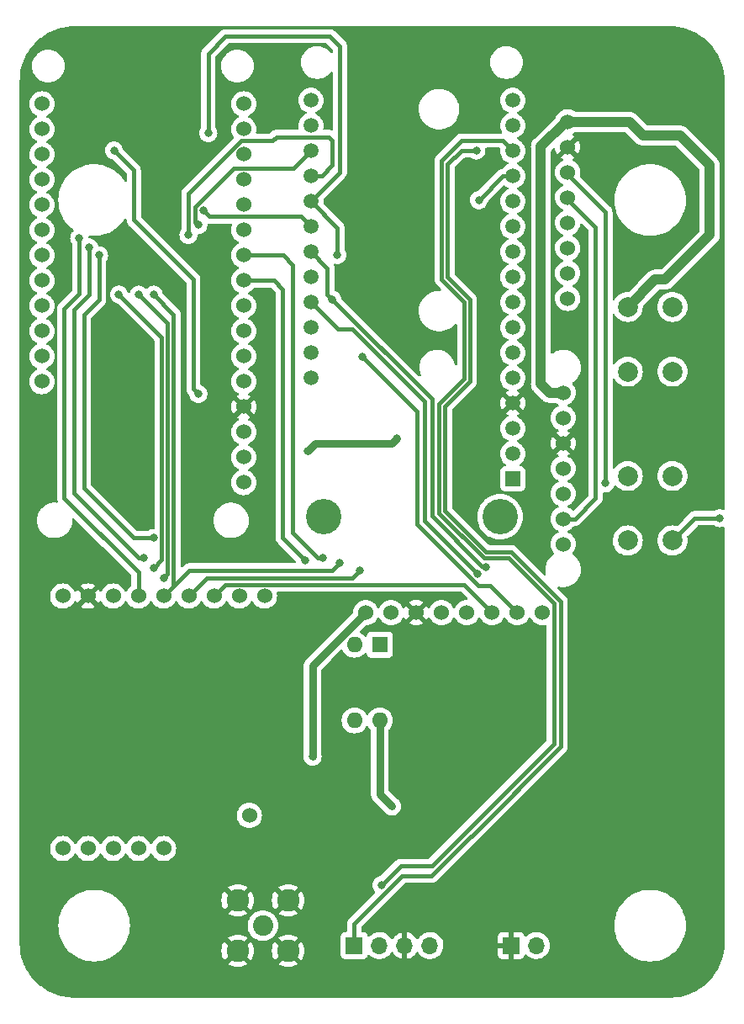
<source format=gbr>
%TF.GenerationSoftware,KiCad,Pcbnew,(6.0.10-0)*%
%TF.CreationDate,2023-01-18T17:38:16-08:00*%
%TF.ProjectId,Pioneer Controller V2,50696f6e-6565-4722-9043-6f6e74726f6c,rev?*%
%TF.SameCoordinates,Original*%
%TF.FileFunction,Copper,L2,Bot*%
%TF.FilePolarity,Positive*%
%FSLAX46Y46*%
G04 Gerber Fmt 4.6, Leading zero omitted, Abs format (unit mm)*
G04 Created by KiCad (PCBNEW (6.0.10-0)) date 2023-01-18 17:38:16*
%MOMM*%
%LPD*%
G01*
G04 APERTURE LIST*
%TA.AperFunction,ComponentPad*%
%ADD10C,2.000000*%
%TD*%
%TA.AperFunction,ComponentPad*%
%ADD11C,1.524000*%
%TD*%
%TA.AperFunction,ComponentPad*%
%ADD12R,1.508000X1.508000*%
%TD*%
%TA.AperFunction,ComponentPad*%
%ADD13C,1.508000*%
%TD*%
%TA.AperFunction,ComponentPad*%
%ADD14C,3.556000*%
%TD*%
%TA.AperFunction,ComponentPad*%
%ADD15R,1.600000X1.600000*%
%TD*%
%TA.AperFunction,ComponentPad*%
%ADD16O,1.600000X1.600000*%
%TD*%
%TA.AperFunction,ComponentPad*%
%ADD17C,2.050000*%
%TD*%
%TA.AperFunction,ComponentPad*%
%ADD18C,2.250000*%
%TD*%
%TA.AperFunction,ComponentPad*%
%ADD19R,1.700000X1.700000*%
%TD*%
%TA.AperFunction,ComponentPad*%
%ADD20O,1.700000X1.700000*%
%TD*%
%TA.AperFunction,ViaPad*%
%ADD21C,0.800000*%
%TD*%
%TA.AperFunction,Conductor*%
%ADD22C,0.750000*%
%TD*%
%TA.AperFunction,Conductor*%
%ADD23C,1.000000*%
%TD*%
%TA.AperFunction,Conductor*%
%ADD24C,0.400000*%
%TD*%
G04 APERTURE END LIST*
D10*
%TO.P,SW2,1,1*%
%TO.N,+3V3*%
X90750000Y-74250000D03*
X90750000Y-67750000D03*
%TO.P,SW2,2,2*%
%TO.N,/SW2*%
X95250000Y-67750000D03*
X95250000Y-74250000D03*
%TD*%
D11*
%TO.P,U1,3V,3V*%
%TO.N,+3V3*%
X52065000Y-65875000D03*
X52065000Y-63335000D03*
%TO.P,U1,A0,A0*%
%TO.N,unconnected-(U1-PadA0)*%
X52065000Y-58255000D03*
%TO.P,U1,A1,A1*%
%TO.N,unconnected-(U1-PadA1)*%
X52065000Y-55715000D03*
%TO.P,U1,A2,A2*%
%TO.N,unconnected-(U1-PadA2)*%
X52065000Y-53175000D03*
%TO.P,U1,A3,A3*%
%TO.N,unconnected-(U1-PadA3)*%
X52065000Y-50635000D03*
%TO.P,U1,A4,A4*%
%TO.N,/SW5*%
X52065000Y-48095000D03*
%TO.P,U1,A5,A5*%
%TO.N,/SW6*%
X52065000Y-45555000D03*
%TO.P,U1,BAT,BAT*%
%TO.N,unconnected-(U1-PadBAT)*%
X31745000Y-58255000D03*
%TO.P,U1,D5,D5*%
%TO.N,/CS1*%
X31745000Y-35395000D03*
%TO.P,U1,D6,D6*%
%TO.N,/LED1*%
X31745000Y-37935000D03*
%TO.P,U1,D9,D9*%
%TO.N,/G0*%
X31745000Y-40475000D03*
%TO.P,U1,D10,D10*%
%TO.N,/CS0*%
X31745000Y-43015000D03*
%TO.P,U1,D11,D11*%
%TO.N,/RST*%
X31745000Y-45555000D03*
%TO.P,U1,D12,D12*%
%TO.N,/SW2*%
X31745000Y-48095000D03*
%TO.P,U1,D13,D13*%
%TO.N,/SW1*%
X31745000Y-50635000D03*
%TO.P,U1,DB,DB*%
%TO.N,unconnected-(U1-PadDB)*%
X52065000Y-30315000D03*
%TO.P,U1,EN,EN*%
%TO.N,unconnected-(U1-PadEN)*%
X31745000Y-55715000D03*
%TO.P,U1,GND,GND*%
%TO.N,GND*%
X52065000Y-60795000D03*
%TO.P,U1,M0,M0*%
%TO.N,/MISO*%
X52065000Y-40475000D03*
%TO.P,U1,M1,M1*%
%TO.N,/MOSI*%
X52065000Y-37935000D03*
%TO.P,U1,RST,RST*%
%TO.N,unconnected-(U1-PadRST)*%
X52065000Y-68415000D03*
%TO.P,U1,RX,RX*%
%TO.N,/RX*%
X52065000Y-35395000D03*
%TO.P,U1,SCK,SCK*%
%TO.N,/SCK*%
X52065000Y-43015000D03*
%TO.P,U1,SCL,SCL*%
%TO.N,/SCL*%
X31745000Y-32855000D03*
%TO.P,U1,SDA,SDA*%
%TO.N,/SDA*%
X31745000Y-30315000D03*
%TO.P,U1,TX,TX*%
%TO.N,/TX*%
X52065000Y-32855000D03*
%TO.P,U1,USB,USB*%
%TO.N,unconnected-(U1-PadUSB)*%
X31745000Y-53175000D03*
%TD*%
D10*
%TO.P,SW1,1,1*%
%TO.N,+3V3*%
X90750000Y-57250000D03*
X90750000Y-50750000D03*
%TO.P,SW1,2,2*%
%TO.N,/SW1*%
X95250000Y-57250000D03*
X95250000Y-50750000D03*
%TD*%
D12*
%TO.P,U2,1,RST*%
%TO.N,unconnected-(U2-Pad1)*%
X79160000Y-68050000D03*
D13*
%TO.P,U2,2,3V*%
%TO.N,+3V3*%
X79160000Y-65510000D03*
%TO.P,U2,3*%
%TO.N,N/C*%
X79160000Y-62970000D03*
%TO.P,U2,4,GND*%
%TO.N,GND*%
X79160000Y-60430000D03*
%TO.P,U2,5,ADC*%
%TO.N,unconnected-(U2-Pad5)*%
X79160000Y-57890000D03*
%TO.P,U2,6*%
%TO.N,N/C*%
X79160000Y-55350000D03*
%TO.P,U2,7*%
X79160000Y-52810000D03*
%TO.P,U2,8*%
X79160000Y-50270000D03*
%TO.P,U2,9*%
X79160000Y-47730000D03*
%TO.P,U2,10*%
X79160000Y-45190000D03*
%TO.P,U2,11,SCK*%
%TO.N,/SCK*%
X79160000Y-42650000D03*
%TO.P,U2,12,MOSI*%
%TO.N,/MOSI*%
X79160000Y-40110000D03*
%TO.P,U2,13,MIS0*%
%TO.N,/MISO*%
X79160000Y-37570000D03*
%TO.P,U2,14,RX*%
%TO.N,/RX*%
X79160000Y-35030000D03*
%TO.P,U2,15,TX*%
%TO.N,/TX*%
X79160000Y-32490000D03*
%TO.P,U2,16,CHPD*%
%TO.N,unconnected-(U2-Pad16)*%
X79160000Y-29950000D03*
%TO.P,U2,17,BAT*%
%TO.N,unconnected-(U2-Pad17)*%
X58840000Y-57890000D03*
%TO.P,U2,18,EN*%
%TO.N,unconnected-(U2-Pad18)*%
X58840000Y-55350000D03*
%TO.P,U2,19,USB*%
%TO.N,unconnected-(U2-Pad19)*%
X58840000Y-52810000D03*
%TO.P,U2,20,GPIO14*%
%TO.N,/SW2*%
X58840000Y-50270000D03*
%TO.P,U2,21,GPIO12*%
%TO.N,/LED1*%
X58840000Y-47730000D03*
%TO.P,U2,22,GPIO13*%
%TO.N,/SW1*%
X58840000Y-45190000D03*
%TO.P,U2,23,GPIO15*%
%TO.N,/G0*%
X58840000Y-42650000D03*
%TO.P,U2,24,GPIO0*%
%TO.N,/CS1*%
X58840000Y-40110000D03*
%TO.P,U2,25,GPIO16*%
%TO.N,/RST*%
X58840000Y-37570000D03*
%TO.P,U2,26,GPIO2*%
%TO.N,/CS0*%
X58840000Y-35030000D03*
%TO.P,U2,27,SCL/GPIO5*%
%TO.N,/SCL*%
X58840000Y-32490000D03*
%TO.P,U2,28,SDA/GPIO4*%
%TO.N,/SDA*%
X58840000Y-29950000D03*
D14*
%TO.P,U2,S1*%
%TO.N,N/C*%
X77890000Y-71860000D03*
%TO.P,U2,S2*%
X60110000Y-71860000D03*
%TD*%
D15*
%TO.P,SW5,1*%
%TO.N,/SW5*%
X65775000Y-84732500D03*
D16*
%TO.P,SW5,2*%
%TO.N,/SW6*%
X63235000Y-84732500D03*
%TO.P,SW5,3*%
%TO.N,+3V3*%
X63235000Y-92352500D03*
%TO.P,SW5,4*%
X65775000Y-92352500D03*
%TD*%
D17*
%TO.P,J4,1,In*%
%TO.N,/SMA*%
X54000000Y-113000000D03*
D18*
%TO.P,J4,2,Ext*%
%TO.N,GND*%
X56540000Y-110460000D03*
X51460000Y-110460000D03*
X56540000Y-115540000D03*
X51460000Y-115540000D03*
%TD*%
D19*
%TO.P,J1,1,Pin_1*%
%TO.N,/TX*%
X63200000Y-115000000D03*
D20*
%TO.P,J1,2,Pin_2*%
%TO.N,/RX*%
X65740000Y-115000000D03*
%TO.P,J1,3,Pin_3*%
%TO.N,GND*%
X68280000Y-115000000D03*
%TO.P,J1,4,Pin_4*%
%TO.N,+5V*%
X70820000Y-115000000D03*
%TD*%
D19*
%TO.P,J2,1,Pin_1*%
%TO.N,GND*%
X79000000Y-115000000D03*
D20*
%TO.P,J2,2,Pin_2*%
%TO.N,VIN*%
X81540000Y-115000000D03*
%TD*%
D11*
%TO.P,U5,3P3_V,3P3_V*%
%TO.N,+3V3*%
X84240000Y-61920000D03*
%TO.P,U5,CS,CS*%
%TO.N,unconnected-(U5-PadCS)*%
X84240000Y-74620000D03*
%TO.P,U5,GND,GND*%
%TO.N,GND*%
X84240000Y-64460000D03*
%TO.P,U5,SCK,SCK*%
%TO.N,/SCL*%
X84240000Y-67000000D03*
%TO.P,U5,SDI,SDI*%
%TO.N,/SDA*%
X84240000Y-72080000D03*
%TO.P,U5,SDO,SDO*%
%TO.N,unconnected-(U5-PadSDO)*%
X84240000Y-69540000D03*
%TO.P,U5,VIN,VIN*%
%TO.N,+3V3*%
X84240000Y-59380000D03*
%TD*%
%TO.P,U8,3.3V,3.3V*%
%TO.N,unconnected-(U8-Pad3.3V)*%
X66900000Y-81510000D03*
%TO.P,U8,5V,5V*%
%TO.N,+5V*%
X64360000Y-81510000D03*
%TO.P,U8,CD,CD*%
%TO.N,unconnected-(U8-PadCD)*%
X82140000Y-81510000D03*
%TO.P,U8,CLK,CLK*%
%TO.N,/SCK*%
X71980000Y-81510000D03*
%TO.P,U8,CS,CS*%
%TO.N,/CS1*%
X79600000Y-81510000D03*
%TO.P,U8,DI,DI*%
%TO.N,/MOSI*%
X77060000Y-81510000D03*
%TO.P,U8,DO,DO*%
%TO.N,/MISO*%
X74520000Y-81510000D03*
%TO.P,U8,GND,GND*%
%TO.N,GND*%
X69440000Y-81510000D03*
%TD*%
%TO.P,U4,CS,CS*%
%TO.N,/CS0*%
X51620000Y-79840000D03*
%TO.P,U4,EN,EN*%
%TO.N,unconnected-(U4-PadEN)*%
X38920000Y-79840000D03*
%TO.P,U4,G0,G0*%
%TO.N,/G0*%
X41460000Y-79840000D03*
%TO.P,U4,G1,G1*%
%TO.N,unconnected-(U4-PadG1)*%
X33840000Y-105240000D03*
%TO.P,U4,G2,G2*%
%TO.N,unconnected-(U4-PadG2)*%
X36380000Y-105240000D03*
%TO.P,U4,G3,G3*%
%TO.N,unconnected-(U4-PadG3)*%
X38920000Y-105240000D03*
%TO.P,U4,G4,G4*%
%TO.N,unconnected-(U4-PadG4)*%
X41460000Y-105240000D03*
%TO.P,U4,G5,G5*%
%TO.N,unconnected-(U4-PadG5)*%
X44000000Y-105240000D03*
%TO.P,U4,GND,GND*%
%TO.N,GND*%
X36380000Y-79840000D03*
%TO.P,U4,MISO,MISO*%
%TO.N,/MISO*%
X46540000Y-79840000D03*
%TO.P,U4,MOSI,MOSI*%
%TO.N,/MOSI*%
X49080000Y-79840000D03*
%TO.P,U4,RST,RST*%
%TO.N,/RST*%
X54160000Y-79840000D03*
%TO.P,U4,SCK,SCK*%
%TO.N,/SCK*%
X44000000Y-79840000D03*
%TO.P,U4,SMA,SMA*%
%TO.N,/SMA*%
X52636000Y-101910000D03*
%TO.P,U4,VIN,VIN*%
%TO.N,+3V3*%
X33840000Y-79840000D03*
%TD*%
%TO.P,U3,32K,32K*%
%TO.N,unconnected-(U3-Pad32K)*%
X84699000Y-44810000D03*
%TO.P,U3,BAT,BAT*%
%TO.N,unconnected-(U3-PadBAT)*%
X84699000Y-42270000D03*
%TO.P,U3,GND,GND*%
%TO.N,GND*%
X84699000Y-34650000D03*
%TO.P,U3,RST,RST*%
%TO.N,unconnected-(U3-PadRST)*%
X84699000Y-49890000D03*
%TO.P,U3,SCL,SCL*%
%TO.N,/SCL*%
X84699000Y-37190000D03*
%TO.P,U3,SDA,SDA*%
%TO.N,/SDA*%
X84699000Y-39730000D03*
%TO.P,U3,SQW,SQW*%
%TO.N,unconnected-(U3-PadSQW)*%
X84699000Y-47350000D03*
%TO.P,U3,VIN,VIN*%
%TO.N,+3V3*%
X84699000Y-32110000D03*
%TD*%
D21*
%TO.N,+5V*%
X59000000Y-96000000D03*
%TO.N,+3V3*%
X58500000Y-65250000D03*
X67000000Y-101000000D03*
X67500000Y-64000000D03*
%TO.N,/LED1*%
X47500000Y-59500000D03*
X39000000Y-35000000D03*
%TO.N,/TX*%
X75500000Y-35000000D03*
%TO.N,/RX*%
X65934668Y-108934668D03*
%TO.N,/SW5*%
X58250000Y-76250000D03*
%TO.N,/SW6*%
X60000000Y-76000000D03*
%TO.N,/G0*%
X48000000Y-41000000D03*
X35500000Y-43800020D03*
%TO.N,/RST*%
X46500000Y-43500000D03*
X37500000Y-45555000D03*
X43000000Y-74000000D03*
%TO.N,/MISO*%
X41500000Y-49500000D03*
X44000000Y-78000000D03*
X63750000Y-77250000D03*
X75750000Y-40000000D03*
%TO.N,/MOSI*%
X43000000Y-77000000D03*
X39500000Y-49500000D03*
%TO.N,/SCK*%
X43000000Y-49500000D03*
X61750000Y-76500000D03*
%TO.N,/SCL*%
X88500000Y-68500000D03*
%TO.N,/SW2*%
X100000000Y-72000000D03*
X75625000Y-77625000D03*
%TO.N,/SW1*%
X76500000Y-76950500D03*
X61000000Y-50000000D03*
%TO.N,/CS1*%
X64000000Y-55750000D03*
X61500000Y-45500000D03*
X48500000Y-33250000D03*
%TO.N,/CS0*%
X36500000Y-44755500D03*
X42000000Y-76000000D03*
X47500000Y-42500000D03*
%TD*%
D22*
%TO.N,+5V*%
X59000000Y-86870000D02*
X59000000Y-96000000D01*
X64360000Y-81510000D02*
X59000000Y-86870000D01*
D23*
%TO.N,+3V3*%
X94500000Y-48000000D02*
X93500000Y-48000000D01*
X84494000Y-32110000D02*
X82000000Y-34604000D01*
X90907599Y-32110000D02*
X92297599Y-33500000D01*
X99000000Y-36500000D02*
X99000000Y-43500000D01*
X99000000Y-43500000D02*
X94500000Y-48000000D01*
X93500000Y-48000000D02*
X90750000Y-50750000D01*
X82000000Y-58500000D02*
X82880000Y-59380000D01*
X82880000Y-59380000D02*
X84240000Y-59380000D01*
D22*
X58500000Y-65250000D02*
X59250000Y-64500000D01*
X67000000Y-101000000D02*
X65775000Y-99775000D01*
D23*
X92297599Y-33500000D02*
X96000000Y-33500000D01*
X82000000Y-34604000D02*
X82000000Y-58500000D01*
D22*
X59250000Y-64500000D02*
X67000000Y-64500000D01*
D23*
X84494000Y-32110000D02*
X90907599Y-32110000D01*
X96000000Y-33500000D02*
X99000000Y-36500000D01*
D22*
X67000000Y-64500000D02*
X67500000Y-64000000D01*
X65775000Y-99775000D02*
X65775000Y-92352500D01*
D24*
%TO.N,/LED1*%
X47000000Y-48000000D02*
X41000000Y-42000000D01*
X41000000Y-42000000D02*
X41000000Y-37000000D01*
X47500000Y-59500000D02*
X47000000Y-59000000D01*
X41000000Y-37000000D02*
X39000000Y-35000000D01*
X47000000Y-59000000D02*
X47000000Y-48000000D01*
%TO.N,/TX*%
X72350000Y-60748528D02*
X74850000Y-58248528D01*
X84000000Y-95000000D02*
X84000000Y-80401472D01*
X63200000Y-115000000D02*
X63200000Y-112800000D01*
X74850000Y-58248528D02*
X74850000Y-50001472D01*
X78998528Y-75400000D02*
X76500000Y-75400000D01*
X74850000Y-50001472D02*
X72600000Y-47751472D01*
X74000000Y-35000000D02*
X75500000Y-35000000D01*
X84000000Y-80401472D02*
X78998528Y-75400000D01*
X74972924Y-104000000D02*
X75000000Y-104000000D01*
X72600000Y-47751472D02*
X72600000Y-36400000D01*
X68000000Y-108000000D02*
X70972924Y-108000000D01*
X72350000Y-71250000D02*
X72350000Y-60748528D01*
X63200000Y-112800000D02*
X68000000Y-108000000D01*
X76500000Y-75400000D02*
X72350000Y-71250000D01*
X72600000Y-36400000D02*
X74000000Y-35000000D01*
X75000000Y-104000000D02*
X84000000Y-95000000D01*
X70972924Y-108000000D02*
X74972924Y-104000000D01*
%TO.N,/RX*%
X74250000Y-50250000D02*
X72000000Y-48000000D01*
X83302000Y-94698000D02*
X83302000Y-80552000D01*
X65934668Y-108934668D02*
X67869336Y-107000000D01*
X71750000Y-71500000D02*
X71750000Y-60500000D01*
X72000000Y-48000000D02*
X72000000Y-36000000D01*
X83302000Y-80552000D02*
X78750000Y-76000000D01*
X74250000Y-58000000D02*
X74250000Y-50250000D01*
X72000000Y-36000000D02*
X74000000Y-34000000D01*
X78130000Y-34000000D02*
X79160000Y-35030000D01*
X76250000Y-76000000D02*
X71750000Y-71500000D01*
X71000000Y-107000000D02*
X83302000Y-94698000D01*
X71750000Y-60500000D02*
X74250000Y-58000000D01*
X67869336Y-107000000D02*
X71000000Y-107000000D01*
X74000000Y-34000000D02*
X78130000Y-34000000D01*
X78750000Y-76000000D02*
X76250000Y-76000000D01*
%TO.N,/SW5*%
X56000000Y-74000000D02*
X58250000Y-76250000D01*
X52065000Y-48095000D02*
X55095000Y-48095000D01*
X56000000Y-49000000D02*
X56000000Y-74000000D01*
X55095000Y-48095000D02*
X56000000Y-49000000D01*
%TO.N,/SW6*%
X57000000Y-73500000D02*
X59500000Y-76000000D01*
X52065000Y-45555000D02*
X56055000Y-45555000D01*
X59500000Y-76000000D02*
X60000000Y-76000000D01*
X56055000Y-45555000D02*
X57000000Y-46500000D01*
X57000000Y-46500000D02*
X57000000Y-73500000D01*
%TO.N,/G0*%
X34000000Y-70000000D02*
X41460000Y-77460000D01*
X48636511Y-41636511D02*
X57826511Y-41636511D01*
X35500000Y-43800020D02*
X35500000Y-49400978D01*
X34000000Y-50900978D02*
X34000000Y-70000000D01*
X35500000Y-49400978D02*
X34000000Y-50900978D01*
X57826511Y-41636511D02*
X58840000Y-42650000D01*
X41460000Y-77460000D02*
X41460000Y-79840000D01*
X48000000Y-41000000D02*
X48636511Y-41636511D01*
%TO.N,/RST*%
X61000000Y-36500000D02*
X59930000Y-37570000D01*
X59930000Y-37570000D02*
X58840000Y-37570000D01*
X54983489Y-34016511D02*
X55356489Y-33643511D01*
X36000000Y-51500000D02*
X37500000Y-50000000D01*
X41000000Y-74000000D02*
X36000000Y-69000000D01*
X46500000Y-39317374D02*
X51800863Y-34016511D01*
X51800863Y-34016511D02*
X54983489Y-34016511D01*
X61000000Y-34000000D02*
X61000000Y-36500000D01*
X36000000Y-69000000D02*
X36000000Y-51500000D01*
X55356489Y-33643511D02*
X60643511Y-33643511D01*
X46500000Y-43500000D02*
X46500000Y-39317374D01*
X37500000Y-50000000D02*
X37500000Y-45555000D01*
X43000000Y-74000000D02*
X41000000Y-74000000D01*
X60643511Y-33643511D02*
X61000000Y-34000000D01*
%TO.N,/MISO*%
X78180000Y-37570000D02*
X79160000Y-37570000D01*
X44400480Y-77599520D02*
X44400480Y-52400480D01*
X62750000Y-78000000D02*
X63000000Y-78000000D01*
X46540000Y-79840000D02*
X48380000Y-78000000D01*
X75750000Y-40000000D02*
X78180000Y-37570000D01*
X44000000Y-78000000D02*
X44400480Y-77599520D01*
X63000000Y-78000000D02*
X63750000Y-77250000D01*
X44400480Y-52400480D02*
X41500000Y-49500000D01*
X48380000Y-78000000D02*
X62750000Y-78000000D01*
%TO.N,/MOSI*%
X43800960Y-53800960D02*
X39500000Y-49500000D01*
X74228000Y-78678000D02*
X77060000Y-81510000D01*
X43000000Y-77000000D02*
X43800960Y-76199040D01*
X50242000Y-78678000D02*
X74228000Y-78678000D01*
X49080000Y-79840000D02*
X50242000Y-78678000D01*
X43800960Y-76199040D02*
X43800960Y-53800960D01*
%TO.N,/SCK*%
X46590000Y-77250000D02*
X61000000Y-77250000D01*
X45000000Y-51500000D02*
X45000000Y-78840000D01*
X61000000Y-77250000D02*
X61750000Y-76500000D01*
X44000000Y-79840000D02*
X46590000Y-77250000D01*
X45000000Y-78840000D02*
X44000000Y-79840000D01*
X43000000Y-49500000D02*
X45000000Y-51500000D01*
%TO.N,/SCL*%
X88500000Y-41196000D02*
X84494000Y-37190000D01*
X88500000Y-68500000D02*
X88500000Y-41196000D01*
%TO.N,/SDA*%
X87500000Y-70000000D02*
X85420000Y-72080000D01*
X85420000Y-72080000D02*
X84240000Y-72080000D01*
X84494000Y-39730000D02*
X87500000Y-42736000D01*
X87500000Y-42736000D02*
X87500000Y-70000000D01*
%TO.N,/SW2*%
X61570000Y-53000000D02*
X58840000Y-50270000D01*
X70250000Y-60250000D02*
X63000000Y-53000000D01*
X100000000Y-72000000D02*
X97500000Y-72000000D01*
X97500000Y-72000000D02*
X95250000Y-74250000D01*
X70250000Y-72250000D02*
X70250000Y-60250000D01*
X63000000Y-53000000D02*
X61570000Y-53000000D01*
X75625000Y-77625000D02*
X70250000Y-72250000D01*
%TO.N,/SW1*%
X76075000Y-76825000D02*
X71000000Y-71750000D01*
X76374500Y-76825000D02*
X76075000Y-76825000D01*
X61000000Y-50000000D02*
X60500000Y-49500000D01*
X71000000Y-71750000D02*
X71000000Y-60000000D01*
X60500000Y-49500000D02*
X60500000Y-46850000D01*
X76500000Y-76950500D02*
X76374500Y-76825000D01*
X60500000Y-46850000D02*
X58840000Y-45190000D01*
X71000000Y-60000000D02*
X61000000Y-50000000D01*
%TO.N,/CS1*%
X61500000Y-45500000D02*
X61500000Y-42770000D01*
X61500000Y-42770000D02*
X58840000Y-40110000D01*
X69500000Y-72631371D02*
X69500000Y-61250000D01*
X61750000Y-24500000D02*
X60750000Y-23500000D01*
X76890000Y-78800000D02*
X75668629Y-78800000D01*
X60750000Y-23500000D02*
X50250000Y-23500000D01*
X79600000Y-81510000D02*
X76890000Y-78800000D01*
X50250000Y-23500000D02*
X48500000Y-25250000D01*
X75668629Y-78800000D02*
X69500000Y-72631371D01*
X69500000Y-61250000D02*
X64000000Y-55750000D01*
X58840000Y-40110000D02*
X61750000Y-37200000D01*
X61750000Y-37200000D02*
X61750000Y-24500000D01*
X48500000Y-25250000D02*
X48500000Y-33250000D01*
%TO.N,/CS0*%
X35000000Y-69500000D02*
X35000000Y-51000000D01*
X36500000Y-49500000D02*
X36500000Y-44755500D01*
X47500000Y-42500000D02*
X47200489Y-42200489D01*
X47200489Y-42200489D02*
X47200489Y-40668831D01*
X35000000Y-51000000D02*
X36500000Y-49500000D01*
X57096511Y-36773489D02*
X58840000Y-35030000D01*
X42000000Y-76000000D02*
X41500000Y-76000000D01*
X47200489Y-40668831D02*
X51095831Y-36773489D01*
X41500000Y-76000000D02*
X35000000Y-69500000D01*
X51095831Y-36773489D02*
X57096511Y-36773489D01*
%TD*%
%TA.AperFunction,Conductor*%
%TO.N,GND*%
G36*
X94970018Y-22510000D02*
G01*
X94984851Y-22512310D01*
X94984855Y-22512310D01*
X94993724Y-22513691D01*
X95014664Y-22510953D01*
X95036202Y-22509997D01*
X95224026Y-22517766D01*
X95448278Y-22527041D01*
X95458656Y-22527901D01*
X95734674Y-22562307D01*
X95898702Y-22582753D01*
X95908967Y-22584465D01*
X96072054Y-22618661D01*
X96342976Y-22675467D01*
X96353072Y-22678023D01*
X96778101Y-22804561D01*
X96787938Y-22807938D01*
X97201081Y-22969147D01*
X97210581Y-22973314D01*
X97608983Y-23168081D01*
X97618141Y-23173037D01*
X97999085Y-23400030D01*
X98007804Y-23405726D01*
X98368705Y-23663405D01*
X98376923Y-23669801D01*
X98715326Y-23956413D01*
X98722987Y-23963467D01*
X99036533Y-24277013D01*
X99043587Y-24284674D01*
X99330199Y-24623077D01*
X99336595Y-24631295D01*
X99594274Y-24992196D01*
X99599970Y-25000915D01*
X99826963Y-25381859D01*
X99831918Y-25391015D01*
X100011076Y-25757488D01*
X100026682Y-25789411D01*
X100030853Y-25798919D01*
X100192062Y-26212062D01*
X100195439Y-26221899D01*
X100321977Y-26646928D01*
X100324533Y-26657024D01*
X100415534Y-27091030D01*
X100417247Y-27101298D01*
X100418270Y-27109504D01*
X100472099Y-27541344D01*
X100472959Y-27551722D01*
X100489694Y-27956335D01*
X100488302Y-27980920D01*
X100486309Y-27993724D01*
X100487473Y-28002626D01*
X100487473Y-28002628D01*
X100490436Y-28025283D01*
X100491500Y-28041621D01*
X100491500Y-71030330D01*
X100471498Y-71098451D01*
X100417842Y-71144944D01*
X100347568Y-71155048D01*
X100314252Y-71145437D01*
X100282288Y-71131206D01*
X100188887Y-71111353D01*
X100101944Y-71092872D01*
X100101939Y-71092872D01*
X100095487Y-71091500D01*
X99904513Y-71091500D01*
X99898061Y-71092872D01*
X99898056Y-71092872D01*
X99811113Y-71111353D01*
X99717712Y-71131206D01*
X99711682Y-71133891D01*
X99711681Y-71133891D01*
X99549278Y-71206197D01*
X99549276Y-71206198D01*
X99543248Y-71208882D01*
X99537907Y-71212762D01*
X99537906Y-71212763D01*
X99462656Y-71267436D01*
X99395789Y-71291294D01*
X99388595Y-71291500D01*
X97528927Y-71291500D01*
X97520358Y-71291208D01*
X97470225Y-71287790D01*
X97470221Y-71287790D01*
X97462648Y-71287274D01*
X97399681Y-71298264D01*
X97393169Y-71299224D01*
X97329758Y-71306898D01*
X97322657Y-71309581D01*
X97320048Y-71310222D01*
X97303728Y-71314687D01*
X97301195Y-71315452D01*
X97293717Y-71316757D01*
X97235190Y-71342448D01*
X97229108Y-71344930D01*
X97208753Y-71352622D01*
X97176449Y-71364828D01*
X97176447Y-71364829D01*
X97169344Y-71367513D01*
X97163085Y-71371814D01*
X97160720Y-71373051D01*
X97145948Y-71381273D01*
X97143656Y-71382628D01*
X97136695Y-71385684D01*
X97130668Y-71390309D01*
X97130664Y-71390311D01*
X97085987Y-71424593D01*
X97080662Y-71428462D01*
X97067054Y-71437815D01*
X97038865Y-71457189D01*
X97028019Y-71464643D01*
X97022967Y-71470313D01*
X97022966Y-71470314D01*
X96986573Y-71511161D01*
X96981592Y-71516437D01*
X96338941Y-72159089D01*
X95742928Y-72755102D01*
X95680616Y-72789127D01*
X95624421Y-72788526D01*
X95560175Y-72773102D01*
X95491524Y-72756620D01*
X95491518Y-72756619D01*
X95486711Y-72755465D01*
X95250000Y-72736835D01*
X95013289Y-72755465D01*
X95008482Y-72756619D01*
X95008476Y-72756620D01*
X94880949Y-72787237D01*
X94782406Y-72810895D01*
X94777835Y-72812788D01*
X94777833Y-72812789D01*
X94567611Y-72899865D01*
X94567607Y-72899867D01*
X94563037Y-72901760D01*
X94558817Y-72904346D01*
X94364798Y-73023241D01*
X94364792Y-73023245D01*
X94360584Y-73025824D01*
X94180031Y-73180031D01*
X94025824Y-73360584D01*
X94023245Y-73364792D01*
X94023241Y-73364798D01*
X93928949Y-73518669D01*
X93901760Y-73563037D01*
X93899867Y-73567607D01*
X93899865Y-73567611D01*
X93812789Y-73777833D01*
X93810895Y-73782406D01*
X93796008Y-73844416D01*
X93756879Y-74007401D01*
X93755465Y-74013289D01*
X93736835Y-74250000D01*
X93755465Y-74486711D01*
X93756619Y-74491518D01*
X93756620Y-74491524D01*
X93786150Y-74614525D01*
X93810895Y-74717594D01*
X93812788Y-74722165D01*
X93812789Y-74722167D01*
X93896223Y-74923595D01*
X93901760Y-74936963D01*
X93904346Y-74941183D01*
X94023241Y-75135202D01*
X94023245Y-75135208D01*
X94025824Y-75139416D01*
X94180031Y-75319969D01*
X94360584Y-75474176D01*
X94364792Y-75476755D01*
X94364798Y-75476759D01*
X94458026Y-75533889D01*
X94563037Y-75598240D01*
X94567607Y-75600133D01*
X94567611Y-75600135D01*
X94720604Y-75663506D01*
X94782406Y-75689105D01*
X94862609Y-75708360D01*
X95008476Y-75743380D01*
X95008482Y-75743381D01*
X95013289Y-75744535D01*
X95250000Y-75763165D01*
X95486711Y-75744535D01*
X95491518Y-75743381D01*
X95491524Y-75743380D01*
X95637391Y-75708360D01*
X95717594Y-75689105D01*
X95779396Y-75663506D01*
X95932389Y-75600135D01*
X95932393Y-75600133D01*
X95936963Y-75598240D01*
X96041974Y-75533889D01*
X96135202Y-75476759D01*
X96135208Y-75476755D01*
X96139416Y-75474176D01*
X96319969Y-75319969D01*
X96474176Y-75139416D01*
X96476755Y-75135208D01*
X96476759Y-75135202D01*
X96595654Y-74941183D01*
X96598240Y-74936963D01*
X96603778Y-74923595D01*
X96687211Y-74722167D01*
X96687212Y-74722165D01*
X96689105Y-74717594D01*
X96713850Y-74614525D01*
X96743380Y-74491524D01*
X96743381Y-74491518D01*
X96744535Y-74486711D01*
X96763165Y-74250000D01*
X96744535Y-74013289D01*
X96743122Y-74007401D01*
X96720340Y-73912511D01*
X96711474Y-73875580D01*
X96715021Y-73804673D01*
X96744898Y-73757072D01*
X97756565Y-72745405D01*
X97818877Y-72711379D01*
X97845660Y-72708500D01*
X99388595Y-72708500D01*
X99456716Y-72728502D01*
X99462656Y-72732564D01*
X99529014Y-72780776D01*
X99543248Y-72791118D01*
X99549276Y-72793802D01*
X99549278Y-72793803D01*
X99625262Y-72827633D01*
X99717712Y-72868794D01*
X99811113Y-72888647D01*
X99898056Y-72907128D01*
X99898061Y-72907128D01*
X99904513Y-72908500D01*
X100095487Y-72908500D01*
X100101939Y-72907128D01*
X100101944Y-72907128D01*
X100188887Y-72888647D01*
X100282288Y-72868794D01*
X100314252Y-72854563D01*
X100384618Y-72845129D01*
X100448915Y-72875235D01*
X100486728Y-72935324D01*
X100491500Y-72969670D01*
X100491500Y-114707992D01*
X100490000Y-114727377D01*
X100487690Y-114742210D01*
X100487690Y-114742214D01*
X100486309Y-114751083D01*
X100489047Y-114772018D01*
X100490003Y-114793561D01*
X100482842Y-114966695D01*
X100472959Y-115205638D01*
X100472099Y-115216016D01*
X100464256Y-115278940D01*
X100422414Y-115614616D01*
X100417248Y-115656057D01*
X100415535Y-115666326D01*
X100407158Y-115706277D01*
X100324532Y-116100338D01*
X100321976Y-116110433D01*
X100195441Y-116535456D01*
X100192063Y-116545298D01*
X100030853Y-116958441D01*
X100026686Y-116967941D01*
X99831922Y-117366336D01*
X99831922Y-117366337D01*
X99826967Y-117375493D01*
X99826967Y-117375495D01*
X99826966Y-117375496D01*
X99599966Y-117756450D01*
X99594270Y-117765168D01*
X99336595Y-118126065D01*
X99330199Y-118134283D01*
X99043593Y-118472678D01*
X99036540Y-118480339D01*
X98722981Y-118793899D01*
X98715320Y-118800952D01*
X98650901Y-118855512D01*
X98376923Y-119087559D01*
X98368705Y-119093955D01*
X98007804Y-119351634D01*
X97999085Y-119357330D01*
X97618141Y-119584323D01*
X97608985Y-119589278D01*
X97210594Y-119784040D01*
X97201069Y-119788218D01*
X97009651Y-119862909D01*
X96787940Y-119949421D01*
X96778091Y-119952802D01*
X96353072Y-120079337D01*
X96342975Y-120081893D01*
X95908967Y-120172895D01*
X95898702Y-120174607D01*
X95735004Y-120195012D01*
X95458657Y-120229459D01*
X95448279Y-120230319D01*
X95289444Y-120236889D01*
X95043667Y-120247054D01*
X95019076Y-120245661D01*
X95015149Y-120245049D01*
X95015145Y-120245049D01*
X95006276Y-120243668D01*
X94997374Y-120244832D01*
X94997372Y-120244832D01*
X94982323Y-120246800D01*
X94974714Y-120247795D01*
X94958379Y-120248859D01*
X35049367Y-120248859D01*
X35029982Y-120247359D01*
X35015149Y-120245049D01*
X35015145Y-120245049D01*
X35006276Y-120243668D01*
X34985336Y-120246406D01*
X34963798Y-120247362D01*
X34775738Y-120239584D01*
X34551723Y-120230318D01*
X34541345Y-120229458D01*
X34264665Y-120194970D01*
X34101301Y-120174606D01*
X34091037Y-120172894D01*
X33927952Y-120138698D01*
X33657026Y-120081890D01*
X33646931Y-120079334D01*
X33434420Y-120016067D01*
X33221900Y-119952797D01*
X33212067Y-119949421D01*
X32798947Y-119788220D01*
X32789427Y-119784045D01*
X32391029Y-119589278D01*
X32381873Y-119584324D01*
X32000912Y-119357320D01*
X31992210Y-119351634D01*
X31631292Y-119093942D01*
X31623091Y-119087558D01*
X31284702Y-118800956D01*
X31277041Y-118793904D01*
X30963472Y-118480332D01*
X30956429Y-118472682D01*
X30669803Y-118134261D01*
X30663425Y-118126065D01*
X30405751Y-117765166D01*
X30400056Y-117756450D01*
X30173059Y-117375495D01*
X30168103Y-117366337D01*
X29973345Y-116967949D01*
X29969166Y-116958421D01*
X29932507Y-116864471D01*
X50500884Y-116864471D01*
X50504570Y-116869740D01*
X50712121Y-116996927D01*
X50720915Y-117001408D01*
X50949242Y-117095984D01*
X50958627Y-117099033D01*
X51198940Y-117156728D01*
X51208687Y-117158271D01*
X51455070Y-117177662D01*
X51464930Y-117177662D01*
X51711313Y-117158271D01*
X51721060Y-117156728D01*
X51961373Y-117099033D01*
X51970758Y-117095984D01*
X52199085Y-117001408D01*
X52207879Y-116996927D01*
X52413928Y-116870660D01*
X52417968Y-116864471D01*
X55580884Y-116864471D01*
X55584570Y-116869740D01*
X55792121Y-116996927D01*
X55800915Y-117001408D01*
X56029242Y-117095984D01*
X56038627Y-117099033D01*
X56278940Y-117156728D01*
X56288687Y-117158271D01*
X56535070Y-117177662D01*
X56544930Y-117177662D01*
X56791313Y-117158271D01*
X56801060Y-117156728D01*
X57041373Y-117099033D01*
X57050758Y-117095984D01*
X57279085Y-117001408D01*
X57287879Y-116996927D01*
X57493928Y-116870660D01*
X57499190Y-116862599D01*
X57493183Y-116852393D01*
X56552812Y-115912022D01*
X56538868Y-115904408D01*
X56537035Y-115904539D01*
X56530420Y-115908790D01*
X55588276Y-116850934D01*
X55580884Y-116864471D01*
X52417968Y-116864471D01*
X52419190Y-116862599D01*
X52413183Y-116852393D01*
X51472812Y-115912022D01*
X51458868Y-115904408D01*
X51457035Y-115904539D01*
X51450420Y-115908790D01*
X50508276Y-116850934D01*
X50500884Y-116864471D01*
X29932507Y-116864471D01*
X29807968Y-116545299D01*
X29804587Y-116535450D01*
X29748924Y-116348479D01*
X29678055Y-116110431D01*
X29675504Y-116100359D01*
X29584498Y-115666316D01*
X29582786Y-115656049D01*
X29527939Y-115216017D01*
X29527079Y-115205639D01*
X29510417Y-114802721D01*
X29510338Y-114800818D01*
X29511731Y-114776227D01*
X29512310Y-114772511D01*
X29512310Y-114772508D01*
X29513691Y-114763639D01*
X29512527Y-114754736D01*
X29512527Y-114754731D01*
X29509564Y-114732069D01*
X29508500Y-114715733D01*
X29508500Y-113000000D01*
X33394559Y-113000000D01*
X33414310Y-113376871D01*
X33414823Y-113380111D01*
X33414824Y-113380119D01*
X33430631Y-113479916D01*
X33473347Y-113749613D01*
X33571022Y-114114143D01*
X33572207Y-114117231D01*
X33572208Y-114117233D01*
X33610659Y-114217401D01*
X33706266Y-114466465D01*
X33707764Y-114469405D01*
X33872932Y-114793564D01*
X33877597Y-114802720D01*
X34083137Y-115119225D01*
X34320635Y-115412511D01*
X34587489Y-115679365D01*
X34880775Y-115916863D01*
X34962086Y-115969667D01*
X35191780Y-116118831D01*
X35197280Y-116122403D01*
X35200214Y-116123898D01*
X35200221Y-116123902D01*
X35485333Y-116269174D01*
X35533535Y-116293734D01*
X35885857Y-116428978D01*
X36250387Y-116526653D01*
X36448353Y-116558008D01*
X36619881Y-116585176D01*
X36619889Y-116585177D01*
X36623129Y-116585690D01*
X36905720Y-116600500D01*
X37094280Y-116600500D01*
X37376871Y-116585690D01*
X37380111Y-116585177D01*
X37380119Y-116585176D01*
X37551647Y-116558008D01*
X37749613Y-116526653D01*
X38114143Y-116428978D01*
X38466465Y-116293734D01*
X38514667Y-116269174D01*
X38799779Y-116123902D01*
X38799786Y-116123898D01*
X38802720Y-116122403D01*
X38808221Y-116118831D01*
X39037914Y-115969667D01*
X39119225Y-115916863D01*
X39412511Y-115679365D01*
X39546946Y-115544930D01*
X49822338Y-115544930D01*
X49841729Y-115791313D01*
X49843272Y-115801060D01*
X49900967Y-116041373D01*
X49904016Y-116050758D01*
X49998592Y-116279085D01*
X50003073Y-116287879D01*
X50129340Y-116493928D01*
X50137401Y-116499190D01*
X50147607Y-116493183D01*
X51087978Y-115552812D01*
X51094356Y-115541132D01*
X51824408Y-115541132D01*
X51824539Y-115542965D01*
X51828790Y-115549580D01*
X52770934Y-116491724D01*
X52784471Y-116499116D01*
X52789740Y-116495430D01*
X52916927Y-116287879D01*
X52921408Y-116279085D01*
X53015984Y-116050758D01*
X53019033Y-116041373D01*
X53076728Y-115801060D01*
X53078271Y-115791313D01*
X53097662Y-115544930D01*
X54902338Y-115544930D01*
X54921729Y-115791313D01*
X54923272Y-115801060D01*
X54980967Y-116041373D01*
X54984016Y-116050758D01*
X55078592Y-116279085D01*
X55083073Y-116287879D01*
X55209340Y-116493928D01*
X55217401Y-116499190D01*
X55227607Y-116493183D01*
X56167978Y-115552812D01*
X56174356Y-115541132D01*
X56904408Y-115541132D01*
X56904539Y-115542965D01*
X56908790Y-115549580D01*
X57850934Y-116491724D01*
X57864471Y-116499116D01*
X57869740Y-116495430D01*
X57996927Y-116287879D01*
X58001408Y-116279085D01*
X58095984Y-116050758D01*
X58099033Y-116041373D01*
X58156728Y-115801060D01*
X58158271Y-115791313D01*
X58177662Y-115544930D01*
X58177662Y-115535070D01*
X58158271Y-115288687D01*
X58156728Y-115278940D01*
X58099033Y-115038627D01*
X58095984Y-115029242D01*
X58001408Y-114800915D01*
X57996927Y-114792121D01*
X57870660Y-114586072D01*
X57862599Y-114580810D01*
X57852393Y-114586817D01*
X56912022Y-115527188D01*
X56904408Y-115541132D01*
X56174356Y-115541132D01*
X56175592Y-115538868D01*
X56175461Y-115537035D01*
X56171210Y-115530420D01*
X55229066Y-114588276D01*
X55215529Y-114580884D01*
X55210260Y-114584570D01*
X55083073Y-114792121D01*
X55078592Y-114800915D01*
X54984016Y-115029242D01*
X54980967Y-115038627D01*
X54923272Y-115278940D01*
X54921729Y-115288687D01*
X54902338Y-115535070D01*
X54902338Y-115544930D01*
X53097662Y-115544930D01*
X53097662Y-115535070D01*
X53078271Y-115288687D01*
X53076728Y-115278940D01*
X53019033Y-115038627D01*
X53015984Y-115029242D01*
X52921408Y-114800915D01*
X52916927Y-114792121D01*
X52790660Y-114586072D01*
X52782599Y-114580810D01*
X52772393Y-114586817D01*
X51832022Y-115527188D01*
X51824408Y-115541132D01*
X51094356Y-115541132D01*
X51095592Y-115538868D01*
X51095461Y-115537035D01*
X51091210Y-115530420D01*
X50149066Y-114588276D01*
X50135529Y-114580884D01*
X50130260Y-114584570D01*
X50003073Y-114792121D01*
X49998592Y-114800915D01*
X49904016Y-115029242D01*
X49900967Y-115038627D01*
X49843272Y-115278940D01*
X49841729Y-115288687D01*
X49822338Y-115535070D01*
X49822338Y-115544930D01*
X39546946Y-115544930D01*
X39679365Y-115412511D01*
X39916863Y-115119225D01*
X40120606Y-114805489D01*
X40120607Y-114805487D01*
X40122403Y-114802721D01*
X40123903Y-114799779D01*
X40292236Y-114469405D01*
X40293734Y-114466465D01*
X40389341Y-114217401D01*
X50500810Y-114217401D01*
X50506817Y-114227607D01*
X51447188Y-115167978D01*
X51461132Y-115175592D01*
X51462965Y-115175461D01*
X51469580Y-115171210D01*
X52411724Y-114229066D01*
X52419116Y-114215529D01*
X52415430Y-114210260D01*
X52207879Y-114083073D01*
X52199085Y-114078592D01*
X51970758Y-113984016D01*
X51961373Y-113980967D01*
X51721060Y-113923272D01*
X51711313Y-113921729D01*
X51464930Y-113902338D01*
X51455070Y-113902338D01*
X51208687Y-113921729D01*
X51198940Y-113923272D01*
X50958627Y-113980967D01*
X50949242Y-113984016D01*
X50720915Y-114078592D01*
X50712121Y-114083073D01*
X50506072Y-114209340D01*
X50500810Y-114217401D01*
X40389341Y-114217401D01*
X40427792Y-114117233D01*
X40427793Y-114117231D01*
X40428978Y-114114143D01*
X40526653Y-113749613D01*
X40569369Y-113479916D01*
X40585176Y-113380119D01*
X40585177Y-113380111D01*
X40585690Y-113376871D01*
X40605441Y-113000000D01*
X52461758Y-113000000D01*
X52480696Y-113240634D01*
X52481850Y-113245441D01*
X52481851Y-113245447D01*
X52512614Y-113373581D01*
X52537045Y-113475343D01*
X52538938Y-113479914D01*
X52538939Y-113479916D01*
X52620181Y-113676051D01*
X52629416Y-113698347D01*
X52755536Y-113904156D01*
X52912299Y-114087701D01*
X52916055Y-114090909D01*
X52924907Y-114098469D01*
X53095844Y-114244464D01*
X53301653Y-114370584D01*
X53306223Y-114372477D01*
X53306227Y-114372479D01*
X53520084Y-114461061D01*
X53524657Y-114462955D01*
X53607039Y-114482733D01*
X53754553Y-114518149D01*
X53754559Y-114518150D01*
X53759366Y-114519304D01*
X54000000Y-114538242D01*
X54240634Y-114519304D01*
X54245441Y-114518150D01*
X54245447Y-114518149D01*
X54392961Y-114482733D01*
X54475343Y-114462955D01*
X54479916Y-114461061D01*
X54693773Y-114372479D01*
X54693777Y-114372477D01*
X54698347Y-114370584D01*
X54904156Y-114244464D01*
X54935842Y-114217401D01*
X55580810Y-114217401D01*
X55586817Y-114227607D01*
X56527188Y-115167978D01*
X56541132Y-115175592D01*
X56542965Y-115175461D01*
X56549580Y-115171210D01*
X57491724Y-114229066D01*
X57499116Y-114215529D01*
X57495430Y-114210260D01*
X57287879Y-114083073D01*
X57279085Y-114078592D01*
X57050758Y-113984016D01*
X57041373Y-113980967D01*
X56801060Y-113923272D01*
X56791313Y-113921729D01*
X56544930Y-113902338D01*
X56535070Y-113902338D01*
X56288687Y-113921729D01*
X56278940Y-113923272D01*
X56038627Y-113980967D01*
X56029242Y-113984016D01*
X55800915Y-114078592D01*
X55792121Y-114083073D01*
X55586072Y-114209340D01*
X55580810Y-114217401D01*
X54935842Y-114217401D01*
X55075093Y-114098469D01*
X55083945Y-114090909D01*
X55087701Y-114087701D01*
X55244464Y-113904156D01*
X55370584Y-113698347D01*
X55379820Y-113676051D01*
X55461061Y-113479916D01*
X55461062Y-113479914D01*
X55462955Y-113475343D01*
X55487386Y-113373581D01*
X55518149Y-113245447D01*
X55518150Y-113245441D01*
X55519304Y-113240634D01*
X55538242Y-113000000D01*
X55519304Y-112759366D01*
X55518150Y-112754559D01*
X55518149Y-112754553D01*
X55464110Y-112529469D01*
X55462955Y-112524657D01*
X55437308Y-112462739D01*
X55372479Y-112306227D01*
X55372477Y-112306223D01*
X55370584Y-112301653D01*
X55244464Y-112095844D01*
X55087701Y-111912299D01*
X54938034Y-111784471D01*
X55580884Y-111784471D01*
X55584570Y-111789740D01*
X55792121Y-111916927D01*
X55800915Y-111921408D01*
X56029242Y-112015984D01*
X56038627Y-112019033D01*
X56278940Y-112076728D01*
X56288687Y-112078271D01*
X56535070Y-112097662D01*
X56544930Y-112097662D01*
X56791313Y-112078271D01*
X56801060Y-112076728D01*
X57041373Y-112019033D01*
X57050758Y-112015984D01*
X57279085Y-111921408D01*
X57287879Y-111916927D01*
X57493928Y-111790660D01*
X57499190Y-111782599D01*
X57493183Y-111772393D01*
X56552812Y-110832022D01*
X56538868Y-110824408D01*
X56537035Y-110824539D01*
X56530420Y-110828790D01*
X55588276Y-111770934D01*
X55580884Y-111784471D01*
X54938034Y-111784471D01*
X54904156Y-111755536D01*
X54698347Y-111629416D01*
X54693777Y-111627523D01*
X54693773Y-111627521D01*
X54479916Y-111538939D01*
X54479914Y-111538938D01*
X54475343Y-111537045D01*
X54392961Y-111517267D01*
X54245447Y-111481851D01*
X54245441Y-111481850D01*
X54240634Y-111480696D01*
X54000000Y-111461758D01*
X53759366Y-111480696D01*
X53754559Y-111481850D01*
X53754553Y-111481851D01*
X53607039Y-111517267D01*
X53524657Y-111537045D01*
X53520086Y-111538938D01*
X53520084Y-111538939D01*
X53306227Y-111627521D01*
X53306223Y-111627523D01*
X53301653Y-111629416D01*
X53095844Y-111755536D01*
X52912299Y-111912299D01*
X52755536Y-112095844D01*
X52629416Y-112301653D01*
X52627523Y-112306223D01*
X52627521Y-112306227D01*
X52562692Y-112462739D01*
X52537045Y-112524657D01*
X52535890Y-112529469D01*
X52481851Y-112754553D01*
X52481850Y-112754559D01*
X52480696Y-112759366D01*
X52461758Y-113000000D01*
X40605441Y-113000000D01*
X40585690Y-112623129D01*
X40582823Y-112605023D01*
X40535497Y-112306227D01*
X40526653Y-112250387D01*
X40428978Y-111885857D01*
X40390060Y-111784471D01*
X50500884Y-111784471D01*
X50504570Y-111789740D01*
X50712121Y-111916927D01*
X50720915Y-111921408D01*
X50949242Y-112015984D01*
X50958627Y-112019033D01*
X51198940Y-112076728D01*
X51208687Y-112078271D01*
X51455070Y-112097662D01*
X51464930Y-112097662D01*
X51711313Y-112078271D01*
X51721060Y-112076728D01*
X51961373Y-112019033D01*
X51970758Y-112015984D01*
X52199085Y-111921408D01*
X52207879Y-111916927D01*
X52413928Y-111790660D01*
X52419190Y-111782599D01*
X52413183Y-111772393D01*
X51472812Y-110832022D01*
X51458868Y-110824408D01*
X51457035Y-110824539D01*
X51450420Y-110828790D01*
X50508276Y-111770934D01*
X50500884Y-111784471D01*
X40390060Y-111784471D01*
X40294918Y-111536620D01*
X40293734Y-111533535D01*
X40235472Y-111419190D01*
X40123902Y-111200221D01*
X40123898Y-111200214D01*
X40122403Y-111197280D01*
X39916863Y-110880775D01*
X39679365Y-110587489D01*
X39556806Y-110464930D01*
X49822338Y-110464930D01*
X49841729Y-110711313D01*
X49843272Y-110721060D01*
X49900967Y-110961373D01*
X49904016Y-110970758D01*
X49998592Y-111199085D01*
X50003073Y-111207879D01*
X50129340Y-111413928D01*
X50137401Y-111419190D01*
X50147607Y-111413183D01*
X51087978Y-110472812D01*
X51094356Y-110461132D01*
X51824408Y-110461132D01*
X51824539Y-110462965D01*
X51828790Y-110469580D01*
X52770934Y-111411724D01*
X52784471Y-111419116D01*
X52789740Y-111415430D01*
X52916927Y-111207879D01*
X52921408Y-111199085D01*
X53015984Y-110970758D01*
X53019033Y-110961373D01*
X53076728Y-110721060D01*
X53078271Y-110711313D01*
X53097662Y-110464930D01*
X54902338Y-110464930D01*
X54921729Y-110711313D01*
X54923272Y-110721060D01*
X54980967Y-110961373D01*
X54984016Y-110970758D01*
X55078592Y-111199085D01*
X55083073Y-111207879D01*
X55209340Y-111413928D01*
X55217401Y-111419190D01*
X55227607Y-111413183D01*
X56167978Y-110472812D01*
X56174356Y-110461132D01*
X56904408Y-110461132D01*
X56904539Y-110462965D01*
X56908790Y-110469580D01*
X57850934Y-111411724D01*
X57864471Y-111419116D01*
X57869740Y-111415430D01*
X57996927Y-111207879D01*
X58001408Y-111199085D01*
X58095984Y-110970758D01*
X58099033Y-110961373D01*
X58156728Y-110721060D01*
X58158271Y-110711313D01*
X58177662Y-110464930D01*
X58177662Y-110455070D01*
X58158271Y-110208687D01*
X58156728Y-110198940D01*
X58099033Y-109958627D01*
X58095984Y-109949242D01*
X58001408Y-109720915D01*
X57996927Y-109712121D01*
X57870660Y-109506072D01*
X57862599Y-109500810D01*
X57852393Y-109506817D01*
X56912022Y-110447188D01*
X56904408Y-110461132D01*
X56174356Y-110461132D01*
X56175592Y-110458868D01*
X56175461Y-110457035D01*
X56171210Y-110450420D01*
X55229066Y-109508276D01*
X55215529Y-109500884D01*
X55210260Y-109504570D01*
X55083073Y-109712121D01*
X55078592Y-109720915D01*
X54984016Y-109949242D01*
X54980967Y-109958627D01*
X54923272Y-110198940D01*
X54921729Y-110208687D01*
X54902338Y-110455070D01*
X54902338Y-110464930D01*
X53097662Y-110464930D01*
X53097662Y-110455070D01*
X53078271Y-110208687D01*
X53076728Y-110198940D01*
X53019033Y-109958627D01*
X53015984Y-109949242D01*
X52921408Y-109720915D01*
X52916927Y-109712121D01*
X52790660Y-109506072D01*
X52782599Y-109500810D01*
X52772393Y-109506817D01*
X51832022Y-110447188D01*
X51824408Y-110461132D01*
X51094356Y-110461132D01*
X51095592Y-110458868D01*
X51095461Y-110457035D01*
X51091210Y-110450420D01*
X50149066Y-109508276D01*
X50135529Y-109500884D01*
X50130260Y-109504570D01*
X50003073Y-109712121D01*
X49998592Y-109720915D01*
X49904016Y-109949242D01*
X49900967Y-109958627D01*
X49843272Y-110198940D01*
X49841729Y-110208687D01*
X49822338Y-110455070D01*
X49822338Y-110464930D01*
X39556806Y-110464930D01*
X39412511Y-110320635D01*
X39119225Y-110083137D01*
X38802720Y-109877597D01*
X38799786Y-109876102D01*
X38799779Y-109876098D01*
X38469405Y-109707764D01*
X38466465Y-109706266D01*
X38114143Y-109571022D01*
X37749613Y-109473347D01*
X37551647Y-109441992D01*
X37380119Y-109414824D01*
X37380111Y-109414823D01*
X37376871Y-109414310D01*
X37094280Y-109399500D01*
X36905720Y-109399500D01*
X36623129Y-109414310D01*
X36619889Y-109414823D01*
X36619881Y-109414824D01*
X36448353Y-109441992D01*
X36250387Y-109473347D01*
X35885857Y-109571022D01*
X35533535Y-109706266D01*
X35530595Y-109707764D01*
X35200221Y-109876098D01*
X35200214Y-109876102D01*
X35197280Y-109877597D01*
X34880775Y-110083137D01*
X34587489Y-110320635D01*
X34320635Y-110587489D01*
X34083137Y-110880775D01*
X34081335Y-110883550D01*
X33879395Y-111194510D01*
X33879393Y-111194513D01*
X33877597Y-111197279D01*
X33876102Y-111200213D01*
X33876098Y-111200220D01*
X33733189Y-111480696D01*
X33706266Y-111533535D01*
X33705082Y-111536620D01*
X33609941Y-111784471D01*
X33571022Y-111885857D01*
X33473347Y-112250387D01*
X33464503Y-112306227D01*
X33417178Y-112605023D01*
X33414310Y-112623129D01*
X33394559Y-113000000D01*
X29508500Y-113000000D01*
X29508500Y-109137401D01*
X50500810Y-109137401D01*
X50506817Y-109147607D01*
X51447188Y-110087978D01*
X51461132Y-110095592D01*
X51462965Y-110095461D01*
X51469580Y-110091210D01*
X52411724Y-109149066D01*
X52418094Y-109137401D01*
X55580810Y-109137401D01*
X55586817Y-109147607D01*
X56527188Y-110087978D01*
X56541132Y-110095592D01*
X56542965Y-110095461D01*
X56549580Y-110091210D01*
X57491724Y-109149066D01*
X57499116Y-109135529D01*
X57495430Y-109130260D01*
X57287879Y-109003073D01*
X57279085Y-108998592D01*
X57050758Y-108904016D01*
X57041373Y-108900967D01*
X56801060Y-108843272D01*
X56791313Y-108841729D01*
X56544930Y-108822338D01*
X56535070Y-108822338D01*
X56288687Y-108841729D01*
X56278940Y-108843272D01*
X56038627Y-108900967D01*
X56029242Y-108904016D01*
X55800915Y-108998592D01*
X55792121Y-109003073D01*
X55586072Y-109129340D01*
X55580810Y-109137401D01*
X52418094Y-109137401D01*
X52419116Y-109135529D01*
X52415430Y-109130260D01*
X52207879Y-109003073D01*
X52199085Y-108998592D01*
X51970758Y-108904016D01*
X51961373Y-108900967D01*
X51721060Y-108843272D01*
X51711313Y-108841729D01*
X51464930Y-108822338D01*
X51455070Y-108822338D01*
X51208687Y-108841729D01*
X51198940Y-108843272D01*
X50958627Y-108900967D01*
X50949242Y-108904016D01*
X50720915Y-108998592D01*
X50712121Y-109003073D01*
X50506072Y-109129340D01*
X50500810Y-109137401D01*
X29508500Y-109137401D01*
X29508500Y-105240000D01*
X32564647Y-105240000D01*
X32584022Y-105461463D01*
X32641560Y-105676196D01*
X32643882Y-105681177D01*
X32643883Y-105681178D01*
X32733186Y-105872689D01*
X32733189Y-105872694D01*
X32735512Y-105877676D01*
X32863023Y-106059781D01*
X33020219Y-106216977D01*
X33024727Y-106220134D01*
X33024730Y-106220136D01*
X33073943Y-106254595D01*
X33202323Y-106344488D01*
X33207305Y-106346811D01*
X33207310Y-106346814D01*
X33398822Y-106436117D01*
X33403804Y-106438440D01*
X33409112Y-106439862D01*
X33409114Y-106439863D01*
X33474949Y-106457503D01*
X33618537Y-106495978D01*
X33840000Y-106515353D01*
X34061463Y-106495978D01*
X34205051Y-106457503D01*
X34270886Y-106439863D01*
X34270888Y-106439862D01*
X34276196Y-106438440D01*
X34281178Y-106436117D01*
X34472690Y-106346814D01*
X34472695Y-106346811D01*
X34477677Y-106344488D01*
X34606057Y-106254595D01*
X34655270Y-106220136D01*
X34655273Y-106220134D01*
X34659781Y-106216977D01*
X34816977Y-106059781D01*
X34944488Y-105877676D01*
X34946811Y-105872694D01*
X34946814Y-105872689D01*
X34995805Y-105767627D01*
X35042723Y-105714342D01*
X35111000Y-105694881D01*
X35178960Y-105715423D01*
X35224195Y-105767627D01*
X35273186Y-105872689D01*
X35273189Y-105872694D01*
X35275512Y-105877676D01*
X35403023Y-106059781D01*
X35560219Y-106216977D01*
X35564727Y-106220134D01*
X35564730Y-106220136D01*
X35613943Y-106254595D01*
X35742323Y-106344488D01*
X35747305Y-106346811D01*
X35747310Y-106346814D01*
X35938822Y-106436117D01*
X35943804Y-106438440D01*
X35949112Y-106439862D01*
X35949114Y-106439863D01*
X36014949Y-106457503D01*
X36158537Y-106495978D01*
X36380000Y-106515353D01*
X36601463Y-106495978D01*
X36745051Y-106457503D01*
X36810886Y-106439863D01*
X36810888Y-106439862D01*
X36816196Y-106438440D01*
X36821178Y-106436117D01*
X37012690Y-106346814D01*
X37012695Y-106346811D01*
X37017677Y-106344488D01*
X37146057Y-106254595D01*
X37195270Y-106220136D01*
X37195273Y-106220134D01*
X37199781Y-106216977D01*
X37356977Y-106059781D01*
X37484488Y-105877676D01*
X37486811Y-105872694D01*
X37486814Y-105872689D01*
X37535805Y-105767627D01*
X37582723Y-105714342D01*
X37651000Y-105694881D01*
X37718960Y-105715423D01*
X37764195Y-105767627D01*
X37813186Y-105872689D01*
X37813189Y-105872694D01*
X37815512Y-105877676D01*
X37943023Y-106059781D01*
X38100219Y-106216977D01*
X38104727Y-106220134D01*
X38104730Y-106220136D01*
X38153943Y-106254595D01*
X38282323Y-106344488D01*
X38287305Y-106346811D01*
X38287310Y-106346814D01*
X38478822Y-106436117D01*
X38483804Y-106438440D01*
X38489112Y-106439862D01*
X38489114Y-106439863D01*
X38554949Y-106457503D01*
X38698537Y-106495978D01*
X38920000Y-106515353D01*
X39141463Y-106495978D01*
X39285051Y-106457503D01*
X39350886Y-106439863D01*
X39350888Y-106439862D01*
X39356196Y-106438440D01*
X39361178Y-106436117D01*
X39552690Y-106346814D01*
X39552695Y-106346811D01*
X39557677Y-106344488D01*
X39686057Y-106254595D01*
X39735270Y-106220136D01*
X39735273Y-106220134D01*
X39739781Y-106216977D01*
X39896977Y-106059781D01*
X40024488Y-105877676D01*
X40026811Y-105872694D01*
X40026814Y-105872689D01*
X40075805Y-105767627D01*
X40122723Y-105714342D01*
X40191000Y-105694881D01*
X40258960Y-105715423D01*
X40304195Y-105767627D01*
X40353186Y-105872689D01*
X40353189Y-105872694D01*
X40355512Y-105877676D01*
X40483023Y-106059781D01*
X40640219Y-106216977D01*
X40644727Y-106220134D01*
X40644730Y-106220136D01*
X40693943Y-106254595D01*
X40822323Y-106344488D01*
X40827305Y-106346811D01*
X40827310Y-106346814D01*
X41018822Y-106436117D01*
X41023804Y-106438440D01*
X41029112Y-106439862D01*
X41029114Y-106439863D01*
X41094949Y-106457503D01*
X41238537Y-106495978D01*
X41460000Y-106515353D01*
X41681463Y-106495978D01*
X41825051Y-106457503D01*
X41890886Y-106439863D01*
X41890888Y-106439862D01*
X41896196Y-106438440D01*
X41901178Y-106436117D01*
X42092690Y-106346814D01*
X42092695Y-106346811D01*
X42097677Y-106344488D01*
X42226057Y-106254595D01*
X42275270Y-106220136D01*
X42275273Y-106220134D01*
X42279781Y-106216977D01*
X42436977Y-106059781D01*
X42564488Y-105877676D01*
X42566811Y-105872694D01*
X42566814Y-105872689D01*
X42615805Y-105767627D01*
X42662723Y-105714342D01*
X42731000Y-105694881D01*
X42798960Y-105715423D01*
X42844195Y-105767627D01*
X42893186Y-105872689D01*
X42893189Y-105872694D01*
X42895512Y-105877676D01*
X43023023Y-106059781D01*
X43180219Y-106216977D01*
X43184727Y-106220134D01*
X43184730Y-106220136D01*
X43233943Y-106254595D01*
X43362323Y-106344488D01*
X43367305Y-106346811D01*
X43367310Y-106346814D01*
X43558822Y-106436117D01*
X43563804Y-106438440D01*
X43569112Y-106439862D01*
X43569114Y-106439863D01*
X43634949Y-106457503D01*
X43778537Y-106495978D01*
X44000000Y-106515353D01*
X44221463Y-106495978D01*
X44365051Y-106457503D01*
X44430886Y-106439863D01*
X44430888Y-106439862D01*
X44436196Y-106438440D01*
X44441178Y-106436117D01*
X44632690Y-106346814D01*
X44632695Y-106346811D01*
X44637677Y-106344488D01*
X44766057Y-106254595D01*
X44815270Y-106220136D01*
X44815273Y-106220134D01*
X44819781Y-106216977D01*
X44976977Y-106059781D01*
X45104488Y-105877676D01*
X45106811Y-105872694D01*
X45106814Y-105872689D01*
X45196117Y-105681178D01*
X45196118Y-105681177D01*
X45198440Y-105676196D01*
X45255978Y-105461463D01*
X45275353Y-105240000D01*
X45255978Y-105018537D01*
X45198440Y-104803804D01*
X45155805Y-104712373D01*
X45106814Y-104607311D01*
X45106811Y-104607306D01*
X45104488Y-104602324D01*
X45101331Y-104597815D01*
X44980136Y-104424730D01*
X44980134Y-104424727D01*
X44976977Y-104420219D01*
X44819781Y-104263023D01*
X44815273Y-104259866D01*
X44815270Y-104259864D01*
X44739505Y-104206813D01*
X44637677Y-104135512D01*
X44632695Y-104133189D01*
X44632690Y-104133186D01*
X44441178Y-104043883D01*
X44441177Y-104043882D01*
X44436196Y-104041560D01*
X44430888Y-104040138D01*
X44430886Y-104040137D01*
X44365051Y-104022497D01*
X44221463Y-103984022D01*
X44000000Y-103964647D01*
X43778537Y-103984022D01*
X43634949Y-104022497D01*
X43569114Y-104040137D01*
X43569112Y-104040138D01*
X43563804Y-104041560D01*
X43558823Y-104043882D01*
X43558822Y-104043883D01*
X43367311Y-104133186D01*
X43367306Y-104133189D01*
X43362324Y-104135512D01*
X43357817Y-104138668D01*
X43357815Y-104138669D01*
X43184730Y-104259864D01*
X43184727Y-104259866D01*
X43180219Y-104263023D01*
X43023023Y-104420219D01*
X43019866Y-104424727D01*
X43019864Y-104424730D01*
X42898669Y-104597815D01*
X42895512Y-104602324D01*
X42893189Y-104607306D01*
X42893186Y-104607311D01*
X42844195Y-104712373D01*
X42797277Y-104765658D01*
X42729000Y-104785119D01*
X42661040Y-104764577D01*
X42615805Y-104712373D01*
X42566814Y-104607311D01*
X42566811Y-104607306D01*
X42564488Y-104602324D01*
X42561331Y-104597815D01*
X42440136Y-104424730D01*
X42440134Y-104424727D01*
X42436977Y-104420219D01*
X42279781Y-104263023D01*
X42275273Y-104259866D01*
X42275270Y-104259864D01*
X42199505Y-104206813D01*
X42097677Y-104135512D01*
X42092695Y-104133189D01*
X42092690Y-104133186D01*
X41901178Y-104043883D01*
X41901177Y-104043882D01*
X41896196Y-104041560D01*
X41890888Y-104040138D01*
X41890886Y-104040137D01*
X41825051Y-104022497D01*
X41681463Y-103984022D01*
X41460000Y-103964647D01*
X41238537Y-103984022D01*
X41094949Y-104022497D01*
X41029114Y-104040137D01*
X41029112Y-104040138D01*
X41023804Y-104041560D01*
X41018823Y-104043882D01*
X41018822Y-104043883D01*
X40827311Y-104133186D01*
X40827306Y-104133189D01*
X40822324Y-104135512D01*
X40817817Y-104138668D01*
X40817815Y-104138669D01*
X40644730Y-104259864D01*
X40644727Y-104259866D01*
X40640219Y-104263023D01*
X40483023Y-104420219D01*
X40479866Y-104424727D01*
X40479864Y-104424730D01*
X40358669Y-104597815D01*
X40355512Y-104602324D01*
X40353189Y-104607306D01*
X40353186Y-104607311D01*
X40304195Y-104712373D01*
X40257277Y-104765658D01*
X40189000Y-104785119D01*
X40121040Y-104764577D01*
X40075805Y-104712373D01*
X40026814Y-104607311D01*
X40026811Y-104607306D01*
X40024488Y-104602324D01*
X40021331Y-104597815D01*
X39900136Y-104424730D01*
X39900134Y-104424727D01*
X39896977Y-104420219D01*
X39739781Y-104263023D01*
X39735273Y-104259866D01*
X39735270Y-104259864D01*
X39659505Y-104206813D01*
X39557677Y-104135512D01*
X39552695Y-104133189D01*
X39552690Y-104133186D01*
X39361178Y-104043883D01*
X39361177Y-104043882D01*
X39356196Y-104041560D01*
X39350888Y-104040138D01*
X39350886Y-104040137D01*
X39285051Y-104022497D01*
X39141463Y-103984022D01*
X38920000Y-103964647D01*
X38698537Y-103984022D01*
X38554949Y-104022497D01*
X38489114Y-104040137D01*
X38489112Y-104040138D01*
X38483804Y-104041560D01*
X38478823Y-104043882D01*
X38478822Y-104043883D01*
X38287311Y-104133186D01*
X38287306Y-104133189D01*
X38282324Y-104135512D01*
X38277817Y-104138668D01*
X38277815Y-104138669D01*
X38104730Y-104259864D01*
X38104727Y-104259866D01*
X38100219Y-104263023D01*
X37943023Y-104420219D01*
X37939866Y-104424727D01*
X37939864Y-104424730D01*
X37818669Y-104597815D01*
X37815512Y-104602324D01*
X37813189Y-104607306D01*
X37813186Y-104607311D01*
X37764195Y-104712373D01*
X37717277Y-104765658D01*
X37649000Y-104785119D01*
X37581040Y-104764577D01*
X37535805Y-104712373D01*
X37486814Y-104607311D01*
X37486811Y-104607306D01*
X37484488Y-104602324D01*
X37481331Y-104597815D01*
X37360136Y-104424730D01*
X37360134Y-104424727D01*
X37356977Y-104420219D01*
X37199781Y-104263023D01*
X37195273Y-104259866D01*
X37195270Y-104259864D01*
X37119505Y-104206813D01*
X37017677Y-104135512D01*
X37012695Y-104133189D01*
X37012690Y-104133186D01*
X36821178Y-104043883D01*
X36821177Y-104043882D01*
X36816196Y-104041560D01*
X36810888Y-104040138D01*
X36810886Y-104040137D01*
X36745051Y-104022497D01*
X36601463Y-103984022D01*
X36380000Y-103964647D01*
X36158537Y-103984022D01*
X36014949Y-104022497D01*
X35949114Y-104040137D01*
X35949112Y-104040138D01*
X35943804Y-104041560D01*
X35938823Y-104043882D01*
X35938822Y-104043883D01*
X35747311Y-104133186D01*
X35747306Y-104133189D01*
X35742324Y-104135512D01*
X35737817Y-104138668D01*
X35737815Y-104138669D01*
X35564730Y-104259864D01*
X35564727Y-104259866D01*
X35560219Y-104263023D01*
X35403023Y-104420219D01*
X35399866Y-104424727D01*
X35399864Y-104424730D01*
X35278669Y-104597815D01*
X35275512Y-104602324D01*
X35273189Y-104607306D01*
X35273186Y-104607311D01*
X35224195Y-104712373D01*
X35177277Y-104765658D01*
X35109000Y-104785119D01*
X35041040Y-104764577D01*
X34995805Y-104712373D01*
X34946814Y-104607311D01*
X34946811Y-104607306D01*
X34944488Y-104602324D01*
X34941331Y-104597815D01*
X34820136Y-104424730D01*
X34820134Y-104424727D01*
X34816977Y-104420219D01*
X34659781Y-104263023D01*
X34655273Y-104259866D01*
X34655270Y-104259864D01*
X34579505Y-104206813D01*
X34477677Y-104135512D01*
X34472695Y-104133189D01*
X34472690Y-104133186D01*
X34281178Y-104043883D01*
X34281177Y-104043882D01*
X34276196Y-104041560D01*
X34270888Y-104040138D01*
X34270886Y-104040137D01*
X34205051Y-104022497D01*
X34061463Y-103984022D01*
X33840000Y-103964647D01*
X33618537Y-103984022D01*
X33474949Y-104022497D01*
X33409114Y-104040137D01*
X33409112Y-104040138D01*
X33403804Y-104041560D01*
X33398823Y-104043882D01*
X33398822Y-104043883D01*
X33207311Y-104133186D01*
X33207306Y-104133189D01*
X33202324Y-104135512D01*
X33197817Y-104138668D01*
X33197815Y-104138669D01*
X33024730Y-104259864D01*
X33024727Y-104259866D01*
X33020219Y-104263023D01*
X32863023Y-104420219D01*
X32859866Y-104424727D01*
X32859864Y-104424730D01*
X32738669Y-104597815D01*
X32735512Y-104602324D01*
X32733189Y-104607306D01*
X32733186Y-104607311D01*
X32684195Y-104712373D01*
X32641560Y-104803804D01*
X32584022Y-105018537D01*
X32564647Y-105240000D01*
X29508500Y-105240000D01*
X29508500Y-101910000D01*
X51360647Y-101910000D01*
X51380022Y-102131463D01*
X51437560Y-102346196D01*
X51439882Y-102351177D01*
X51439883Y-102351178D01*
X51529186Y-102542689D01*
X51529189Y-102542694D01*
X51531512Y-102547676D01*
X51659023Y-102729781D01*
X51816219Y-102886977D01*
X51820727Y-102890134D01*
X51820730Y-102890136D01*
X51896495Y-102943187D01*
X51998323Y-103014488D01*
X52003305Y-103016811D01*
X52003310Y-103016814D01*
X52194822Y-103106117D01*
X52199804Y-103108440D01*
X52205112Y-103109862D01*
X52205114Y-103109863D01*
X52270949Y-103127503D01*
X52414537Y-103165978D01*
X52636000Y-103185353D01*
X52857463Y-103165978D01*
X53001051Y-103127503D01*
X53066886Y-103109863D01*
X53066888Y-103109862D01*
X53072196Y-103108440D01*
X53077178Y-103106117D01*
X53268690Y-103016814D01*
X53268695Y-103016811D01*
X53273677Y-103014488D01*
X53375505Y-102943187D01*
X53451270Y-102890136D01*
X53451273Y-102890134D01*
X53455781Y-102886977D01*
X53612977Y-102729781D01*
X53740488Y-102547676D01*
X53742811Y-102542694D01*
X53742814Y-102542689D01*
X53832117Y-102351178D01*
X53832118Y-102351177D01*
X53834440Y-102346196D01*
X53891978Y-102131463D01*
X53911353Y-101910000D01*
X53891978Y-101688537D01*
X53834440Y-101473804D01*
X53829145Y-101462449D01*
X53742814Y-101277311D01*
X53742811Y-101277306D01*
X53740488Y-101272324D01*
X53682794Y-101189928D01*
X53616136Y-101094730D01*
X53616134Y-101094727D01*
X53612977Y-101090219D01*
X53455781Y-100933023D01*
X53451273Y-100929866D01*
X53451270Y-100929864D01*
X53280189Y-100810072D01*
X53273677Y-100805512D01*
X53268695Y-100803189D01*
X53268690Y-100803186D01*
X53077178Y-100713883D01*
X53077177Y-100713882D01*
X53072196Y-100711560D01*
X53066888Y-100710138D01*
X53066886Y-100710137D01*
X53001051Y-100692497D01*
X52857463Y-100654022D01*
X52636000Y-100634647D01*
X52414537Y-100654022D01*
X52270949Y-100692497D01*
X52205114Y-100710137D01*
X52205112Y-100710138D01*
X52199804Y-100711560D01*
X52194823Y-100713882D01*
X52194822Y-100713883D01*
X52003311Y-100803186D01*
X52003306Y-100803189D01*
X51998324Y-100805512D01*
X51993817Y-100808668D01*
X51993815Y-100808669D01*
X51820730Y-100929864D01*
X51820727Y-100929866D01*
X51816219Y-100933023D01*
X51659023Y-101090219D01*
X51655866Y-101094727D01*
X51655864Y-101094730D01*
X51589206Y-101189928D01*
X51531512Y-101272324D01*
X51529189Y-101277306D01*
X51529186Y-101277311D01*
X51442855Y-101462449D01*
X51437560Y-101473804D01*
X51380022Y-101688537D01*
X51360647Y-101910000D01*
X29508500Y-101910000D01*
X29508500Y-96000000D01*
X58086496Y-96000000D01*
X58106458Y-96189928D01*
X58165473Y-96371556D01*
X58260960Y-96536944D01*
X58388747Y-96678866D01*
X58543248Y-96791118D01*
X58549276Y-96793802D01*
X58549278Y-96793803D01*
X58711681Y-96866109D01*
X58717712Y-96868794D01*
X58811112Y-96888647D01*
X58898056Y-96907128D01*
X58898061Y-96907128D01*
X58904513Y-96908500D01*
X59095487Y-96908500D01*
X59101939Y-96907128D01*
X59101944Y-96907128D01*
X59188888Y-96888647D01*
X59282288Y-96868794D01*
X59288319Y-96866109D01*
X59450722Y-96793803D01*
X59450724Y-96793802D01*
X59456752Y-96791118D01*
X59611253Y-96678866D01*
X59739040Y-96536944D01*
X59834527Y-96371556D01*
X59893542Y-96189928D01*
X59913504Y-96000000D01*
X59893542Y-95810072D01*
X59889667Y-95798146D01*
X59883500Y-95759210D01*
X59883500Y-92352500D01*
X61921502Y-92352500D01*
X61941457Y-92580587D01*
X62000716Y-92801743D01*
X62003039Y-92806724D01*
X62003039Y-92806725D01*
X62095151Y-93004262D01*
X62095154Y-93004267D01*
X62097477Y-93009249D01*
X62228802Y-93196800D01*
X62390700Y-93358698D01*
X62395208Y-93361855D01*
X62395211Y-93361857D01*
X62473389Y-93416598D01*
X62578251Y-93490023D01*
X62583233Y-93492346D01*
X62583238Y-93492349D01*
X62780775Y-93584461D01*
X62785757Y-93586784D01*
X62791065Y-93588206D01*
X62791067Y-93588207D01*
X63001598Y-93644619D01*
X63001600Y-93644619D01*
X63006913Y-93646043D01*
X63235000Y-93665998D01*
X63463087Y-93646043D01*
X63468400Y-93644619D01*
X63468402Y-93644619D01*
X63678933Y-93588207D01*
X63678935Y-93588206D01*
X63684243Y-93586784D01*
X63689225Y-93584461D01*
X63886762Y-93492349D01*
X63886767Y-93492346D01*
X63891749Y-93490023D01*
X63996611Y-93416598D01*
X64074789Y-93361857D01*
X64074792Y-93361855D01*
X64079300Y-93358698D01*
X64241198Y-93196800D01*
X64372523Y-93009249D01*
X64374846Y-93004267D01*
X64374849Y-93004262D01*
X64390805Y-92970043D01*
X64437722Y-92916758D01*
X64505999Y-92897297D01*
X64573959Y-92917839D01*
X64619195Y-92970043D01*
X64635151Y-93004262D01*
X64635154Y-93004267D01*
X64637477Y-93009249D01*
X64768802Y-93196800D01*
X64854595Y-93282593D01*
X64888621Y-93344905D01*
X64891500Y-93371688D01*
X64891500Y-99695543D01*
X64889949Y-99715255D01*
X64887850Y-99728507D01*
X64888195Y-99735094D01*
X64888195Y-99735098D01*
X64891327Y-99794850D01*
X64891500Y-99801445D01*
X64891500Y-99821306D01*
X64891844Y-99824577D01*
X64893576Y-99841059D01*
X64894093Y-99847628D01*
X64897570Y-99913971D01*
X64901042Y-99926929D01*
X64904645Y-99946372D01*
X64906046Y-99959702D01*
X64926578Y-100022894D01*
X64928444Y-100029196D01*
X64945638Y-100093363D01*
X64948634Y-100099242D01*
X64948637Y-100099251D01*
X64951728Y-100105317D01*
X64959292Y-100123579D01*
X64961392Y-100130043D01*
X64961395Y-100130051D01*
X64963436Y-100136331D01*
X64966738Y-100142050D01*
X64966740Y-100142055D01*
X64996654Y-100193867D01*
X64999787Y-100199637D01*
X65029953Y-100258839D01*
X65034109Y-100263971D01*
X65038391Y-100269259D01*
X65049589Y-100285552D01*
X65056296Y-100297169D01*
X65060713Y-100302075D01*
X65060717Y-100302080D01*
X65100747Y-100346538D01*
X65105031Y-100351554D01*
X65115441Y-100364409D01*
X65117528Y-100366986D01*
X65131573Y-100381031D01*
X65136114Y-100385816D01*
X65180566Y-100435185D01*
X65191426Y-100443075D01*
X65206454Y-100455912D01*
X66212991Y-101462449D01*
X66233015Y-101488543D01*
X66260960Y-101536944D01*
X66388747Y-101678866D01*
X66543248Y-101791118D01*
X66549276Y-101793802D01*
X66549278Y-101793803D01*
X66711681Y-101866109D01*
X66717712Y-101868794D01*
X66811112Y-101888647D01*
X66898056Y-101907128D01*
X66898061Y-101907128D01*
X66904513Y-101908500D01*
X67095487Y-101908500D01*
X67101939Y-101907128D01*
X67101944Y-101907128D01*
X67188888Y-101888647D01*
X67282288Y-101868794D01*
X67288319Y-101866109D01*
X67450722Y-101793803D01*
X67450724Y-101793802D01*
X67456752Y-101791118D01*
X67611253Y-101678866D01*
X67739040Y-101536944D01*
X67834527Y-101371556D01*
X67893542Y-101189928D01*
X67913504Y-101000000D01*
X67906465Y-100933023D01*
X67894232Y-100816635D01*
X67894232Y-100816633D01*
X67893542Y-100810072D01*
X67834527Y-100628444D01*
X67739040Y-100463056D01*
X67721046Y-100443071D01*
X67615675Y-100326045D01*
X67615674Y-100326044D01*
X67611253Y-100321134D01*
X67470580Y-100218928D01*
X67455544Y-100206087D01*
X66695404Y-99445946D01*
X66661379Y-99383634D01*
X66658500Y-99356851D01*
X66658500Y-93371688D01*
X66678502Y-93303567D01*
X66695405Y-93282593D01*
X66781198Y-93196800D01*
X66912523Y-93009249D01*
X66914846Y-93004267D01*
X66914849Y-93004262D01*
X67006961Y-92806725D01*
X67006961Y-92806724D01*
X67009284Y-92801743D01*
X67068543Y-92580587D01*
X67088498Y-92352500D01*
X67068543Y-92124413D01*
X67009284Y-91903257D01*
X66930805Y-91734957D01*
X66914849Y-91700738D01*
X66914846Y-91700733D01*
X66912523Y-91695751D01*
X66781198Y-91508200D01*
X66619300Y-91346302D01*
X66614792Y-91343145D01*
X66614789Y-91343143D01*
X66536611Y-91288402D01*
X66431749Y-91214977D01*
X66426767Y-91212654D01*
X66426762Y-91212651D01*
X66229225Y-91120539D01*
X66229224Y-91120539D01*
X66224243Y-91118216D01*
X66218935Y-91116794D01*
X66218933Y-91116793D01*
X66008402Y-91060381D01*
X66008400Y-91060381D01*
X66003087Y-91058957D01*
X65775000Y-91039002D01*
X65546913Y-91058957D01*
X65541600Y-91060381D01*
X65541598Y-91060381D01*
X65331067Y-91116793D01*
X65331065Y-91116794D01*
X65325757Y-91118216D01*
X65320776Y-91120539D01*
X65320775Y-91120539D01*
X65123238Y-91212651D01*
X65123233Y-91212654D01*
X65118251Y-91214977D01*
X65013389Y-91288402D01*
X64935211Y-91343143D01*
X64935208Y-91343145D01*
X64930700Y-91346302D01*
X64768802Y-91508200D01*
X64637477Y-91695751D01*
X64635154Y-91700733D01*
X64635151Y-91700738D01*
X64619195Y-91734957D01*
X64572278Y-91788242D01*
X64504001Y-91807703D01*
X64436041Y-91787161D01*
X64390805Y-91734957D01*
X64374849Y-91700738D01*
X64374846Y-91700733D01*
X64372523Y-91695751D01*
X64241198Y-91508200D01*
X64079300Y-91346302D01*
X64074792Y-91343145D01*
X64074789Y-91343143D01*
X63996611Y-91288402D01*
X63891749Y-91214977D01*
X63886767Y-91212654D01*
X63886762Y-91212651D01*
X63689225Y-91120539D01*
X63689224Y-91120539D01*
X63684243Y-91118216D01*
X63678935Y-91116794D01*
X63678933Y-91116793D01*
X63468402Y-91060381D01*
X63468400Y-91060381D01*
X63463087Y-91058957D01*
X63235000Y-91039002D01*
X63006913Y-91058957D01*
X63001600Y-91060381D01*
X63001598Y-91060381D01*
X62791067Y-91116793D01*
X62791065Y-91116794D01*
X62785757Y-91118216D01*
X62780776Y-91120539D01*
X62780775Y-91120539D01*
X62583238Y-91212651D01*
X62583233Y-91212654D01*
X62578251Y-91214977D01*
X62473389Y-91288402D01*
X62395211Y-91343143D01*
X62395208Y-91343145D01*
X62390700Y-91346302D01*
X62228802Y-91508200D01*
X62097477Y-91695751D01*
X62095154Y-91700733D01*
X62095151Y-91700738D01*
X62079195Y-91734957D01*
X62000716Y-91903257D01*
X61941457Y-92124413D01*
X61921502Y-92352500D01*
X59883500Y-92352500D01*
X59883500Y-87288148D01*
X59903502Y-87220027D01*
X59920405Y-87199053D01*
X60860274Y-86259184D01*
X61853439Y-85266018D01*
X61915751Y-85231993D01*
X61986566Y-85237057D01*
X62043402Y-85279604D01*
X62056729Y-85301864D01*
X62095149Y-85384258D01*
X62095153Y-85384264D01*
X62097477Y-85389249D01*
X62228802Y-85576800D01*
X62390700Y-85738698D01*
X62395208Y-85741855D01*
X62395211Y-85741857D01*
X62436542Y-85770797D01*
X62578251Y-85870023D01*
X62583233Y-85872346D01*
X62583238Y-85872349D01*
X62780775Y-85964461D01*
X62785757Y-85966784D01*
X62791065Y-85968206D01*
X62791067Y-85968207D01*
X63001598Y-86024619D01*
X63001600Y-86024619D01*
X63006913Y-86026043D01*
X63235000Y-86045998D01*
X63463087Y-86026043D01*
X63468400Y-86024619D01*
X63468402Y-86024619D01*
X63678933Y-85968207D01*
X63678935Y-85968206D01*
X63684243Y-85966784D01*
X63689225Y-85964461D01*
X63886762Y-85872349D01*
X63886767Y-85872346D01*
X63891749Y-85870023D01*
X64033458Y-85770797D01*
X64074789Y-85741857D01*
X64074792Y-85741855D01*
X64079300Y-85738698D01*
X64241198Y-85576800D01*
X64244357Y-85572289D01*
X64247892Y-85568076D01*
X64249026Y-85569027D01*
X64299071Y-85529029D01*
X64369690Y-85521724D01*
X64433049Y-85553758D01*
X64469030Y-85614962D01*
X64472082Y-85632017D01*
X64473255Y-85642816D01*
X64524385Y-85779205D01*
X64611739Y-85895761D01*
X64728295Y-85983115D01*
X64864684Y-86034245D01*
X64926866Y-86041000D01*
X66623134Y-86041000D01*
X66685316Y-86034245D01*
X66821705Y-85983115D01*
X66938261Y-85895761D01*
X67025615Y-85779205D01*
X67076745Y-85642816D01*
X67083500Y-85580634D01*
X67083500Y-83884366D01*
X67076745Y-83822184D01*
X67025615Y-83685795D01*
X66938261Y-83569239D01*
X66821705Y-83481885D01*
X66685316Y-83430755D01*
X66623134Y-83424000D01*
X64926866Y-83424000D01*
X64864684Y-83430755D01*
X64728295Y-83481885D01*
X64611739Y-83569239D01*
X64524385Y-83685795D01*
X64473255Y-83822184D01*
X64472083Y-83832974D01*
X64471197Y-83835106D01*
X64470575Y-83837722D01*
X64470152Y-83837621D01*
X64444845Y-83898535D01*
X64386483Y-83938963D01*
X64315529Y-83941422D01*
X64254510Y-83905129D01*
X64247511Y-83896469D01*
X64244354Y-83892707D01*
X64241198Y-83888200D01*
X64079300Y-83726302D01*
X64074792Y-83723145D01*
X64074789Y-83723143D01*
X63996611Y-83668402D01*
X63891749Y-83594977D01*
X63886764Y-83592653D01*
X63886758Y-83592649D01*
X63804364Y-83554229D01*
X63751078Y-83507312D01*
X63731617Y-83439035D01*
X63752158Y-83371075D01*
X63768518Y-83350939D01*
X64299192Y-82820265D01*
X64361504Y-82786239D01*
X64377306Y-82783839D01*
X64398139Y-82782016D01*
X64581463Y-82765978D01*
X64725051Y-82727503D01*
X64790886Y-82709863D01*
X64790888Y-82709862D01*
X64796196Y-82708440D01*
X64813500Y-82700371D01*
X64992690Y-82616814D01*
X64992695Y-82616811D01*
X64997677Y-82614488D01*
X65099505Y-82543187D01*
X65175270Y-82490136D01*
X65175273Y-82490134D01*
X65179781Y-82486977D01*
X65336977Y-82329781D01*
X65424894Y-82204223D01*
X65461331Y-82152185D01*
X65461332Y-82152183D01*
X65464488Y-82147676D01*
X65466811Y-82142694D01*
X65466814Y-82142689D01*
X65515805Y-82037627D01*
X65562723Y-81984342D01*
X65631000Y-81964881D01*
X65698960Y-81985423D01*
X65744195Y-82037627D01*
X65793186Y-82142689D01*
X65793189Y-82142694D01*
X65795512Y-82147676D01*
X65798668Y-82152183D01*
X65798669Y-82152185D01*
X65835107Y-82204223D01*
X65923023Y-82329781D01*
X66080219Y-82486977D01*
X66084727Y-82490134D01*
X66084730Y-82490136D01*
X66160495Y-82543187D01*
X66262323Y-82614488D01*
X66267305Y-82616811D01*
X66267310Y-82616814D01*
X66446500Y-82700371D01*
X66463804Y-82708440D01*
X66469112Y-82709862D01*
X66469114Y-82709863D01*
X66534949Y-82727503D01*
X66678537Y-82765978D01*
X66900000Y-82785353D01*
X67121463Y-82765978D01*
X67265051Y-82727503D01*
X67330886Y-82709863D01*
X67330888Y-82709862D01*
X67336196Y-82708440D01*
X67353500Y-82700371D01*
X67532690Y-82616814D01*
X67532695Y-82616811D01*
X67537677Y-82614488D01*
X67602959Y-82568777D01*
X68745777Y-82568777D01*
X68755074Y-82580793D01*
X68798069Y-82610898D01*
X68807555Y-82616376D01*
X68998993Y-82705645D01*
X69009285Y-82709391D01*
X69213309Y-82764059D01*
X69224104Y-82765962D01*
X69434525Y-82784372D01*
X69445475Y-82784372D01*
X69655896Y-82765962D01*
X69666691Y-82764059D01*
X69870715Y-82709391D01*
X69881007Y-82705645D01*
X70072445Y-82616376D01*
X70081931Y-82610898D01*
X70125764Y-82580207D01*
X70134139Y-82569729D01*
X70127071Y-82556281D01*
X69452812Y-81882022D01*
X69438868Y-81874408D01*
X69437035Y-81874539D01*
X69430420Y-81878790D01*
X68752207Y-82557003D01*
X68745777Y-82568777D01*
X67602959Y-82568777D01*
X67639505Y-82543187D01*
X67715270Y-82490136D01*
X67715273Y-82490134D01*
X67719781Y-82486977D01*
X67876977Y-82329781D01*
X67964894Y-82204223D01*
X68001331Y-82152185D01*
X68001332Y-82152183D01*
X68004488Y-82147676D01*
X68006811Y-82142694D01*
X68006814Y-82142689D01*
X68056081Y-82037035D01*
X68102999Y-81983750D01*
X68171276Y-81964289D01*
X68239236Y-81984831D01*
X68284471Y-82037035D01*
X68333623Y-82142441D01*
X68339103Y-82151932D01*
X68369794Y-82195765D01*
X68380271Y-82204140D01*
X68393718Y-82197072D01*
X69067978Y-81522812D01*
X69075592Y-81508868D01*
X69075461Y-81507035D01*
X69071210Y-81500420D01*
X68392997Y-80822207D01*
X68381223Y-80815777D01*
X68369207Y-80825074D01*
X68339103Y-80868068D01*
X68333623Y-80877559D01*
X68284471Y-80982965D01*
X68237553Y-81036250D01*
X68169276Y-81055711D01*
X68101316Y-81035169D01*
X68056081Y-80982965D01*
X68006814Y-80877311D01*
X68006811Y-80877306D01*
X68004488Y-80872324D01*
X68001331Y-80867815D01*
X67880136Y-80694730D01*
X67880134Y-80694727D01*
X67876977Y-80690219D01*
X67719781Y-80533023D01*
X67715273Y-80529866D01*
X67715270Y-80529864D01*
X67633261Y-80472441D01*
X67601599Y-80450271D01*
X68745860Y-80450271D01*
X68752928Y-80463718D01*
X69427188Y-81137978D01*
X69441132Y-81145592D01*
X69442965Y-81145461D01*
X69449580Y-81141210D01*
X70127793Y-80462997D01*
X70134223Y-80451223D01*
X70124926Y-80439207D01*
X70081931Y-80409102D01*
X70072445Y-80403624D01*
X69881007Y-80314355D01*
X69870715Y-80310609D01*
X69666691Y-80255941D01*
X69655896Y-80254038D01*
X69445475Y-80235628D01*
X69434525Y-80235628D01*
X69224104Y-80254038D01*
X69213309Y-80255941D01*
X69009285Y-80310609D01*
X68998993Y-80314355D01*
X68807559Y-80403623D01*
X68798068Y-80409103D01*
X68754235Y-80439794D01*
X68745860Y-80450271D01*
X67601599Y-80450271D01*
X67537677Y-80405512D01*
X67532695Y-80403189D01*
X67532690Y-80403186D01*
X67341178Y-80313883D01*
X67341177Y-80313882D01*
X67336196Y-80311560D01*
X67330888Y-80310138D01*
X67330886Y-80310137D01*
X67265051Y-80292497D01*
X67121463Y-80254022D01*
X66900000Y-80234647D01*
X66678537Y-80254022D01*
X66534949Y-80292497D01*
X66469114Y-80310137D01*
X66469112Y-80310138D01*
X66463804Y-80311560D01*
X66458823Y-80313882D01*
X66458822Y-80313883D01*
X66267311Y-80403186D01*
X66267306Y-80403189D01*
X66262324Y-80405512D01*
X66257817Y-80408668D01*
X66257815Y-80408669D01*
X66084730Y-80529864D01*
X66084727Y-80529866D01*
X66080219Y-80533023D01*
X65923023Y-80690219D01*
X65919866Y-80694727D01*
X65919864Y-80694730D01*
X65798669Y-80867815D01*
X65795512Y-80872324D01*
X65793189Y-80877306D01*
X65793186Y-80877311D01*
X65744195Y-80982373D01*
X65697277Y-81035658D01*
X65629000Y-81055119D01*
X65561040Y-81034577D01*
X65515805Y-80982373D01*
X65466814Y-80877311D01*
X65466811Y-80877306D01*
X65464488Y-80872324D01*
X65461331Y-80867815D01*
X65340136Y-80694730D01*
X65340134Y-80694727D01*
X65336977Y-80690219D01*
X65179781Y-80533023D01*
X65175273Y-80529866D01*
X65175270Y-80529864D01*
X65093261Y-80472441D01*
X64997677Y-80405512D01*
X64992695Y-80403189D01*
X64992690Y-80403186D01*
X64801178Y-80313883D01*
X64801177Y-80313882D01*
X64796196Y-80311560D01*
X64790888Y-80310138D01*
X64790886Y-80310137D01*
X64725051Y-80292497D01*
X64581463Y-80254022D01*
X64360000Y-80234647D01*
X64138537Y-80254022D01*
X63994949Y-80292497D01*
X63929114Y-80310137D01*
X63929112Y-80310138D01*
X63923804Y-80311560D01*
X63918823Y-80313882D01*
X63918822Y-80313883D01*
X63727311Y-80403186D01*
X63727306Y-80403189D01*
X63722324Y-80405512D01*
X63717817Y-80408668D01*
X63717815Y-80408669D01*
X63544730Y-80529864D01*
X63544727Y-80529866D01*
X63540219Y-80533023D01*
X63383023Y-80690219D01*
X63379866Y-80694727D01*
X63379864Y-80694730D01*
X63258669Y-80867815D01*
X63255512Y-80872324D01*
X63253189Y-80877306D01*
X63253186Y-80877311D01*
X63177607Y-81039391D01*
X63161560Y-81073804D01*
X63104022Y-81288537D01*
X63103543Y-81294016D01*
X63086161Y-81492694D01*
X63060298Y-81558813D01*
X63049735Y-81570808D01*
X58431454Y-86189088D01*
X58416426Y-86201925D01*
X58405566Y-86209815D01*
X58401145Y-86214725D01*
X58401144Y-86214726D01*
X58361114Y-86259184D01*
X58356573Y-86263969D01*
X58342528Y-86278014D01*
X58340444Y-86280588D01*
X58340441Y-86280591D01*
X58330031Y-86293446D01*
X58325747Y-86298462D01*
X58285717Y-86342920D01*
X58285713Y-86342925D01*
X58281296Y-86347831D01*
X58274791Y-86359097D01*
X58274589Y-86359448D01*
X58263391Y-86375741D01*
X58254953Y-86386161D01*
X58224787Y-86445363D01*
X58221654Y-86451133D01*
X58191740Y-86502945D01*
X58191738Y-86502950D01*
X58188436Y-86508669D01*
X58186395Y-86514949D01*
X58186392Y-86514957D01*
X58184292Y-86521421D01*
X58176728Y-86539683D01*
X58173637Y-86545749D01*
X58173634Y-86545758D01*
X58170638Y-86551637D01*
X58168929Y-86558015D01*
X58153444Y-86615804D01*
X58151578Y-86622106D01*
X58131046Y-86685298D01*
X58130356Y-86691866D01*
X58129645Y-86698628D01*
X58126042Y-86718071D01*
X58122570Y-86731029D01*
X58122225Y-86737619D01*
X58122224Y-86737623D01*
X58119093Y-86797367D01*
X58118577Y-86803931D01*
X58116500Y-86823694D01*
X58116500Y-86843555D01*
X58116327Y-86850150D01*
X58112850Y-86916493D01*
X58113882Y-86923007D01*
X58114949Y-86929744D01*
X58116500Y-86949456D01*
X58116500Y-95759210D01*
X58110333Y-95798146D01*
X58106458Y-95810072D01*
X58086496Y-96000000D01*
X29508500Y-96000000D01*
X29508500Y-79840000D01*
X32564647Y-79840000D01*
X32584022Y-80061463D01*
X32641560Y-80276196D01*
X32643882Y-80281177D01*
X32643883Y-80281178D01*
X32733186Y-80472689D01*
X32733189Y-80472694D01*
X32735512Y-80477676D01*
X32738668Y-80482183D01*
X32738669Y-80482185D01*
X32775107Y-80534223D01*
X32863023Y-80659781D01*
X33020219Y-80816977D01*
X33024727Y-80820134D01*
X33024730Y-80820136D01*
X33092823Y-80867815D01*
X33202323Y-80944488D01*
X33207305Y-80946811D01*
X33207310Y-80946814D01*
X33396789Y-81035169D01*
X33403804Y-81038440D01*
X33409112Y-81039862D01*
X33409114Y-81039863D01*
X33466050Y-81055119D01*
X33618537Y-81095978D01*
X33840000Y-81115353D01*
X34061463Y-81095978D01*
X34213950Y-81055119D01*
X34270886Y-81039863D01*
X34270888Y-81039862D01*
X34276196Y-81038440D01*
X34283211Y-81035169D01*
X34472690Y-80946814D01*
X34472695Y-80946811D01*
X34477677Y-80944488D01*
X34542959Y-80898777D01*
X35685777Y-80898777D01*
X35695074Y-80910793D01*
X35738069Y-80940898D01*
X35747555Y-80946376D01*
X35938993Y-81035645D01*
X35949285Y-81039391D01*
X36153309Y-81094059D01*
X36164104Y-81095962D01*
X36374525Y-81114372D01*
X36385475Y-81114372D01*
X36595896Y-81095962D01*
X36606691Y-81094059D01*
X36810715Y-81039391D01*
X36821007Y-81035645D01*
X37012445Y-80946376D01*
X37021931Y-80940898D01*
X37065764Y-80910207D01*
X37074139Y-80899729D01*
X37067071Y-80886281D01*
X36392812Y-80212022D01*
X36378868Y-80204408D01*
X36377035Y-80204539D01*
X36370420Y-80208790D01*
X35692207Y-80887003D01*
X35685777Y-80898777D01*
X34542959Y-80898777D01*
X34587177Y-80867815D01*
X34655270Y-80820136D01*
X34655273Y-80820134D01*
X34659781Y-80816977D01*
X34816977Y-80659781D01*
X34904894Y-80534223D01*
X34941331Y-80482185D01*
X34941332Y-80482183D01*
X34944488Y-80477676D01*
X34946811Y-80472694D01*
X34946814Y-80472689D01*
X34996081Y-80367035D01*
X35042999Y-80313750D01*
X35111276Y-80294289D01*
X35179236Y-80314831D01*
X35224471Y-80367035D01*
X35273623Y-80472441D01*
X35279103Y-80481932D01*
X35309794Y-80525765D01*
X35320271Y-80534140D01*
X35333718Y-80527072D01*
X36007978Y-79852812D01*
X36015592Y-79838868D01*
X36015461Y-79837035D01*
X36011210Y-79830420D01*
X35332997Y-79152207D01*
X35321223Y-79145777D01*
X35309207Y-79155074D01*
X35279103Y-79198068D01*
X35273623Y-79207559D01*
X35224471Y-79312965D01*
X35177553Y-79366250D01*
X35109276Y-79385711D01*
X35041316Y-79365169D01*
X34996081Y-79312965D01*
X34946814Y-79207311D01*
X34946811Y-79207306D01*
X34944488Y-79202324D01*
X34941331Y-79197815D01*
X34820136Y-79024730D01*
X34820134Y-79024727D01*
X34816977Y-79020219D01*
X34659781Y-78863023D01*
X34655273Y-78859866D01*
X34655270Y-78859864D01*
X34563441Y-78795565D01*
X34541599Y-78780271D01*
X35685860Y-78780271D01*
X35692928Y-78793718D01*
X36367188Y-79467978D01*
X36381132Y-79475592D01*
X36382965Y-79475461D01*
X36389580Y-79471210D01*
X37067793Y-78792997D01*
X37074223Y-78781223D01*
X37064926Y-78769207D01*
X37021931Y-78739102D01*
X37012445Y-78733624D01*
X36821007Y-78644355D01*
X36810715Y-78640609D01*
X36606691Y-78585941D01*
X36595896Y-78584038D01*
X36385475Y-78565628D01*
X36374525Y-78565628D01*
X36164104Y-78584038D01*
X36153309Y-78585941D01*
X35949285Y-78640609D01*
X35938993Y-78644355D01*
X35747559Y-78733623D01*
X35738068Y-78739103D01*
X35694235Y-78769794D01*
X35685860Y-78780271D01*
X34541599Y-78780271D01*
X34477677Y-78735512D01*
X34472695Y-78733189D01*
X34472690Y-78733186D01*
X34281178Y-78643883D01*
X34281177Y-78643882D01*
X34276196Y-78641560D01*
X34270888Y-78640138D01*
X34270886Y-78640137D01*
X34166810Y-78612250D01*
X34061463Y-78584022D01*
X33840000Y-78564647D01*
X33618537Y-78584022D01*
X33513190Y-78612250D01*
X33409114Y-78640137D01*
X33409112Y-78640138D01*
X33403804Y-78641560D01*
X33398823Y-78643882D01*
X33398822Y-78643883D01*
X33207311Y-78733186D01*
X33207306Y-78733189D01*
X33202324Y-78735512D01*
X33197817Y-78738668D01*
X33197815Y-78738669D01*
X33024730Y-78859864D01*
X33024727Y-78859866D01*
X33020219Y-78863023D01*
X32863023Y-79020219D01*
X32859866Y-79024727D01*
X32859864Y-79024730D01*
X32738669Y-79197815D01*
X32735512Y-79202324D01*
X32733189Y-79207306D01*
X32733186Y-79207311D01*
X32643883Y-79398822D01*
X32641560Y-79403804D01*
X32584022Y-79618537D01*
X32564647Y-79840000D01*
X29508500Y-79840000D01*
X29508500Y-72178314D01*
X31232124Y-72178314D01*
X31233856Y-72214368D01*
X31244807Y-72442352D01*
X31246937Y-72453060D01*
X31294926Y-72694315D01*
X31296378Y-72701616D01*
X31297957Y-72706014D01*
X31297959Y-72706021D01*
X31369165Y-72904346D01*
X31385704Y-72950410D01*
X31387921Y-72954536D01*
X31507360Y-73176823D01*
X31510822Y-73183267D01*
X31513617Y-73187011D01*
X31513619Y-73187013D01*
X31666192Y-73391333D01*
X31668985Y-73395073D01*
X31672292Y-73398351D01*
X31672297Y-73398357D01*
X31834165Y-73558817D01*
X31856718Y-73581174D01*
X31860485Y-73583936D01*
X31860486Y-73583937D01*
X31988628Y-73677895D01*
X32069896Y-73737483D01*
X32074031Y-73739659D01*
X32074035Y-73739661D01*
X32181730Y-73796322D01*
X32303836Y-73860565D01*
X32553400Y-73947716D01*
X32557993Y-73948588D01*
X32808515Y-73996151D01*
X32808518Y-73996151D01*
X32813104Y-73997022D01*
X32945174Y-74002212D01*
X33072575Y-74007218D01*
X33072581Y-74007218D01*
X33077243Y-74007401D01*
X33340015Y-73978622D01*
X33344526Y-73977434D01*
X33344528Y-73977434D01*
X33591124Y-73912511D01*
X33591126Y-73912510D01*
X33595647Y-73911320D01*
X33710191Y-73862108D01*
X33834229Y-73808817D01*
X33834231Y-73808816D01*
X33838523Y-73806972D01*
X34043405Y-73680187D01*
X34059332Y-73670331D01*
X34059334Y-73670330D01*
X34063307Y-73667871D01*
X34096390Y-73639864D01*
X34261496Y-73500093D01*
X34261498Y-73500091D01*
X34265063Y-73497073D01*
X34439356Y-73298329D01*
X34456615Y-73271498D01*
X34579831Y-73079936D01*
X34582359Y-73076006D01*
X34690930Y-72834988D01*
X34762683Y-72580570D01*
X34796043Y-72318340D01*
X34796629Y-72295984D01*
X34798404Y-72228160D01*
X34798487Y-72225000D01*
X34789547Y-72104699D01*
X34804446Y-72035283D01*
X34854509Y-71984942D01*
X34923841Y-71969658D01*
X34990430Y-71994283D01*
X35004296Y-72006266D01*
X37863277Y-74865248D01*
X40714595Y-77716566D01*
X40748621Y-77778878D01*
X40751500Y-77805661D01*
X40751500Y-78719512D01*
X40731498Y-78787633D01*
X40697770Y-78822725D01*
X40644735Y-78859860D01*
X40644729Y-78859865D01*
X40640219Y-78863023D01*
X40483023Y-79020219D01*
X40479866Y-79024727D01*
X40479864Y-79024730D01*
X40358669Y-79197815D01*
X40355512Y-79202324D01*
X40353189Y-79207306D01*
X40353186Y-79207311D01*
X40304195Y-79312373D01*
X40257277Y-79365658D01*
X40189000Y-79385119D01*
X40121040Y-79364577D01*
X40075805Y-79312373D01*
X40026814Y-79207311D01*
X40026811Y-79207306D01*
X40024488Y-79202324D01*
X40021331Y-79197815D01*
X39900136Y-79024730D01*
X39900134Y-79024727D01*
X39896977Y-79020219D01*
X39739781Y-78863023D01*
X39735273Y-78859866D01*
X39735270Y-78859864D01*
X39643441Y-78795565D01*
X39557677Y-78735512D01*
X39552695Y-78733189D01*
X39552690Y-78733186D01*
X39361178Y-78643883D01*
X39361177Y-78643882D01*
X39356196Y-78641560D01*
X39350888Y-78640138D01*
X39350886Y-78640137D01*
X39246810Y-78612250D01*
X39141463Y-78584022D01*
X38920000Y-78564647D01*
X38698537Y-78584022D01*
X38593190Y-78612250D01*
X38489114Y-78640137D01*
X38489112Y-78640138D01*
X38483804Y-78641560D01*
X38478823Y-78643882D01*
X38478822Y-78643883D01*
X38287311Y-78733186D01*
X38287306Y-78733189D01*
X38282324Y-78735512D01*
X38277817Y-78738668D01*
X38277815Y-78738669D01*
X38104730Y-78859864D01*
X38104727Y-78859866D01*
X38100219Y-78863023D01*
X37943023Y-79020219D01*
X37939866Y-79024727D01*
X37939864Y-79024730D01*
X37818669Y-79197815D01*
X37815512Y-79202324D01*
X37813189Y-79207306D01*
X37813186Y-79207311D01*
X37763919Y-79312965D01*
X37717001Y-79366250D01*
X37648724Y-79385711D01*
X37580764Y-79365169D01*
X37535529Y-79312965D01*
X37486377Y-79207559D01*
X37480897Y-79198068D01*
X37450206Y-79154235D01*
X37439729Y-79145860D01*
X37426282Y-79152928D01*
X36752022Y-79827188D01*
X36744408Y-79841132D01*
X36744539Y-79842965D01*
X36748790Y-79849580D01*
X37427003Y-80527793D01*
X37438777Y-80534223D01*
X37450793Y-80524926D01*
X37480897Y-80481932D01*
X37486377Y-80472441D01*
X37535529Y-80367035D01*
X37582447Y-80313750D01*
X37650724Y-80294289D01*
X37718684Y-80314831D01*
X37763919Y-80367035D01*
X37813186Y-80472689D01*
X37813189Y-80472694D01*
X37815512Y-80477676D01*
X37818668Y-80482183D01*
X37818669Y-80482185D01*
X37855107Y-80534223D01*
X37943023Y-80659781D01*
X38100219Y-80816977D01*
X38104727Y-80820134D01*
X38104730Y-80820136D01*
X38172823Y-80867815D01*
X38282323Y-80944488D01*
X38287305Y-80946811D01*
X38287310Y-80946814D01*
X38476789Y-81035169D01*
X38483804Y-81038440D01*
X38489112Y-81039862D01*
X38489114Y-81039863D01*
X38546050Y-81055119D01*
X38698537Y-81095978D01*
X38920000Y-81115353D01*
X39141463Y-81095978D01*
X39293950Y-81055119D01*
X39350886Y-81039863D01*
X39350888Y-81039862D01*
X39356196Y-81038440D01*
X39363211Y-81035169D01*
X39552690Y-80946814D01*
X39552695Y-80946811D01*
X39557677Y-80944488D01*
X39667177Y-80867815D01*
X39735270Y-80820136D01*
X39735273Y-80820134D01*
X39739781Y-80816977D01*
X39896977Y-80659781D01*
X39984894Y-80534223D01*
X40021331Y-80482185D01*
X40021332Y-80482183D01*
X40024488Y-80477676D01*
X40026811Y-80472694D01*
X40026814Y-80472689D01*
X40075805Y-80367627D01*
X40122723Y-80314342D01*
X40191000Y-80294881D01*
X40258960Y-80315423D01*
X40304195Y-80367627D01*
X40353186Y-80472689D01*
X40353189Y-80472694D01*
X40355512Y-80477676D01*
X40358668Y-80482183D01*
X40358669Y-80482185D01*
X40395107Y-80534223D01*
X40483023Y-80659781D01*
X40640219Y-80816977D01*
X40644727Y-80820134D01*
X40644730Y-80820136D01*
X40712823Y-80867815D01*
X40822323Y-80944488D01*
X40827305Y-80946811D01*
X40827310Y-80946814D01*
X41016789Y-81035169D01*
X41023804Y-81038440D01*
X41029112Y-81039862D01*
X41029114Y-81039863D01*
X41086050Y-81055119D01*
X41238537Y-81095978D01*
X41460000Y-81115353D01*
X41681463Y-81095978D01*
X41833950Y-81055119D01*
X41890886Y-81039863D01*
X41890888Y-81039862D01*
X41896196Y-81038440D01*
X41903211Y-81035169D01*
X42092690Y-80946814D01*
X42092695Y-80946811D01*
X42097677Y-80944488D01*
X42207177Y-80867815D01*
X42275270Y-80820136D01*
X42275273Y-80820134D01*
X42279781Y-80816977D01*
X42436977Y-80659781D01*
X42524894Y-80534223D01*
X42561331Y-80482185D01*
X42561332Y-80482183D01*
X42564488Y-80477676D01*
X42566811Y-80472694D01*
X42566814Y-80472689D01*
X42615805Y-80367627D01*
X42662723Y-80314342D01*
X42731000Y-80294881D01*
X42798960Y-80315423D01*
X42844195Y-80367627D01*
X42893186Y-80472689D01*
X42893189Y-80472694D01*
X42895512Y-80477676D01*
X42898668Y-80482183D01*
X42898669Y-80482185D01*
X42935107Y-80534223D01*
X43023023Y-80659781D01*
X43180219Y-80816977D01*
X43184727Y-80820134D01*
X43184730Y-80820136D01*
X43252823Y-80867815D01*
X43362323Y-80944488D01*
X43367305Y-80946811D01*
X43367310Y-80946814D01*
X43556789Y-81035169D01*
X43563804Y-81038440D01*
X43569112Y-81039862D01*
X43569114Y-81039863D01*
X43626050Y-81055119D01*
X43778537Y-81095978D01*
X44000000Y-81115353D01*
X44221463Y-81095978D01*
X44373950Y-81055119D01*
X44430886Y-81039863D01*
X44430888Y-81039862D01*
X44436196Y-81038440D01*
X44443211Y-81035169D01*
X44632690Y-80946814D01*
X44632695Y-80946811D01*
X44637677Y-80944488D01*
X44747177Y-80867815D01*
X44815270Y-80820136D01*
X44815273Y-80820134D01*
X44819781Y-80816977D01*
X44976977Y-80659781D01*
X45064894Y-80534223D01*
X45101331Y-80482185D01*
X45101332Y-80482183D01*
X45104488Y-80477676D01*
X45106811Y-80472694D01*
X45106814Y-80472689D01*
X45155805Y-80367627D01*
X45202723Y-80314342D01*
X45271000Y-80294881D01*
X45338960Y-80315423D01*
X45384195Y-80367627D01*
X45433186Y-80472689D01*
X45433189Y-80472694D01*
X45435512Y-80477676D01*
X45438668Y-80482183D01*
X45438669Y-80482185D01*
X45475107Y-80534223D01*
X45563023Y-80659781D01*
X45720219Y-80816977D01*
X45724727Y-80820134D01*
X45724730Y-80820136D01*
X45792823Y-80867815D01*
X45902323Y-80944488D01*
X45907305Y-80946811D01*
X45907310Y-80946814D01*
X46096789Y-81035169D01*
X46103804Y-81038440D01*
X46109112Y-81039862D01*
X46109114Y-81039863D01*
X46166050Y-81055119D01*
X46318537Y-81095978D01*
X46540000Y-81115353D01*
X46761463Y-81095978D01*
X46913950Y-81055119D01*
X46970886Y-81039863D01*
X46970888Y-81039862D01*
X46976196Y-81038440D01*
X46983211Y-81035169D01*
X47172690Y-80946814D01*
X47172695Y-80946811D01*
X47177677Y-80944488D01*
X47287177Y-80867815D01*
X47355270Y-80820136D01*
X47355273Y-80820134D01*
X47359781Y-80816977D01*
X47516977Y-80659781D01*
X47604894Y-80534223D01*
X47641331Y-80482185D01*
X47641332Y-80482183D01*
X47644488Y-80477676D01*
X47646811Y-80472694D01*
X47646814Y-80472689D01*
X47695805Y-80367627D01*
X47742723Y-80314342D01*
X47811000Y-80294881D01*
X47878960Y-80315423D01*
X47924195Y-80367627D01*
X47973186Y-80472689D01*
X47973189Y-80472694D01*
X47975512Y-80477676D01*
X47978668Y-80482183D01*
X47978669Y-80482185D01*
X48015107Y-80534223D01*
X48103023Y-80659781D01*
X48260219Y-80816977D01*
X48264727Y-80820134D01*
X48264730Y-80820136D01*
X48332823Y-80867815D01*
X48442323Y-80944488D01*
X48447305Y-80946811D01*
X48447310Y-80946814D01*
X48636789Y-81035169D01*
X48643804Y-81038440D01*
X48649112Y-81039862D01*
X48649114Y-81039863D01*
X48706050Y-81055119D01*
X48858537Y-81095978D01*
X49080000Y-81115353D01*
X49301463Y-81095978D01*
X49453950Y-81055119D01*
X49510886Y-81039863D01*
X49510888Y-81039862D01*
X49516196Y-81038440D01*
X49523211Y-81035169D01*
X49712690Y-80946814D01*
X49712695Y-80946811D01*
X49717677Y-80944488D01*
X49827177Y-80867815D01*
X49895270Y-80820136D01*
X49895273Y-80820134D01*
X49899781Y-80816977D01*
X50056977Y-80659781D01*
X50144894Y-80534223D01*
X50181331Y-80482185D01*
X50181332Y-80482183D01*
X50184488Y-80477676D01*
X50186811Y-80472694D01*
X50186814Y-80472689D01*
X50235805Y-80367627D01*
X50282723Y-80314342D01*
X50351000Y-80294881D01*
X50418960Y-80315423D01*
X50464195Y-80367627D01*
X50513186Y-80472689D01*
X50513189Y-80472694D01*
X50515512Y-80477676D01*
X50518668Y-80482183D01*
X50518669Y-80482185D01*
X50555107Y-80534223D01*
X50643023Y-80659781D01*
X50800219Y-80816977D01*
X50804727Y-80820134D01*
X50804730Y-80820136D01*
X50872823Y-80867815D01*
X50982323Y-80944488D01*
X50987305Y-80946811D01*
X50987310Y-80946814D01*
X51176789Y-81035169D01*
X51183804Y-81038440D01*
X51189112Y-81039862D01*
X51189114Y-81039863D01*
X51246050Y-81055119D01*
X51398537Y-81095978D01*
X51620000Y-81115353D01*
X51841463Y-81095978D01*
X51993950Y-81055119D01*
X52050886Y-81039863D01*
X52050888Y-81039862D01*
X52056196Y-81038440D01*
X52063211Y-81035169D01*
X52252690Y-80946814D01*
X52252695Y-80946811D01*
X52257677Y-80944488D01*
X52367177Y-80867815D01*
X52435270Y-80820136D01*
X52435273Y-80820134D01*
X52439781Y-80816977D01*
X52596977Y-80659781D01*
X52684894Y-80534223D01*
X52721331Y-80482185D01*
X52721332Y-80482183D01*
X52724488Y-80477676D01*
X52726811Y-80472694D01*
X52726814Y-80472689D01*
X52775805Y-80367627D01*
X52822723Y-80314342D01*
X52891000Y-80294881D01*
X52958960Y-80315423D01*
X53004195Y-80367627D01*
X53053186Y-80472689D01*
X53053189Y-80472694D01*
X53055512Y-80477676D01*
X53058668Y-80482183D01*
X53058669Y-80482185D01*
X53095107Y-80534223D01*
X53183023Y-80659781D01*
X53340219Y-80816977D01*
X53344727Y-80820134D01*
X53344730Y-80820136D01*
X53412823Y-80867815D01*
X53522323Y-80944488D01*
X53527305Y-80946811D01*
X53527310Y-80946814D01*
X53716789Y-81035169D01*
X53723804Y-81038440D01*
X53729112Y-81039862D01*
X53729114Y-81039863D01*
X53786050Y-81055119D01*
X53938537Y-81095978D01*
X54160000Y-81115353D01*
X54381463Y-81095978D01*
X54533950Y-81055119D01*
X54590886Y-81039863D01*
X54590888Y-81039862D01*
X54596196Y-81038440D01*
X54603211Y-81035169D01*
X54792690Y-80946814D01*
X54792695Y-80946811D01*
X54797677Y-80944488D01*
X54907177Y-80867815D01*
X54975270Y-80820136D01*
X54975273Y-80820134D01*
X54979781Y-80816977D01*
X55136977Y-80659781D01*
X55224894Y-80534223D01*
X55261331Y-80482185D01*
X55261332Y-80482183D01*
X55264488Y-80477676D01*
X55266811Y-80472694D01*
X55266814Y-80472689D01*
X55356117Y-80281178D01*
X55356118Y-80281177D01*
X55358440Y-80276196D01*
X55415978Y-80061463D01*
X55435353Y-79840000D01*
X55415978Y-79618537D01*
X55414554Y-79613224D01*
X55414553Y-79613216D01*
X55396304Y-79545112D01*
X55397993Y-79474136D01*
X55437786Y-79415339D01*
X55503051Y-79387391D01*
X55518010Y-79386500D01*
X73882340Y-79386500D01*
X73950461Y-79406502D01*
X73971435Y-79423405D01*
X74570479Y-80022449D01*
X74604505Y-80084761D01*
X74599440Y-80155576D01*
X74556893Y-80212412D01*
X74492366Y-80237065D01*
X74298537Y-80254022D01*
X74154949Y-80292497D01*
X74089114Y-80310137D01*
X74089112Y-80310138D01*
X74083804Y-80311560D01*
X74078823Y-80313882D01*
X74078822Y-80313883D01*
X73887311Y-80403186D01*
X73887306Y-80403189D01*
X73882324Y-80405512D01*
X73877817Y-80408668D01*
X73877815Y-80408669D01*
X73704730Y-80529864D01*
X73704727Y-80529866D01*
X73700219Y-80533023D01*
X73543023Y-80690219D01*
X73539866Y-80694727D01*
X73539864Y-80694730D01*
X73418669Y-80867815D01*
X73415512Y-80872324D01*
X73413189Y-80877306D01*
X73413186Y-80877311D01*
X73364195Y-80982373D01*
X73317277Y-81035658D01*
X73249000Y-81055119D01*
X73181040Y-81034577D01*
X73135805Y-80982373D01*
X73086814Y-80877311D01*
X73086811Y-80877306D01*
X73084488Y-80872324D01*
X73081331Y-80867815D01*
X72960136Y-80694730D01*
X72960134Y-80694727D01*
X72956977Y-80690219D01*
X72799781Y-80533023D01*
X72795273Y-80529866D01*
X72795270Y-80529864D01*
X72713261Y-80472441D01*
X72617677Y-80405512D01*
X72612695Y-80403189D01*
X72612690Y-80403186D01*
X72421178Y-80313883D01*
X72421177Y-80313882D01*
X72416196Y-80311560D01*
X72410888Y-80310138D01*
X72410886Y-80310137D01*
X72345051Y-80292497D01*
X72201463Y-80254022D01*
X71980000Y-80234647D01*
X71758537Y-80254022D01*
X71614949Y-80292497D01*
X71549114Y-80310137D01*
X71549112Y-80310138D01*
X71543804Y-80311560D01*
X71538823Y-80313882D01*
X71538822Y-80313883D01*
X71347311Y-80403186D01*
X71347306Y-80403189D01*
X71342324Y-80405512D01*
X71337817Y-80408668D01*
X71337815Y-80408669D01*
X71164730Y-80529864D01*
X71164727Y-80529866D01*
X71160219Y-80533023D01*
X71003023Y-80690219D01*
X70999866Y-80694727D01*
X70999864Y-80694730D01*
X70878669Y-80867815D01*
X70875512Y-80872324D01*
X70873189Y-80877306D01*
X70873186Y-80877311D01*
X70823919Y-80982965D01*
X70777001Y-81036250D01*
X70708724Y-81055711D01*
X70640764Y-81035169D01*
X70595529Y-80982965D01*
X70546377Y-80877559D01*
X70540897Y-80868068D01*
X70510206Y-80824235D01*
X70499729Y-80815860D01*
X70486282Y-80822928D01*
X69812022Y-81497188D01*
X69804408Y-81511132D01*
X69804539Y-81512965D01*
X69808790Y-81519580D01*
X70487003Y-82197793D01*
X70498777Y-82204223D01*
X70510793Y-82194926D01*
X70540897Y-82151932D01*
X70546377Y-82142441D01*
X70595529Y-82037035D01*
X70642447Y-81983750D01*
X70710724Y-81964289D01*
X70778684Y-81984831D01*
X70823919Y-82037035D01*
X70873186Y-82142689D01*
X70873189Y-82142694D01*
X70875512Y-82147676D01*
X70878668Y-82152183D01*
X70878669Y-82152185D01*
X70915107Y-82204223D01*
X71003023Y-82329781D01*
X71160219Y-82486977D01*
X71164727Y-82490134D01*
X71164730Y-82490136D01*
X71240495Y-82543187D01*
X71342323Y-82614488D01*
X71347305Y-82616811D01*
X71347310Y-82616814D01*
X71526500Y-82700371D01*
X71543804Y-82708440D01*
X71549112Y-82709862D01*
X71549114Y-82709863D01*
X71614949Y-82727503D01*
X71758537Y-82765978D01*
X71980000Y-82785353D01*
X72201463Y-82765978D01*
X72345051Y-82727503D01*
X72410886Y-82709863D01*
X72410888Y-82709862D01*
X72416196Y-82708440D01*
X72433500Y-82700371D01*
X72612690Y-82616814D01*
X72612695Y-82616811D01*
X72617677Y-82614488D01*
X72719505Y-82543187D01*
X72795270Y-82490136D01*
X72795273Y-82490134D01*
X72799781Y-82486977D01*
X72956977Y-82329781D01*
X73044894Y-82204223D01*
X73081331Y-82152185D01*
X73081332Y-82152183D01*
X73084488Y-82147676D01*
X73086811Y-82142694D01*
X73086814Y-82142689D01*
X73135805Y-82037627D01*
X73182723Y-81984342D01*
X73251000Y-81964881D01*
X73318960Y-81985423D01*
X73364195Y-82037627D01*
X73413186Y-82142689D01*
X73413189Y-82142694D01*
X73415512Y-82147676D01*
X73418668Y-82152183D01*
X73418669Y-82152185D01*
X73455107Y-82204223D01*
X73543023Y-82329781D01*
X73700219Y-82486977D01*
X73704727Y-82490134D01*
X73704730Y-82490136D01*
X73780495Y-82543187D01*
X73882323Y-82614488D01*
X73887305Y-82616811D01*
X73887310Y-82616814D01*
X74066500Y-82700371D01*
X74083804Y-82708440D01*
X74089112Y-82709862D01*
X74089114Y-82709863D01*
X74154949Y-82727503D01*
X74298537Y-82765978D01*
X74520000Y-82785353D01*
X74741463Y-82765978D01*
X74885051Y-82727503D01*
X74950886Y-82709863D01*
X74950888Y-82709862D01*
X74956196Y-82708440D01*
X74973500Y-82700371D01*
X75152690Y-82616814D01*
X75152695Y-82616811D01*
X75157677Y-82614488D01*
X75259505Y-82543187D01*
X75335270Y-82490136D01*
X75335273Y-82490134D01*
X75339781Y-82486977D01*
X75496977Y-82329781D01*
X75584894Y-82204223D01*
X75621331Y-82152185D01*
X75621332Y-82152183D01*
X75624488Y-82147676D01*
X75626811Y-82142694D01*
X75626814Y-82142689D01*
X75675805Y-82037627D01*
X75722723Y-81984342D01*
X75791000Y-81964881D01*
X75858960Y-81985423D01*
X75904195Y-82037627D01*
X75953186Y-82142689D01*
X75953189Y-82142694D01*
X75955512Y-82147676D01*
X75958668Y-82152183D01*
X75958669Y-82152185D01*
X75995107Y-82204223D01*
X76083023Y-82329781D01*
X76240219Y-82486977D01*
X76244727Y-82490134D01*
X76244730Y-82490136D01*
X76320495Y-82543187D01*
X76422323Y-82614488D01*
X76427305Y-82616811D01*
X76427310Y-82616814D01*
X76606500Y-82700371D01*
X76623804Y-82708440D01*
X76629112Y-82709862D01*
X76629114Y-82709863D01*
X76694949Y-82727503D01*
X76838537Y-82765978D01*
X77060000Y-82785353D01*
X77281463Y-82765978D01*
X77425051Y-82727503D01*
X77490886Y-82709863D01*
X77490888Y-82709862D01*
X77496196Y-82708440D01*
X77513500Y-82700371D01*
X77692690Y-82616814D01*
X77692695Y-82616811D01*
X77697677Y-82614488D01*
X77799505Y-82543187D01*
X77875270Y-82490136D01*
X77875273Y-82490134D01*
X77879781Y-82486977D01*
X78036977Y-82329781D01*
X78124894Y-82204223D01*
X78161331Y-82152185D01*
X78161332Y-82152183D01*
X78164488Y-82147676D01*
X78166811Y-82142694D01*
X78166814Y-82142689D01*
X78215805Y-82037627D01*
X78262723Y-81984342D01*
X78331000Y-81964881D01*
X78398960Y-81985423D01*
X78444195Y-82037627D01*
X78493186Y-82142689D01*
X78493189Y-82142694D01*
X78495512Y-82147676D01*
X78498668Y-82152183D01*
X78498669Y-82152185D01*
X78535107Y-82204223D01*
X78623023Y-82329781D01*
X78780219Y-82486977D01*
X78784727Y-82490134D01*
X78784730Y-82490136D01*
X78860495Y-82543187D01*
X78962323Y-82614488D01*
X78967305Y-82616811D01*
X78967310Y-82616814D01*
X79146500Y-82700371D01*
X79163804Y-82708440D01*
X79169112Y-82709862D01*
X79169114Y-82709863D01*
X79234949Y-82727503D01*
X79378537Y-82765978D01*
X79600000Y-82785353D01*
X79821463Y-82765978D01*
X79965051Y-82727503D01*
X80030886Y-82709863D01*
X80030888Y-82709862D01*
X80036196Y-82708440D01*
X80053500Y-82700371D01*
X80232690Y-82616814D01*
X80232695Y-82616811D01*
X80237677Y-82614488D01*
X80339505Y-82543187D01*
X80415270Y-82490136D01*
X80415273Y-82490134D01*
X80419781Y-82486977D01*
X80576977Y-82329781D01*
X80664894Y-82204223D01*
X80701331Y-82152185D01*
X80701332Y-82152183D01*
X80704488Y-82147676D01*
X80706811Y-82142694D01*
X80706814Y-82142689D01*
X80755805Y-82037627D01*
X80802723Y-81984342D01*
X80871000Y-81964881D01*
X80938960Y-81985423D01*
X80984195Y-82037627D01*
X81033186Y-82142689D01*
X81033189Y-82142694D01*
X81035512Y-82147676D01*
X81038668Y-82152183D01*
X81038669Y-82152185D01*
X81075107Y-82204223D01*
X81163023Y-82329781D01*
X81320219Y-82486977D01*
X81324727Y-82490134D01*
X81324730Y-82490136D01*
X81400495Y-82543187D01*
X81502323Y-82614488D01*
X81507305Y-82616811D01*
X81507310Y-82616814D01*
X81686500Y-82700371D01*
X81703804Y-82708440D01*
X81709112Y-82709862D01*
X81709114Y-82709863D01*
X81774949Y-82727503D01*
X81918537Y-82765978D01*
X82140000Y-82785353D01*
X82361463Y-82765978D01*
X82366776Y-82764554D01*
X82366784Y-82764553D01*
X82434888Y-82746304D01*
X82505864Y-82747993D01*
X82564661Y-82787786D01*
X82592609Y-82853051D01*
X82593500Y-82868010D01*
X82593500Y-94352340D01*
X82573498Y-94420461D01*
X82556595Y-94441435D01*
X70743435Y-106254595D01*
X70681123Y-106288621D01*
X70654340Y-106291500D01*
X67898263Y-106291500D01*
X67889694Y-106291208D01*
X67839561Y-106287790D01*
X67839557Y-106287790D01*
X67831984Y-106287274D01*
X67769017Y-106298264D01*
X67762505Y-106299224D01*
X67699094Y-106306898D01*
X67691993Y-106309581D01*
X67689384Y-106310222D01*
X67673051Y-106314691D01*
X67670531Y-106315452D01*
X67663053Y-106316757D01*
X67656101Y-106319809D01*
X67656100Y-106319809D01*
X67604540Y-106342441D01*
X67598435Y-106344932D01*
X67545792Y-106364825D01*
X67545788Y-106364827D01*
X67538680Y-106367513D01*
X67532419Y-106371816D01*
X67530053Y-106373053D01*
X67515273Y-106381280D01*
X67512988Y-106382631D01*
X67506031Y-106385685D01*
X67500011Y-106390305D01*
X67500005Y-106390308D01*
X67468878Y-106414194D01*
X67455334Y-106424587D01*
X67450004Y-106428459D01*
X67403616Y-106460339D01*
X67403611Y-106460344D01*
X67397355Y-106464643D01*
X67392304Y-106470313D01*
X67392302Y-106470314D01*
X67355901Y-106511170D01*
X67350920Y-106516446D01*
X65868135Y-107999231D01*
X65805237Y-108033383D01*
X65652380Y-108065874D01*
X65646350Y-108068559D01*
X65646349Y-108068559D01*
X65483946Y-108140865D01*
X65483944Y-108140866D01*
X65477916Y-108143550D01*
X65323415Y-108255802D01*
X65195628Y-108397724D01*
X65192327Y-108403442D01*
X65119440Y-108529686D01*
X65100141Y-108563112D01*
X65041126Y-108744740D01*
X65021164Y-108934668D01*
X65021854Y-108941233D01*
X65028354Y-109003073D01*
X65041126Y-109124596D01*
X65100141Y-109306224D01*
X65195628Y-109471612D01*
X65272349Y-109556820D01*
X65303065Y-109620825D01*
X65294301Y-109691279D01*
X65267807Y-109730223D01*
X62719480Y-112278550D01*
X62713215Y-112284404D01*
X62669615Y-112322439D01*
X62665248Y-112328653D01*
X62632872Y-112374719D01*
X62628939Y-112380014D01*
X62589524Y-112430282D01*
X62586401Y-112437198D01*
X62585017Y-112439484D01*
X62576643Y-112454165D01*
X62575378Y-112456525D01*
X62571010Y-112462739D01*
X62568250Y-112469818D01*
X62568249Y-112469820D01*
X62547798Y-112522275D01*
X62545247Y-112528344D01*
X62518955Y-112586573D01*
X62517571Y-112594040D01*
X62516770Y-112596595D01*
X62512141Y-112612848D01*
X62511478Y-112615428D01*
X62508718Y-112622509D01*
X62507727Y-112630040D01*
X62507726Y-112630042D01*
X62500379Y-112685852D01*
X62499348Y-112692359D01*
X62487704Y-112755186D01*
X62488141Y-112762766D01*
X62488141Y-112762767D01*
X62491291Y-112817392D01*
X62491500Y-112824646D01*
X62491500Y-113515500D01*
X62471498Y-113583621D01*
X62417842Y-113630114D01*
X62365500Y-113641500D01*
X62301866Y-113641500D01*
X62239684Y-113648255D01*
X62103295Y-113699385D01*
X61986739Y-113786739D01*
X61899385Y-113903295D01*
X61848255Y-114039684D01*
X61841500Y-114101866D01*
X61841500Y-115898134D01*
X61848255Y-115960316D01*
X61899385Y-116096705D01*
X61986739Y-116213261D01*
X62103295Y-116300615D01*
X62239684Y-116351745D01*
X62301866Y-116358500D01*
X64098134Y-116358500D01*
X64160316Y-116351745D01*
X64296705Y-116300615D01*
X64413261Y-116213261D01*
X64500615Y-116096705D01*
X64522799Y-116037529D01*
X64544598Y-115979382D01*
X64587240Y-115922618D01*
X64653802Y-115897918D01*
X64723150Y-115913126D01*
X64757817Y-115941114D01*
X64786250Y-115973938D01*
X64958126Y-116116632D01*
X65151000Y-116229338D01*
X65359692Y-116309030D01*
X65364760Y-116310061D01*
X65364763Y-116310062D01*
X65459862Y-116329410D01*
X65578597Y-116353567D01*
X65583772Y-116353757D01*
X65583774Y-116353757D01*
X65796673Y-116361564D01*
X65796677Y-116361564D01*
X65801837Y-116361753D01*
X65806957Y-116361097D01*
X65806959Y-116361097D01*
X66018288Y-116334025D01*
X66018289Y-116334025D01*
X66023416Y-116333368D01*
X66028366Y-116331883D01*
X66232429Y-116270661D01*
X66232434Y-116270659D01*
X66237384Y-116269174D01*
X66437994Y-116170896D01*
X66619860Y-116041173D01*
X66778096Y-115883489D01*
X66908453Y-115702077D01*
X66909640Y-115702930D01*
X66956960Y-115659362D01*
X67026897Y-115647145D01*
X67092338Y-115674678D01*
X67120166Y-115706511D01*
X67177694Y-115800388D01*
X67183777Y-115808699D01*
X67323213Y-115969667D01*
X67330580Y-115976883D01*
X67494434Y-116112916D01*
X67502881Y-116118831D01*
X67686756Y-116226279D01*
X67696042Y-116230729D01*
X67895001Y-116306703D01*
X67904899Y-116309579D01*
X68008250Y-116330606D01*
X68022299Y-116329410D01*
X68026000Y-116319065D01*
X68026000Y-116318517D01*
X68534000Y-116318517D01*
X68538064Y-116332359D01*
X68551478Y-116334393D01*
X68558184Y-116333534D01*
X68568262Y-116331392D01*
X68772255Y-116270191D01*
X68781842Y-116266433D01*
X68973095Y-116172739D01*
X68981945Y-116167464D01*
X69155328Y-116043792D01*
X69163200Y-116037139D01*
X69314052Y-115886812D01*
X69320730Y-115878965D01*
X69448022Y-115701819D01*
X69449279Y-115702722D01*
X69496373Y-115659362D01*
X69566311Y-115647145D01*
X69631751Y-115674678D01*
X69659579Y-115706511D01*
X69672797Y-115728080D01*
X69719987Y-115805088D01*
X69866250Y-115973938D01*
X70038126Y-116116632D01*
X70231000Y-116229338D01*
X70439692Y-116309030D01*
X70444760Y-116310061D01*
X70444763Y-116310062D01*
X70539862Y-116329410D01*
X70658597Y-116353567D01*
X70663772Y-116353757D01*
X70663774Y-116353757D01*
X70876673Y-116361564D01*
X70876677Y-116361564D01*
X70881837Y-116361753D01*
X70886957Y-116361097D01*
X70886959Y-116361097D01*
X71098288Y-116334025D01*
X71098289Y-116334025D01*
X71103416Y-116333368D01*
X71108366Y-116331883D01*
X71312429Y-116270661D01*
X71312434Y-116270659D01*
X71317384Y-116269174D01*
X71517994Y-116170896D01*
X71699860Y-116041173D01*
X71846877Y-115894669D01*
X77642001Y-115894669D01*
X77642371Y-115901490D01*
X77647895Y-115952352D01*
X77651521Y-115967604D01*
X77696676Y-116088054D01*
X77705214Y-116103649D01*
X77781715Y-116205724D01*
X77794276Y-116218285D01*
X77896351Y-116294786D01*
X77911946Y-116303324D01*
X78032394Y-116348478D01*
X78047649Y-116352105D01*
X78098514Y-116357631D01*
X78105328Y-116358000D01*
X78727885Y-116358000D01*
X78743124Y-116353525D01*
X78744329Y-116352135D01*
X78746000Y-116344452D01*
X78746000Y-116339884D01*
X79254000Y-116339884D01*
X79258475Y-116355123D01*
X79259865Y-116356328D01*
X79267548Y-116357999D01*
X79894669Y-116357999D01*
X79901490Y-116357629D01*
X79952352Y-116352105D01*
X79967604Y-116348479D01*
X80088054Y-116303324D01*
X80103649Y-116294786D01*
X80205724Y-116218285D01*
X80218285Y-116205724D01*
X80294786Y-116103649D01*
X80303324Y-116088054D01*
X80344225Y-115978952D01*
X80386867Y-115922188D01*
X80453428Y-115897488D01*
X80522777Y-115912696D01*
X80557444Y-115940684D01*
X80582865Y-115970031D01*
X80582869Y-115970035D01*
X80586250Y-115973938D01*
X80758126Y-116116632D01*
X80951000Y-116229338D01*
X81159692Y-116309030D01*
X81164760Y-116310061D01*
X81164763Y-116310062D01*
X81259862Y-116329410D01*
X81378597Y-116353567D01*
X81383772Y-116353757D01*
X81383774Y-116353757D01*
X81596673Y-116361564D01*
X81596677Y-116361564D01*
X81601837Y-116361753D01*
X81606957Y-116361097D01*
X81606959Y-116361097D01*
X81818288Y-116334025D01*
X81818289Y-116334025D01*
X81823416Y-116333368D01*
X81828366Y-116331883D01*
X82032429Y-116270661D01*
X82032434Y-116270659D01*
X82037384Y-116269174D01*
X82237994Y-116170896D01*
X82419860Y-116041173D01*
X82578096Y-115883489D01*
X82708453Y-115702077D01*
X82718648Y-115681450D01*
X82805136Y-115506453D01*
X82805137Y-115506451D01*
X82807430Y-115501811D01*
X82872370Y-115288069D01*
X82901529Y-115066590D01*
X82903156Y-115000000D01*
X82884852Y-114777361D01*
X82830431Y-114560702D01*
X82741354Y-114355840D01*
X82620014Y-114168277D01*
X82469670Y-114003051D01*
X82465619Y-113999852D01*
X82465615Y-113999848D01*
X82298414Y-113867800D01*
X82298410Y-113867798D01*
X82294359Y-113864598D01*
X82258028Y-113844542D01*
X82166970Y-113794276D01*
X82098789Y-113756638D01*
X82093920Y-113754914D01*
X82093916Y-113754912D01*
X81893087Y-113683795D01*
X81893083Y-113683794D01*
X81888212Y-113682069D01*
X81883119Y-113681162D01*
X81883116Y-113681161D01*
X81673373Y-113643800D01*
X81673367Y-113643799D01*
X81668284Y-113642894D01*
X81594452Y-113641992D01*
X81450081Y-113640228D01*
X81450079Y-113640228D01*
X81444911Y-113640165D01*
X81224091Y-113673955D01*
X81011756Y-113743357D01*
X80813607Y-113846507D01*
X80809474Y-113849610D01*
X80809471Y-113849612D01*
X80711365Y-113923272D01*
X80634965Y-113980635D01*
X80631393Y-113984373D01*
X80553898Y-114065466D01*
X80492374Y-114100895D01*
X80421462Y-114097438D01*
X80363676Y-114056192D01*
X80344823Y-114022644D01*
X80303324Y-113911946D01*
X80294786Y-113896351D01*
X80218285Y-113794276D01*
X80205724Y-113781715D01*
X80103649Y-113705214D01*
X80088054Y-113696676D01*
X79967606Y-113651522D01*
X79952351Y-113647895D01*
X79901486Y-113642369D01*
X79894672Y-113642000D01*
X79272115Y-113642000D01*
X79256876Y-113646475D01*
X79255671Y-113647865D01*
X79254000Y-113655548D01*
X79254000Y-116339884D01*
X78746000Y-116339884D01*
X78746000Y-115272115D01*
X78741525Y-115256876D01*
X78740135Y-115255671D01*
X78732452Y-115254000D01*
X77660116Y-115254000D01*
X77644877Y-115258475D01*
X77643672Y-115259865D01*
X77642001Y-115267548D01*
X77642001Y-115894669D01*
X71846877Y-115894669D01*
X71858096Y-115883489D01*
X71988453Y-115702077D01*
X71998648Y-115681450D01*
X72085136Y-115506453D01*
X72085137Y-115506451D01*
X72087430Y-115501811D01*
X72152370Y-115288069D01*
X72181529Y-115066590D01*
X72183156Y-115000000D01*
X72164852Y-114777361D01*
X72152424Y-114727885D01*
X77642000Y-114727885D01*
X77646475Y-114743124D01*
X77647865Y-114744329D01*
X77655548Y-114746000D01*
X78727885Y-114746000D01*
X78743124Y-114741525D01*
X78744329Y-114740135D01*
X78746000Y-114732452D01*
X78746000Y-113660116D01*
X78741525Y-113644877D01*
X78740135Y-113643672D01*
X78732452Y-113642001D01*
X78105331Y-113642001D01*
X78098510Y-113642371D01*
X78047648Y-113647895D01*
X78032396Y-113651521D01*
X77911946Y-113696676D01*
X77896351Y-113705214D01*
X77794276Y-113781715D01*
X77781715Y-113794276D01*
X77705214Y-113896351D01*
X77696676Y-113911946D01*
X77651522Y-114032394D01*
X77647895Y-114047649D01*
X77642369Y-114098514D01*
X77642000Y-114105328D01*
X77642000Y-114727885D01*
X72152424Y-114727885D01*
X72110431Y-114560702D01*
X72021354Y-114355840D01*
X71900014Y-114168277D01*
X71749670Y-114003051D01*
X71745619Y-113999852D01*
X71745615Y-113999848D01*
X71578414Y-113867800D01*
X71578410Y-113867798D01*
X71574359Y-113864598D01*
X71538028Y-113844542D01*
X71446970Y-113794276D01*
X71378789Y-113756638D01*
X71373920Y-113754914D01*
X71373916Y-113754912D01*
X71173087Y-113683795D01*
X71173083Y-113683794D01*
X71168212Y-113682069D01*
X71163119Y-113681162D01*
X71163116Y-113681161D01*
X70953373Y-113643800D01*
X70953367Y-113643799D01*
X70948284Y-113642894D01*
X70874452Y-113641992D01*
X70730081Y-113640228D01*
X70730079Y-113640228D01*
X70724911Y-113640165D01*
X70504091Y-113673955D01*
X70291756Y-113743357D01*
X70093607Y-113846507D01*
X70089474Y-113849610D01*
X70089471Y-113849612D01*
X69991365Y-113923272D01*
X69914965Y-113980635D01*
X69911393Y-113984373D01*
X69803729Y-114097037D01*
X69760629Y-114142138D01*
X69757715Y-114146410D01*
X69757714Y-114146411D01*
X69652898Y-114300066D01*
X69597987Y-114345069D01*
X69527462Y-114353240D01*
X69463715Y-114321986D01*
X69443018Y-114297502D01*
X69362426Y-114172926D01*
X69356136Y-114164757D01*
X69212806Y-114007240D01*
X69205273Y-114000215D01*
X69038139Y-113868222D01*
X69029552Y-113862517D01*
X68843117Y-113759599D01*
X68833705Y-113755369D01*
X68632959Y-113684280D01*
X68622988Y-113681646D01*
X68551837Y-113668972D01*
X68538540Y-113670432D01*
X68534000Y-113684989D01*
X68534000Y-116318517D01*
X68026000Y-116318517D01*
X68026000Y-113683102D01*
X68022082Y-113669758D01*
X68007806Y-113667771D01*
X67969324Y-113673660D01*
X67959288Y-113676051D01*
X67756868Y-113742212D01*
X67747359Y-113746209D01*
X67558463Y-113844542D01*
X67549738Y-113850036D01*
X67379433Y-113977905D01*
X67371726Y-113984748D01*
X67224590Y-114138717D01*
X67218109Y-114146722D01*
X67113498Y-114300074D01*
X67058587Y-114345076D01*
X66988062Y-114353247D01*
X66924315Y-114321993D01*
X66903618Y-114297509D01*
X66822822Y-114172617D01*
X66822820Y-114172614D01*
X66820014Y-114168277D01*
X66669670Y-114003051D01*
X66665619Y-113999852D01*
X66665615Y-113999848D01*
X66498414Y-113867800D01*
X66498410Y-113867798D01*
X66494359Y-113864598D01*
X66458028Y-113844542D01*
X66366970Y-113794276D01*
X66298789Y-113756638D01*
X66293920Y-113754914D01*
X66293916Y-113754912D01*
X66093087Y-113683795D01*
X66093083Y-113683794D01*
X66088212Y-113682069D01*
X66083119Y-113681162D01*
X66083116Y-113681161D01*
X65873373Y-113643800D01*
X65873367Y-113643799D01*
X65868284Y-113642894D01*
X65794452Y-113641992D01*
X65650081Y-113640228D01*
X65650079Y-113640228D01*
X65644911Y-113640165D01*
X65424091Y-113673955D01*
X65211756Y-113743357D01*
X65013607Y-113846507D01*
X65009474Y-113849610D01*
X65009471Y-113849612D01*
X64911365Y-113923272D01*
X64834965Y-113980635D01*
X64778537Y-114039684D01*
X64754283Y-114065064D01*
X64692759Y-114100494D01*
X64621846Y-114097037D01*
X64564060Y-114055791D01*
X64545207Y-114022243D01*
X64503767Y-113911703D01*
X64500615Y-113903295D01*
X64413261Y-113786739D01*
X64296705Y-113699385D01*
X64160316Y-113648255D01*
X64098134Y-113641500D01*
X64034500Y-113641500D01*
X63966379Y-113621498D01*
X63919886Y-113567842D01*
X63908500Y-113515500D01*
X63908500Y-113145660D01*
X63928502Y-113077539D01*
X63945405Y-113056565D01*
X64001970Y-113000000D01*
X89394559Y-113000000D01*
X89414310Y-113376871D01*
X89414823Y-113380111D01*
X89414824Y-113380119D01*
X89430631Y-113479916D01*
X89473347Y-113749613D01*
X89571022Y-114114143D01*
X89572207Y-114117231D01*
X89572208Y-114117233D01*
X89610659Y-114217401D01*
X89706266Y-114466465D01*
X89707764Y-114469405D01*
X89872932Y-114793564D01*
X89877597Y-114802720D01*
X90083137Y-115119225D01*
X90320635Y-115412511D01*
X90587489Y-115679365D01*
X90880775Y-115916863D01*
X90962086Y-115969667D01*
X91191780Y-116118831D01*
X91197280Y-116122403D01*
X91200214Y-116123898D01*
X91200221Y-116123902D01*
X91485333Y-116269174D01*
X91533535Y-116293734D01*
X91885857Y-116428978D01*
X92250387Y-116526653D01*
X92448353Y-116558008D01*
X92619881Y-116585176D01*
X92619889Y-116585177D01*
X92623129Y-116585690D01*
X92905720Y-116600500D01*
X93094280Y-116600500D01*
X93376871Y-116585690D01*
X93380111Y-116585177D01*
X93380119Y-116585176D01*
X93551647Y-116558008D01*
X93749613Y-116526653D01*
X94114143Y-116428978D01*
X94466465Y-116293734D01*
X94514667Y-116269174D01*
X94799779Y-116123902D01*
X94799786Y-116123898D01*
X94802720Y-116122403D01*
X94808221Y-116118831D01*
X95037914Y-115969667D01*
X95119225Y-115916863D01*
X95412511Y-115679365D01*
X95679365Y-115412511D01*
X95916863Y-115119225D01*
X96120606Y-114805489D01*
X96120607Y-114805487D01*
X96122403Y-114802721D01*
X96123903Y-114799779D01*
X96292236Y-114469405D01*
X96293734Y-114466465D01*
X96389341Y-114217401D01*
X96427792Y-114117233D01*
X96427793Y-114117231D01*
X96428978Y-114114143D01*
X96526653Y-113749613D01*
X96569369Y-113479916D01*
X96585176Y-113380119D01*
X96585177Y-113380111D01*
X96585690Y-113376871D01*
X96605441Y-113000000D01*
X96585690Y-112623129D01*
X96582823Y-112605023D01*
X96535497Y-112306227D01*
X96526653Y-112250387D01*
X96428978Y-111885857D01*
X96390060Y-111784471D01*
X96294918Y-111536620D01*
X96293734Y-111533535D01*
X96235472Y-111419190D01*
X96123902Y-111200221D01*
X96123898Y-111200214D01*
X96122403Y-111197280D01*
X95916863Y-110880775D01*
X95679365Y-110587489D01*
X95412511Y-110320635D01*
X95119225Y-110083137D01*
X94802720Y-109877597D01*
X94799786Y-109876102D01*
X94799779Y-109876098D01*
X94469405Y-109707764D01*
X94466465Y-109706266D01*
X94114143Y-109571022D01*
X93749613Y-109473347D01*
X93551647Y-109441992D01*
X93380119Y-109414824D01*
X93380111Y-109414823D01*
X93376871Y-109414310D01*
X93094280Y-109399500D01*
X92905720Y-109399500D01*
X92623129Y-109414310D01*
X92619889Y-109414823D01*
X92619881Y-109414824D01*
X92448353Y-109441992D01*
X92250387Y-109473347D01*
X91885857Y-109571022D01*
X91533535Y-109706266D01*
X91530595Y-109707764D01*
X91200221Y-109876098D01*
X91200214Y-109876102D01*
X91197280Y-109877597D01*
X90880775Y-110083137D01*
X90587489Y-110320635D01*
X90320635Y-110587489D01*
X90083137Y-110880775D01*
X90081335Y-110883550D01*
X89879395Y-111194510D01*
X89879393Y-111194513D01*
X89877597Y-111197279D01*
X89876102Y-111200213D01*
X89876098Y-111200220D01*
X89733189Y-111480696D01*
X89706266Y-111533535D01*
X89705082Y-111536620D01*
X89609941Y-111784471D01*
X89571022Y-111885857D01*
X89473347Y-112250387D01*
X89464503Y-112306227D01*
X89417178Y-112605023D01*
X89414310Y-112623129D01*
X89394559Y-113000000D01*
X64001970Y-113000000D01*
X68256566Y-108745405D01*
X68318878Y-108711379D01*
X68345661Y-108708500D01*
X70944012Y-108708500D01*
X70952582Y-108708792D01*
X71002700Y-108712209D01*
X71002704Y-108712209D01*
X71010276Y-108712725D01*
X71017753Y-108711420D01*
X71017754Y-108711420D01*
X71044232Y-108706799D01*
X71073227Y-108701738D01*
X71079745Y-108700777D01*
X71143166Y-108693102D01*
X71150267Y-108690419D01*
X71152876Y-108689778D01*
X71169186Y-108685315D01*
X71171722Y-108684550D01*
X71179208Y-108683243D01*
X71237724Y-108657556D01*
X71243828Y-108655065D01*
X71296472Y-108635173D01*
X71296473Y-108635172D01*
X71303580Y-108632487D01*
X71309843Y-108628183D01*
X71312209Y-108626946D01*
X71327021Y-108618701D01*
X71329275Y-108617368D01*
X71336229Y-108614315D01*
X71386926Y-108575413D01*
X71392256Y-108571541D01*
X71438644Y-108539661D01*
X71438649Y-108539656D01*
X71444905Y-108535357D01*
X71486360Y-108488829D01*
X71491340Y-108483554D01*
X75347973Y-104626922D01*
X75363647Y-104614763D01*
X75363304Y-104614316D01*
X75384808Y-104597815D01*
X75414002Y-104575413D01*
X75419332Y-104571541D01*
X75465720Y-104539661D01*
X75465725Y-104539656D01*
X75471981Y-104535357D01*
X75513436Y-104488829D01*
X75518416Y-104483554D01*
X84480520Y-95521450D01*
X84486785Y-95515596D01*
X84487238Y-95515201D01*
X84530385Y-95477561D01*
X84567129Y-95425280D01*
X84571061Y-95419986D01*
X84605791Y-95375693D01*
X84610476Y-95369718D01*
X84613599Y-95362802D01*
X84614983Y-95360516D01*
X84623357Y-95345835D01*
X84624622Y-95343475D01*
X84628990Y-95337261D01*
X84652203Y-95277723D01*
X84654759Y-95271642D01*
X84677918Y-95220352D01*
X84681045Y-95213427D01*
X84682430Y-95205954D01*
X84683234Y-95203388D01*
X84687855Y-95187165D01*
X84688520Y-95184573D01*
X84691282Y-95177491D01*
X84699622Y-95114139D01*
X84700654Y-95107623D01*
X84710911Y-95052281D01*
X84712295Y-95044814D01*
X84708709Y-94982620D01*
X84708500Y-94975367D01*
X84708500Y-80430399D01*
X84708792Y-80421830D01*
X84712210Y-80371697D01*
X84712210Y-80371693D01*
X84712726Y-80364120D01*
X84701736Y-80301153D01*
X84700775Y-80294637D01*
X84694014Y-80238770D01*
X84693102Y-80231230D01*
X84690419Y-80224129D01*
X84689778Y-80221520D01*
X84685313Y-80205200D01*
X84684548Y-80202667D01*
X84683243Y-80195189D01*
X84657552Y-80136662D01*
X84655067Y-80130574D01*
X84635172Y-80077921D01*
X84635171Y-80077919D01*
X84632487Y-80070816D01*
X84628186Y-80064557D01*
X84626949Y-80062192D01*
X84618727Y-80047420D01*
X84617372Y-80045128D01*
X84614316Y-80038167D01*
X84609691Y-80032140D01*
X84609689Y-80032136D01*
X84575407Y-79987459D01*
X84571529Y-79982122D01*
X84539659Y-79935750D01*
X84539658Y-79935749D01*
X84535357Y-79929491D01*
X84488838Y-79888044D01*
X84483563Y-79883064D01*
X83703199Y-79102700D01*
X83669173Y-79040388D01*
X83674238Y-78969573D01*
X83716785Y-78912737D01*
X83783305Y-78887926D01*
X83815796Y-78889816D01*
X84033515Y-78931151D01*
X84033518Y-78931151D01*
X84038104Y-78932022D01*
X84170173Y-78937211D01*
X84297575Y-78942218D01*
X84297581Y-78942218D01*
X84302243Y-78942401D01*
X84565015Y-78913622D01*
X84569526Y-78912434D01*
X84569528Y-78912434D01*
X84816124Y-78847511D01*
X84816126Y-78847510D01*
X84820647Y-78846320D01*
X84875566Y-78822725D01*
X85059229Y-78743817D01*
X85059231Y-78743816D01*
X85063523Y-78741972D01*
X85222033Y-78643883D01*
X85284332Y-78605331D01*
X85284334Y-78605330D01*
X85288307Y-78602871D01*
X85330603Y-78567065D01*
X85486496Y-78435093D01*
X85486498Y-78435091D01*
X85490063Y-78432073D01*
X85664356Y-78233329D01*
X85688235Y-78196206D01*
X85770943Y-78067621D01*
X85807359Y-78011006D01*
X85915930Y-77769988D01*
X85987683Y-77515570D01*
X86013101Y-77315771D01*
X86020645Y-77256471D01*
X86020645Y-77256465D01*
X86021043Y-77253340D01*
X86021131Y-77250000D01*
X86022993Y-77178866D01*
X86023487Y-77160000D01*
X86018783Y-77096695D01*
X86004243Y-76901036D01*
X86004242Y-76901032D01*
X86003897Y-76896384D01*
X85945557Y-76638559D01*
X85941506Y-76628141D01*
X85851442Y-76396542D01*
X85851441Y-76396540D01*
X85849749Y-76392189D01*
X85823535Y-76346323D01*
X85720897Y-76166745D01*
X85718578Y-76162687D01*
X85554925Y-75955094D01*
X85362385Y-75773970D01*
X85319954Y-75744535D01*
X85203151Y-75663506D01*
X85158580Y-75608243D01*
X85150963Y-75537656D01*
X85185875Y-75470883D01*
X85216977Y-75439781D01*
X85224208Y-75429455D01*
X85341331Y-75262185D01*
X85341332Y-75262183D01*
X85344488Y-75257676D01*
X85346811Y-75252694D01*
X85346814Y-75252689D01*
X85436117Y-75061178D01*
X85436118Y-75061177D01*
X85438440Y-75056196D01*
X85444254Y-75034500D01*
X85472656Y-74928502D01*
X85495978Y-74841463D01*
X85515353Y-74620000D01*
X85495978Y-74398537D01*
X85456177Y-74250000D01*
X89236835Y-74250000D01*
X89255465Y-74486711D01*
X89256619Y-74491518D01*
X89256620Y-74491524D01*
X89286150Y-74614525D01*
X89310895Y-74717594D01*
X89312788Y-74722165D01*
X89312789Y-74722167D01*
X89396223Y-74923595D01*
X89401760Y-74936963D01*
X89404346Y-74941183D01*
X89523241Y-75135202D01*
X89523245Y-75135208D01*
X89525824Y-75139416D01*
X89680031Y-75319969D01*
X89860584Y-75474176D01*
X89864792Y-75476755D01*
X89864798Y-75476759D01*
X89958026Y-75533889D01*
X90063037Y-75598240D01*
X90067607Y-75600133D01*
X90067611Y-75600135D01*
X90220604Y-75663506D01*
X90282406Y-75689105D01*
X90362609Y-75708360D01*
X90508476Y-75743380D01*
X90508482Y-75743381D01*
X90513289Y-75744535D01*
X90750000Y-75763165D01*
X90986711Y-75744535D01*
X90991518Y-75743381D01*
X90991524Y-75743380D01*
X91137391Y-75708360D01*
X91217594Y-75689105D01*
X91279396Y-75663506D01*
X91432389Y-75600135D01*
X91432393Y-75600133D01*
X91436963Y-75598240D01*
X91541974Y-75533889D01*
X91635202Y-75476759D01*
X91635208Y-75476755D01*
X91639416Y-75474176D01*
X91819969Y-75319969D01*
X91974176Y-75139416D01*
X91976755Y-75135208D01*
X91976759Y-75135202D01*
X92095654Y-74941183D01*
X92098240Y-74936963D01*
X92103778Y-74923595D01*
X92187211Y-74722167D01*
X92187212Y-74722165D01*
X92189105Y-74717594D01*
X92213850Y-74614525D01*
X92243380Y-74491524D01*
X92243381Y-74491518D01*
X92244535Y-74486711D01*
X92263165Y-74250000D01*
X92244535Y-74013289D01*
X92243122Y-74007401D01*
X92203992Y-73844416D01*
X92189105Y-73782406D01*
X92187211Y-73777833D01*
X92100135Y-73567611D01*
X92100133Y-73567607D01*
X92098240Y-73563037D01*
X92071051Y-73518669D01*
X91976759Y-73364798D01*
X91976755Y-73364792D01*
X91974176Y-73360584D01*
X91819969Y-73180031D01*
X91639416Y-73025824D01*
X91635208Y-73023245D01*
X91635202Y-73023241D01*
X91441183Y-72904346D01*
X91436963Y-72901760D01*
X91432393Y-72899867D01*
X91432389Y-72899865D01*
X91222167Y-72812789D01*
X91222165Y-72812788D01*
X91217594Y-72810895D01*
X91119051Y-72787237D01*
X90991524Y-72756620D01*
X90991518Y-72756619D01*
X90986711Y-72755465D01*
X90750000Y-72736835D01*
X90513289Y-72755465D01*
X90508482Y-72756619D01*
X90508476Y-72756620D01*
X90380949Y-72787237D01*
X90282406Y-72810895D01*
X90277835Y-72812788D01*
X90277833Y-72812789D01*
X90067611Y-72899865D01*
X90067607Y-72899867D01*
X90063037Y-72901760D01*
X90058817Y-72904346D01*
X89864798Y-73023241D01*
X89864792Y-73023245D01*
X89860584Y-73025824D01*
X89680031Y-73180031D01*
X89525824Y-73360584D01*
X89523245Y-73364792D01*
X89523241Y-73364798D01*
X89428949Y-73518669D01*
X89401760Y-73563037D01*
X89399867Y-73567607D01*
X89399865Y-73567611D01*
X89312789Y-73777833D01*
X89310895Y-73782406D01*
X89296008Y-73844416D01*
X89256879Y-74007401D01*
X89255465Y-74013289D01*
X89236835Y-74250000D01*
X85456177Y-74250000D01*
X85438440Y-74183804D01*
X85423207Y-74151136D01*
X85346814Y-73987311D01*
X85346811Y-73987306D01*
X85344488Y-73982324D01*
X85339471Y-73975159D01*
X85220136Y-73804730D01*
X85220134Y-73804727D01*
X85216977Y-73800219D01*
X85059781Y-73643023D01*
X85055273Y-73639866D01*
X85055270Y-73639864D01*
X84952082Y-73567611D01*
X84877677Y-73515512D01*
X84872695Y-73513189D01*
X84872690Y-73513186D01*
X84767627Y-73464195D01*
X84714342Y-73417278D01*
X84694881Y-73349001D01*
X84715423Y-73281041D01*
X84767627Y-73235805D01*
X84872690Y-73186814D01*
X84872695Y-73186811D01*
X84877677Y-73184488D01*
X84993551Y-73103352D01*
X85055270Y-73060136D01*
X85055273Y-73060134D01*
X85059781Y-73056977D01*
X85216977Y-72899781D01*
X85220136Y-72895270D01*
X85220140Y-72895265D01*
X85257275Y-72842230D01*
X85312732Y-72797901D01*
X85360488Y-72788500D01*
X85391088Y-72788500D01*
X85399658Y-72788792D01*
X85449776Y-72792209D01*
X85449780Y-72792209D01*
X85457352Y-72792725D01*
X85464829Y-72791420D01*
X85464830Y-72791420D01*
X85491308Y-72786799D01*
X85520303Y-72781738D01*
X85526821Y-72780777D01*
X85590242Y-72773102D01*
X85597343Y-72770419D01*
X85599952Y-72769778D01*
X85616262Y-72765315D01*
X85618798Y-72764550D01*
X85626284Y-72763243D01*
X85684800Y-72737556D01*
X85690904Y-72735065D01*
X85691320Y-72734908D01*
X85750656Y-72712487D01*
X85756919Y-72708183D01*
X85759285Y-72706946D01*
X85774097Y-72698701D01*
X85776351Y-72697368D01*
X85783305Y-72694315D01*
X85834002Y-72655413D01*
X85839332Y-72651541D01*
X85885720Y-72619661D01*
X85885725Y-72619656D01*
X85891981Y-72615357D01*
X85933436Y-72568829D01*
X85938416Y-72563554D01*
X87980528Y-70521443D01*
X87986793Y-70515589D01*
X88024664Y-70482552D01*
X88024665Y-70482551D01*
X88030385Y-70477561D01*
X88067136Y-70425271D01*
X88071028Y-70420029D01*
X88110476Y-70369718D01*
X88113600Y-70362799D01*
X88114988Y-70360507D01*
X88123357Y-70345835D01*
X88124622Y-70343475D01*
X88128990Y-70337261D01*
X88152203Y-70277723D01*
X88154759Y-70271642D01*
X88155091Y-70270908D01*
X88181045Y-70213427D01*
X88182430Y-70205954D01*
X88183234Y-70203388D01*
X88187855Y-70187165D01*
X88188520Y-70184573D01*
X88191282Y-70177491D01*
X88199622Y-70114139D01*
X88200654Y-70107623D01*
X88210911Y-70052281D01*
X88212295Y-70044814D01*
X88208709Y-69982620D01*
X88208500Y-69975367D01*
X88208500Y-69522434D01*
X88228502Y-69454313D01*
X88282158Y-69407820D01*
X88352432Y-69397716D01*
X88360696Y-69399187D01*
X88393489Y-69406157D01*
X88404513Y-69408500D01*
X88595487Y-69408500D01*
X88601939Y-69407128D01*
X88601944Y-69407128D01*
X88691555Y-69388080D01*
X88782288Y-69368794D01*
X88907101Y-69313224D01*
X88950722Y-69293803D01*
X88950724Y-69293802D01*
X88956752Y-69291118D01*
X89111253Y-69178866D01*
X89239040Y-69036944D01*
X89305568Y-68921715D01*
X89331223Y-68877279D01*
X89331224Y-68877278D01*
X89334527Y-68871556D01*
X89372361Y-68755116D01*
X89412435Y-68696510D01*
X89477831Y-68668873D01*
X89547788Y-68680980D01*
X89588005Y-68712221D01*
X89624641Y-68755116D01*
X89680031Y-68819969D01*
X89860584Y-68974176D01*
X89864792Y-68976755D01*
X89864798Y-68976759D01*
X90058817Y-69095654D01*
X90063037Y-69098240D01*
X90067607Y-69100133D01*
X90067611Y-69100135D01*
X90267061Y-69182749D01*
X90282406Y-69189105D01*
X90362609Y-69208360D01*
X90508476Y-69243380D01*
X90508482Y-69243381D01*
X90513289Y-69244535D01*
X90750000Y-69263165D01*
X90986711Y-69244535D01*
X90991518Y-69243381D01*
X90991524Y-69243380D01*
X91137391Y-69208360D01*
X91217594Y-69189105D01*
X91232939Y-69182749D01*
X91432389Y-69100135D01*
X91432393Y-69100133D01*
X91436963Y-69098240D01*
X91441183Y-69095654D01*
X91635202Y-68976759D01*
X91635208Y-68976755D01*
X91639416Y-68974176D01*
X91819969Y-68819969D01*
X91974176Y-68639416D01*
X91976755Y-68635208D01*
X91976759Y-68635202D01*
X92095654Y-68441183D01*
X92098240Y-68436963D01*
X92107338Y-68415000D01*
X92187211Y-68222167D01*
X92187212Y-68222165D01*
X92189105Y-68217594D01*
X92244535Y-67986711D01*
X92263165Y-67750000D01*
X93736835Y-67750000D01*
X93755465Y-67986711D01*
X93810895Y-68217594D01*
X93812788Y-68222165D01*
X93812789Y-68222167D01*
X93892663Y-68415000D01*
X93901760Y-68436963D01*
X93904346Y-68441183D01*
X94023241Y-68635202D01*
X94023245Y-68635208D01*
X94025824Y-68639416D01*
X94180031Y-68819969D01*
X94360584Y-68974176D01*
X94364792Y-68976755D01*
X94364798Y-68976759D01*
X94558817Y-69095654D01*
X94563037Y-69098240D01*
X94567607Y-69100133D01*
X94567611Y-69100135D01*
X94767061Y-69182749D01*
X94782406Y-69189105D01*
X94862609Y-69208360D01*
X95008476Y-69243380D01*
X95008482Y-69243381D01*
X95013289Y-69244535D01*
X95250000Y-69263165D01*
X95486711Y-69244535D01*
X95491518Y-69243381D01*
X95491524Y-69243380D01*
X95637391Y-69208360D01*
X95717594Y-69189105D01*
X95732939Y-69182749D01*
X95932389Y-69100135D01*
X95932393Y-69100133D01*
X95936963Y-69098240D01*
X95941183Y-69095654D01*
X96135202Y-68976759D01*
X96135208Y-68976755D01*
X96139416Y-68974176D01*
X96319969Y-68819969D01*
X96474176Y-68639416D01*
X96476755Y-68635208D01*
X96476759Y-68635202D01*
X96595654Y-68441183D01*
X96598240Y-68436963D01*
X96607338Y-68415000D01*
X96687211Y-68222167D01*
X96687212Y-68222165D01*
X96689105Y-68217594D01*
X96744535Y-67986711D01*
X96763165Y-67750000D01*
X96744535Y-67513289D01*
X96726466Y-67438023D01*
X96708360Y-67362609D01*
X96689105Y-67282406D01*
X96673391Y-67244469D01*
X96600135Y-67067611D01*
X96600133Y-67067607D01*
X96598240Y-67063037D01*
X96589819Y-67049295D01*
X96476759Y-66864798D01*
X96476755Y-66864792D01*
X96474176Y-66860584D01*
X96319969Y-66680031D01*
X96139416Y-66525824D01*
X96135208Y-66523245D01*
X96135202Y-66523241D01*
X95941183Y-66404346D01*
X95936963Y-66401760D01*
X95932393Y-66399867D01*
X95932389Y-66399865D01*
X95722167Y-66312789D01*
X95722165Y-66312788D01*
X95717594Y-66310895D01*
X95637391Y-66291640D01*
X95491524Y-66256620D01*
X95491518Y-66256619D01*
X95486711Y-66255465D01*
X95250000Y-66236835D01*
X95013289Y-66255465D01*
X95008482Y-66256619D01*
X95008476Y-66256620D01*
X94862609Y-66291640D01*
X94782406Y-66310895D01*
X94777835Y-66312788D01*
X94777833Y-66312789D01*
X94567611Y-66399865D01*
X94567607Y-66399867D01*
X94563037Y-66401760D01*
X94558817Y-66404346D01*
X94364798Y-66523241D01*
X94364792Y-66523245D01*
X94360584Y-66525824D01*
X94180031Y-66680031D01*
X94025824Y-66860584D01*
X94023245Y-66864792D01*
X94023241Y-66864798D01*
X93910181Y-67049295D01*
X93901760Y-67063037D01*
X93899867Y-67067607D01*
X93899865Y-67067611D01*
X93826609Y-67244469D01*
X93810895Y-67282406D01*
X93791640Y-67362609D01*
X93773535Y-67438023D01*
X93755465Y-67513289D01*
X93736835Y-67750000D01*
X92263165Y-67750000D01*
X92244535Y-67513289D01*
X92226466Y-67438023D01*
X92208360Y-67362609D01*
X92189105Y-67282406D01*
X92173391Y-67244469D01*
X92100135Y-67067611D01*
X92100133Y-67067607D01*
X92098240Y-67063037D01*
X92089819Y-67049295D01*
X91976759Y-66864798D01*
X91976755Y-66864792D01*
X91974176Y-66860584D01*
X91819969Y-66680031D01*
X91639416Y-66525824D01*
X91635208Y-66523245D01*
X91635202Y-66523241D01*
X91441183Y-66404346D01*
X91436963Y-66401760D01*
X91432393Y-66399867D01*
X91432389Y-66399865D01*
X91222167Y-66312789D01*
X91222165Y-66312788D01*
X91217594Y-66310895D01*
X91137391Y-66291640D01*
X90991524Y-66256620D01*
X90991518Y-66256619D01*
X90986711Y-66255465D01*
X90750000Y-66236835D01*
X90513289Y-66255465D01*
X90508482Y-66256619D01*
X90508476Y-66256620D01*
X90362609Y-66291640D01*
X90282406Y-66310895D01*
X90277835Y-66312788D01*
X90277833Y-66312789D01*
X90067611Y-66399865D01*
X90067607Y-66399867D01*
X90063037Y-66401760D01*
X90058817Y-66404346D01*
X89864798Y-66523241D01*
X89864792Y-66523245D01*
X89860584Y-66525824D01*
X89680031Y-66680031D01*
X89525824Y-66860584D01*
X89523245Y-66864792D01*
X89523241Y-66864798D01*
X89441933Y-66997481D01*
X89389285Y-67045112D01*
X89319243Y-67056719D01*
X89254046Y-67028616D01*
X89214392Y-66969725D01*
X89208500Y-66931646D01*
X89208500Y-58068354D01*
X89228502Y-58000233D01*
X89282158Y-57953740D01*
X89352432Y-57943636D01*
X89417012Y-57973130D01*
X89441933Y-58002519D01*
X89523241Y-58135202D01*
X89523245Y-58135208D01*
X89525824Y-58139416D01*
X89680031Y-58319969D01*
X89860584Y-58474176D01*
X89864792Y-58476755D01*
X89864798Y-58476759D01*
X90053680Y-58592506D01*
X90063037Y-58598240D01*
X90067607Y-58600133D01*
X90067611Y-58600135D01*
X90277833Y-58687211D01*
X90282406Y-58689105D01*
X90318711Y-58697821D01*
X90508476Y-58743380D01*
X90508482Y-58743381D01*
X90513289Y-58744535D01*
X90750000Y-58763165D01*
X90986711Y-58744535D01*
X90991518Y-58743381D01*
X90991524Y-58743380D01*
X91181289Y-58697821D01*
X91217594Y-58689105D01*
X91222167Y-58687211D01*
X91432389Y-58600135D01*
X91432393Y-58600133D01*
X91436963Y-58598240D01*
X91446320Y-58592506D01*
X91635202Y-58476759D01*
X91635208Y-58476755D01*
X91639416Y-58474176D01*
X91819969Y-58319969D01*
X91974176Y-58139416D01*
X91976755Y-58135208D01*
X91976759Y-58135202D01*
X92095654Y-57941183D01*
X92098240Y-57936963D01*
X92106575Y-57916842D01*
X92187211Y-57722167D01*
X92187212Y-57722165D01*
X92189105Y-57717594D01*
X92222407Y-57578880D01*
X92243380Y-57491524D01*
X92243381Y-57491518D01*
X92244535Y-57486711D01*
X92263165Y-57250000D01*
X93736835Y-57250000D01*
X93755465Y-57486711D01*
X93756619Y-57491518D01*
X93756620Y-57491524D01*
X93777593Y-57578880D01*
X93810895Y-57717594D01*
X93812788Y-57722165D01*
X93812789Y-57722167D01*
X93893426Y-57916842D01*
X93901760Y-57936963D01*
X93904346Y-57941183D01*
X94023241Y-58135202D01*
X94023245Y-58135208D01*
X94025824Y-58139416D01*
X94180031Y-58319969D01*
X94360584Y-58474176D01*
X94364792Y-58476755D01*
X94364798Y-58476759D01*
X94553680Y-58592506D01*
X94563037Y-58598240D01*
X94567607Y-58600133D01*
X94567611Y-58600135D01*
X94777833Y-58687211D01*
X94782406Y-58689105D01*
X94818711Y-58697821D01*
X95008476Y-58743380D01*
X95008482Y-58743381D01*
X95013289Y-58744535D01*
X95250000Y-58763165D01*
X95486711Y-58744535D01*
X95491518Y-58743381D01*
X95491524Y-58743380D01*
X95681289Y-58697821D01*
X95717594Y-58689105D01*
X95722167Y-58687211D01*
X95932389Y-58600135D01*
X95932393Y-58600133D01*
X95936963Y-58598240D01*
X95946320Y-58592506D01*
X96135202Y-58476759D01*
X96135208Y-58476755D01*
X96139416Y-58474176D01*
X96319969Y-58319969D01*
X96474176Y-58139416D01*
X96476755Y-58135208D01*
X96476759Y-58135202D01*
X96595654Y-57941183D01*
X96598240Y-57936963D01*
X96606575Y-57916842D01*
X96687211Y-57722167D01*
X96687212Y-57722165D01*
X96689105Y-57717594D01*
X96722407Y-57578880D01*
X96743380Y-57491524D01*
X96743381Y-57491518D01*
X96744535Y-57486711D01*
X96763165Y-57250000D01*
X96744535Y-57013289D01*
X96740943Y-56998325D01*
X96702176Y-56836851D01*
X96689105Y-56782406D01*
X96687211Y-56777833D01*
X96600135Y-56567611D01*
X96600133Y-56567607D01*
X96598240Y-56563037D01*
X96590889Y-56551041D01*
X96476759Y-56364798D01*
X96476755Y-56364792D01*
X96474176Y-56360584D01*
X96319969Y-56180031D01*
X96139416Y-56025824D01*
X96135208Y-56023245D01*
X96135202Y-56023241D01*
X95941183Y-55904346D01*
X95936963Y-55901760D01*
X95932393Y-55899867D01*
X95932389Y-55899865D01*
X95722167Y-55812789D01*
X95722165Y-55812788D01*
X95717594Y-55810895D01*
X95624029Y-55788432D01*
X95491524Y-55756620D01*
X95491518Y-55756619D01*
X95486711Y-55755465D01*
X95250000Y-55736835D01*
X95013289Y-55755465D01*
X95008482Y-55756619D01*
X95008476Y-55756620D01*
X94875971Y-55788432D01*
X94782406Y-55810895D01*
X94777835Y-55812788D01*
X94777833Y-55812789D01*
X94567611Y-55899865D01*
X94567607Y-55899867D01*
X94563037Y-55901760D01*
X94558817Y-55904346D01*
X94364798Y-56023241D01*
X94364792Y-56023245D01*
X94360584Y-56025824D01*
X94180031Y-56180031D01*
X94025824Y-56360584D01*
X94023245Y-56364792D01*
X94023241Y-56364798D01*
X93909111Y-56551041D01*
X93901760Y-56563037D01*
X93899867Y-56567607D01*
X93899865Y-56567611D01*
X93812789Y-56777833D01*
X93810895Y-56782406D01*
X93797824Y-56836851D01*
X93759058Y-56998325D01*
X93755465Y-57013289D01*
X93736835Y-57250000D01*
X92263165Y-57250000D01*
X92244535Y-57013289D01*
X92240943Y-56998325D01*
X92202176Y-56836851D01*
X92189105Y-56782406D01*
X92187211Y-56777833D01*
X92100135Y-56567611D01*
X92100133Y-56567607D01*
X92098240Y-56563037D01*
X92090889Y-56551041D01*
X91976759Y-56364798D01*
X91976755Y-56364792D01*
X91974176Y-56360584D01*
X91819969Y-56180031D01*
X91639416Y-56025824D01*
X91635208Y-56023245D01*
X91635202Y-56023241D01*
X91441183Y-55904346D01*
X91436963Y-55901760D01*
X91432393Y-55899867D01*
X91432389Y-55899865D01*
X91222167Y-55812789D01*
X91222165Y-55812788D01*
X91217594Y-55810895D01*
X91124029Y-55788432D01*
X90991524Y-55756620D01*
X90991518Y-55756619D01*
X90986711Y-55755465D01*
X90750000Y-55736835D01*
X90513289Y-55755465D01*
X90508482Y-55756619D01*
X90508476Y-55756620D01*
X90375971Y-55788432D01*
X90282406Y-55810895D01*
X90277835Y-55812788D01*
X90277833Y-55812789D01*
X90067611Y-55899865D01*
X90067607Y-55899867D01*
X90063037Y-55901760D01*
X90058817Y-55904346D01*
X89864798Y-56023241D01*
X89864792Y-56023245D01*
X89860584Y-56025824D01*
X89680031Y-56180031D01*
X89525824Y-56360584D01*
X89523245Y-56364792D01*
X89523241Y-56364798D01*
X89441933Y-56497481D01*
X89389285Y-56545112D01*
X89319243Y-56556719D01*
X89254046Y-56528616D01*
X89214392Y-56469725D01*
X89208500Y-56431646D01*
X89208500Y-51568354D01*
X89228502Y-51500233D01*
X89282158Y-51453740D01*
X89352432Y-51443636D01*
X89417012Y-51473130D01*
X89441933Y-51502519D01*
X89523241Y-51635202D01*
X89523245Y-51635208D01*
X89525824Y-51639416D01*
X89680031Y-51819969D01*
X89860584Y-51974176D01*
X89864792Y-51976755D01*
X89864798Y-51976759D01*
X90050514Y-52090566D01*
X90063037Y-52098240D01*
X90067607Y-52100133D01*
X90067611Y-52100135D01*
X90263611Y-52181320D01*
X90282406Y-52189105D01*
X90362609Y-52208360D01*
X90508476Y-52243380D01*
X90508482Y-52243381D01*
X90513289Y-52244535D01*
X90750000Y-52263165D01*
X90986711Y-52244535D01*
X90991518Y-52243381D01*
X90991524Y-52243380D01*
X91137391Y-52208360D01*
X91217594Y-52189105D01*
X91236389Y-52181320D01*
X91432389Y-52100135D01*
X91432393Y-52100133D01*
X91436963Y-52098240D01*
X91449486Y-52090566D01*
X91635202Y-51976759D01*
X91635208Y-51976755D01*
X91639416Y-51974176D01*
X91819969Y-51819969D01*
X91974176Y-51639416D01*
X91976755Y-51635208D01*
X91976759Y-51635202D01*
X92095654Y-51441183D01*
X92098240Y-51436963D01*
X92108975Y-51411048D01*
X92187211Y-51222167D01*
X92187212Y-51222165D01*
X92189105Y-51217594D01*
X92209973Y-51130672D01*
X92243380Y-50991524D01*
X92243381Y-50991518D01*
X92244535Y-50986711D01*
X92263165Y-50750000D01*
X93736835Y-50750000D01*
X93755465Y-50986711D01*
X93756619Y-50991518D01*
X93756620Y-50991524D01*
X93790027Y-51130672D01*
X93810895Y-51217594D01*
X93812788Y-51222165D01*
X93812789Y-51222167D01*
X93891026Y-51411048D01*
X93901760Y-51436963D01*
X93904346Y-51441183D01*
X94023241Y-51635202D01*
X94023245Y-51635208D01*
X94025824Y-51639416D01*
X94180031Y-51819969D01*
X94360584Y-51974176D01*
X94364792Y-51976755D01*
X94364798Y-51976759D01*
X94550514Y-52090566D01*
X94563037Y-52098240D01*
X94567607Y-52100133D01*
X94567611Y-52100135D01*
X94763611Y-52181320D01*
X94782406Y-52189105D01*
X94862609Y-52208360D01*
X95008476Y-52243380D01*
X95008482Y-52243381D01*
X95013289Y-52244535D01*
X95250000Y-52263165D01*
X95486711Y-52244535D01*
X95491518Y-52243381D01*
X95491524Y-52243380D01*
X95637391Y-52208360D01*
X95717594Y-52189105D01*
X95736389Y-52181320D01*
X95932389Y-52100135D01*
X95932393Y-52100133D01*
X95936963Y-52098240D01*
X95949486Y-52090566D01*
X96135202Y-51976759D01*
X96135208Y-51976755D01*
X96139416Y-51974176D01*
X96319969Y-51819969D01*
X96474176Y-51639416D01*
X96476755Y-51635208D01*
X96476759Y-51635202D01*
X96595654Y-51441183D01*
X96598240Y-51436963D01*
X96608975Y-51411048D01*
X96687211Y-51222167D01*
X96687212Y-51222165D01*
X96689105Y-51217594D01*
X96709973Y-51130672D01*
X96743380Y-50991524D01*
X96743381Y-50991518D01*
X96744535Y-50986711D01*
X96763165Y-50750000D01*
X96744535Y-50513289D01*
X96738961Y-50490068D01*
X96700814Y-50331178D01*
X96689105Y-50282406D01*
X96686234Y-50275475D01*
X96600135Y-50067611D01*
X96600133Y-50067607D01*
X96598240Y-50063037D01*
X96590209Y-50049932D01*
X96476759Y-49864798D01*
X96476755Y-49864792D01*
X96474176Y-49860584D01*
X96319969Y-49680031D01*
X96139416Y-49525824D01*
X96135208Y-49523245D01*
X96135202Y-49523241D01*
X95941183Y-49404346D01*
X95936963Y-49401760D01*
X95932393Y-49399867D01*
X95932389Y-49399865D01*
X95722167Y-49312789D01*
X95722165Y-49312788D01*
X95717594Y-49310895D01*
X95637391Y-49291640D01*
X95491524Y-49256620D01*
X95491518Y-49256619D01*
X95486711Y-49255465D01*
X95250000Y-49236835D01*
X95013289Y-49255465D01*
X95008482Y-49256619D01*
X95008476Y-49256620D01*
X94862609Y-49291640D01*
X94782406Y-49310895D01*
X94777835Y-49312788D01*
X94777833Y-49312789D01*
X94567611Y-49399865D01*
X94567607Y-49399867D01*
X94563037Y-49401760D01*
X94558817Y-49404346D01*
X94364798Y-49523241D01*
X94364792Y-49523245D01*
X94360584Y-49525824D01*
X94180031Y-49680031D01*
X94025824Y-49860584D01*
X94023245Y-49864792D01*
X94023241Y-49864798D01*
X93909791Y-50049932D01*
X93901760Y-50063037D01*
X93899867Y-50067607D01*
X93899865Y-50067611D01*
X93813766Y-50275475D01*
X93810895Y-50282406D01*
X93799186Y-50331178D01*
X93761040Y-50490068D01*
X93755465Y-50513289D01*
X93736835Y-50750000D01*
X92263165Y-50750000D01*
X92261380Y-50727318D01*
X92275976Y-50657838D01*
X92297897Y-50628337D01*
X93880829Y-49045405D01*
X93943141Y-49011379D01*
X93969924Y-49008500D01*
X94438157Y-49008500D01*
X94451764Y-49009237D01*
X94483262Y-49012659D01*
X94483267Y-49012659D01*
X94489388Y-49013324D01*
X94515638Y-49011027D01*
X94539388Y-49008950D01*
X94544214Y-49008621D01*
X94546686Y-49008500D01*
X94549769Y-49008500D01*
X94561738Y-49007326D01*
X94592506Y-49004310D01*
X94593819Y-49004188D01*
X94638084Y-49000315D01*
X94686413Y-48996087D01*
X94691532Y-48994600D01*
X94696833Y-48994080D01*
X94785834Y-48967209D01*
X94786967Y-48966874D01*
X94870414Y-48942630D01*
X94870418Y-48942628D01*
X94876336Y-48940909D01*
X94881068Y-48938456D01*
X94886169Y-48936916D01*
X94927800Y-48914781D01*
X94968260Y-48893269D01*
X94969426Y-48892657D01*
X95046453Y-48852729D01*
X95051926Y-48849892D01*
X95056089Y-48846569D01*
X95060796Y-48844066D01*
X95132918Y-48785245D01*
X95133774Y-48784554D01*
X95172973Y-48753262D01*
X95175477Y-48750758D01*
X95176195Y-48750116D01*
X95180528Y-48746415D01*
X95214062Y-48719065D01*
X95219276Y-48712763D01*
X95239649Y-48688136D01*
X95243288Y-48683737D01*
X95251277Y-48674958D01*
X99669379Y-44256855D01*
X99679522Y-44247753D01*
X99704218Y-44227897D01*
X99709025Y-44224032D01*
X99741292Y-44185578D01*
X99744472Y-44181931D01*
X99746115Y-44180119D01*
X99748309Y-44177925D01*
X99775642Y-44144651D01*
X99776348Y-44143800D01*
X99794797Y-44121814D01*
X99836154Y-44072526D01*
X99838722Y-44067856D01*
X99842103Y-44063739D01*
X99885977Y-43981914D01*
X99886606Y-43980755D01*
X99928462Y-43904619D01*
X99928465Y-43904611D01*
X99931433Y-43899213D01*
X99933045Y-43894131D01*
X99935562Y-43889437D01*
X99962762Y-43800469D01*
X99963108Y-43799358D01*
X99978811Y-43749860D01*
X99991235Y-43710694D01*
X99991829Y-43705398D01*
X99993387Y-43700302D01*
X100002790Y-43607743D01*
X100002911Y-43606607D01*
X100008500Y-43556773D01*
X100008500Y-43553246D01*
X100008555Y-43552261D01*
X100009002Y-43546581D01*
X100013374Y-43503538D01*
X100009059Y-43457891D01*
X100008500Y-43446033D01*
X100008500Y-36561850D01*
X100009237Y-36548242D01*
X100012659Y-36516739D01*
X100013325Y-36510612D01*
X100008947Y-36460570D01*
X100008621Y-36455788D01*
X100008500Y-36453310D01*
X100008500Y-36450231D01*
X100008201Y-36447177D01*
X100008200Y-36447166D01*
X100004313Y-36407529D01*
X100004191Y-36406215D01*
X99996623Y-36319718D01*
X99996087Y-36313587D01*
X99994600Y-36308468D01*
X99994080Y-36303167D01*
X99967209Y-36214166D01*
X99966874Y-36213033D01*
X99942630Y-36129586D01*
X99942628Y-36129582D01*
X99940909Y-36123664D01*
X99938456Y-36118932D01*
X99936916Y-36113831D01*
X99934022Y-36108388D01*
X99893269Y-36031740D01*
X99892657Y-36030574D01*
X99852729Y-35953547D01*
X99849892Y-35948074D01*
X99846569Y-35943911D01*
X99844066Y-35939204D01*
X99819025Y-35908500D01*
X99785261Y-35867102D01*
X99784433Y-35866075D01*
X99755469Y-35829792D01*
X99755464Y-35829787D01*
X99753262Y-35827028D01*
X99750761Y-35824527D01*
X99750119Y-35823809D01*
X99746406Y-35819461D01*
X99734630Y-35805023D01*
X99719065Y-35785938D01*
X99714323Y-35782015D01*
X99714321Y-35782013D01*
X99683727Y-35756703D01*
X99674947Y-35748713D01*
X96756855Y-32830621D01*
X96747753Y-32820478D01*
X96727897Y-32795782D01*
X96724032Y-32790975D01*
X96685578Y-32758708D01*
X96681931Y-32755528D01*
X96680119Y-32753885D01*
X96677925Y-32751691D01*
X96644651Y-32724358D01*
X96643853Y-32723696D01*
X96572526Y-32663846D01*
X96567856Y-32661278D01*
X96563739Y-32657897D01*
X96481914Y-32614023D01*
X96480755Y-32613394D01*
X96404619Y-32571538D01*
X96404611Y-32571535D01*
X96399213Y-32568567D01*
X96394131Y-32566955D01*
X96389437Y-32564438D01*
X96300469Y-32537238D01*
X96299441Y-32536918D01*
X96210694Y-32508765D01*
X96205398Y-32508171D01*
X96200302Y-32506613D01*
X96107743Y-32497210D01*
X96106607Y-32497089D01*
X96072992Y-32493319D01*
X96060270Y-32491892D01*
X96060266Y-32491892D01*
X96056773Y-32491500D01*
X96053246Y-32491500D01*
X96052261Y-32491445D01*
X96046581Y-32490998D01*
X96017175Y-32488011D01*
X96009663Y-32487248D01*
X96009661Y-32487248D01*
X96003538Y-32486626D01*
X95961259Y-32490623D01*
X95957891Y-32490941D01*
X95946033Y-32491500D01*
X92767524Y-32491500D01*
X92699403Y-32471498D01*
X92678429Y-32454595D01*
X91664454Y-31440621D01*
X91655352Y-31430478D01*
X91635496Y-31405782D01*
X91631631Y-31400975D01*
X91593177Y-31368708D01*
X91589530Y-31365528D01*
X91587718Y-31363885D01*
X91585524Y-31361691D01*
X91552250Y-31334358D01*
X91551452Y-31333696D01*
X91480125Y-31273846D01*
X91475455Y-31271278D01*
X91471338Y-31267897D01*
X91389513Y-31224023D01*
X91388354Y-31223394D01*
X91312218Y-31181538D01*
X91312210Y-31181535D01*
X91306812Y-31178567D01*
X91301730Y-31176955D01*
X91297036Y-31174438D01*
X91208068Y-31147238D01*
X91207040Y-31146918D01*
X91118293Y-31118765D01*
X91112997Y-31118171D01*
X91107901Y-31116613D01*
X91015342Y-31107210D01*
X91014206Y-31107089D01*
X90980591Y-31103319D01*
X90967869Y-31101892D01*
X90967865Y-31101892D01*
X90964372Y-31101500D01*
X90960845Y-31101500D01*
X90959860Y-31101445D01*
X90954180Y-31100998D01*
X90924774Y-31098011D01*
X90917262Y-31097248D01*
X90917260Y-31097248D01*
X90911137Y-31096626D01*
X90868858Y-31100623D01*
X90865490Y-31100941D01*
X90853632Y-31101500D01*
X85513490Y-31101500D01*
X85441219Y-31078713D01*
X85341186Y-31008669D01*
X85341184Y-31008668D01*
X85336677Y-31005512D01*
X85331695Y-31003189D01*
X85331690Y-31003186D01*
X85140178Y-30913883D01*
X85140177Y-30913882D01*
X85135196Y-30911560D01*
X85129888Y-30910138D01*
X85129886Y-30910137D01*
X85064051Y-30892497D01*
X84920463Y-30854022D01*
X84699000Y-30834647D01*
X84477537Y-30854022D01*
X84333949Y-30892497D01*
X84268114Y-30910137D01*
X84268112Y-30910138D01*
X84262804Y-30911560D01*
X84257823Y-30913882D01*
X84257822Y-30913883D01*
X84066311Y-31003186D01*
X84066306Y-31003189D01*
X84061324Y-31005512D01*
X84056817Y-31008668D01*
X84056815Y-31008669D01*
X83883730Y-31129864D01*
X83883727Y-31129866D01*
X83879219Y-31133023D01*
X83722023Y-31290219D01*
X83718866Y-31294727D01*
X83718864Y-31294730D01*
X83597669Y-31467815D01*
X83594512Y-31472324D01*
X83592189Y-31477306D01*
X83592186Y-31477311D01*
X83506976Y-31660045D01*
X83481876Y-31695890D01*
X81330621Y-33847145D01*
X81320478Y-33856247D01*
X81290975Y-33879968D01*
X81287008Y-33884696D01*
X81258709Y-33918421D01*
X81255528Y-33922069D01*
X81253885Y-33923881D01*
X81251691Y-33926075D01*
X81224358Y-33959349D01*
X81223696Y-33960147D01*
X81163846Y-34031474D01*
X81161278Y-34036144D01*
X81157897Y-34040261D01*
X81126860Y-34098145D01*
X81114023Y-34122086D01*
X81113394Y-34123245D01*
X81071538Y-34199381D01*
X81071535Y-34199389D01*
X81068567Y-34204787D01*
X81066955Y-34209869D01*
X81064438Y-34214563D01*
X81037238Y-34303531D01*
X81036918Y-34304559D01*
X81008765Y-34393306D01*
X81008171Y-34398602D01*
X81006613Y-34403698D01*
X80997243Y-34495943D01*
X80997218Y-34496187D01*
X80997089Y-34497393D01*
X80991500Y-34547227D01*
X80991500Y-34550754D01*
X80991445Y-34551739D01*
X80990998Y-34557419D01*
X80986626Y-34600462D01*
X80990623Y-34642741D01*
X80990941Y-34646109D01*
X80991500Y-34657967D01*
X80991500Y-58438157D01*
X80990763Y-58451764D01*
X80987376Y-58482947D01*
X80986676Y-58489388D01*
X80987213Y-58495523D01*
X80991050Y-58539388D01*
X80991379Y-58544214D01*
X80991500Y-58546686D01*
X80991500Y-58549769D01*
X80991801Y-58552837D01*
X80995690Y-58592506D01*
X80995812Y-58593819D01*
X80997405Y-58612022D01*
X81003913Y-58686413D01*
X81005400Y-58691532D01*
X81005920Y-58696833D01*
X81032791Y-58785834D01*
X81033126Y-58786967D01*
X81055503Y-58863985D01*
X81059091Y-58876336D01*
X81061544Y-58881068D01*
X81063084Y-58886169D01*
X81065978Y-58891612D01*
X81106731Y-58968260D01*
X81107343Y-58969426D01*
X81138626Y-59029776D01*
X81150108Y-59051926D01*
X81153431Y-59056089D01*
X81155934Y-59060796D01*
X81214755Y-59132918D01*
X81215446Y-59133774D01*
X81246738Y-59172973D01*
X81249242Y-59175477D01*
X81249884Y-59176195D01*
X81253585Y-59180528D01*
X81280935Y-59214062D01*
X81316267Y-59243291D01*
X81325037Y-59251272D01*
X82123149Y-60049383D01*
X82132251Y-60059527D01*
X82155968Y-60089025D01*
X82178496Y-60107928D01*
X82194421Y-60121291D01*
X82198069Y-60124472D01*
X82199881Y-60126115D01*
X82202075Y-60128309D01*
X82235349Y-60155642D01*
X82236147Y-60156304D01*
X82307474Y-60216154D01*
X82312144Y-60218722D01*
X82316261Y-60222103D01*
X82374145Y-60253140D01*
X82398086Y-60265977D01*
X82399245Y-60266606D01*
X82475381Y-60308462D01*
X82475389Y-60308465D01*
X82480787Y-60311433D01*
X82485869Y-60313045D01*
X82490563Y-60315562D01*
X82579531Y-60342762D01*
X82580559Y-60343082D01*
X82669306Y-60371235D01*
X82674602Y-60371829D01*
X82679698Y-60373387D01*
X82772257Y-60382790D01*
X82773393Y-60382911D01*
X82807008Y-60386681D01*
X82819730Y-60388108D01*
X82819734Y-60388108D01*
X82823227Y-60388500D01*
X82826754Y-60388500D01*
X82827739Y-60388555D01*
X82833419Y-60389002D01*
X82862825Y-60391989D01*
X82870337Y-60392752D01*
X82870339Y-60392752D01*
X82876462Y-60393374D01*
X82922108Y-60389059D01*
X82933967Y-60388500D01*
X83425510Y-60388500D01*
X83497781Y-60411287D01*
X83542804Y-60442812D01*
X83602323Y-60484488D01*
X83607305Y-60486811D01*
X83607310Y-60486814D01*
X83712373Y-60535805D01*
X83765658Y-60582722D01*
X83785119Y-60650999D01*
X83764577Y-60718959D01*
X83712373Y-60764195D01*
X83607311Y-60813186D01*
X83607306Y-60813189D01*
X83602324Y-60815512D01*
X83597817Y-60818668D01*
X83597815Y-60818669D01*
X83424730Y-60939864D01*
X83424727Y-60939866D01*
X83420219Y-60943023D01*
X83263023Y-61100219D01*
X83259866Y-61104727D01*
X83259864Y-61104730D01*
X83218510Y-61163790D01*
X83135512Y-61282324D01*
X83133189Y-61287306D01*
X83133186Y-61287311D01*
X83063417Y-61436932D01*
X83041560Y-61483804D01*
X82984022Y-61698537D01*
X82964647Y-61920000D01*
X82984022Y-62141463D01*
X83041560Y-62356196D01*
X83043882Y-62361177D01*
X83043883Y-62361178D01*
X83133186Y-62552689D01*
X83133189Y-62552694D01*
X83135512Y-62557676D01*
X83263023Y-62739781D01*
X83420219Y-62896977D01*
X83424727Y-62900134D01*
X83424730Y-62900136D01*
X83500495Y-62953187D01*
X83602323Y-63024488D01*
X83607305Y-63026811D01*
X83607310Y-63026814D01*
X83712965Y-63076081D01*
X83766250Y-63122998D01*
X83785711Y-63191275D01*
X83765169Y-63259235D01*
X83712965Y-63304471D01*
X83607559Y-63353623D01*
X83598068Y-63359103D01*
X83554235Y-63389794D01*
X83545860Y-63400271D01*
X83552928Y-63413718D01*
X84227188Y-64087978D01*
X84241132Y-64095592D01*
X84242965Y-64095461D01*
X84249580Y-64091210D01*
X84927793Y-63412997D01*
X84934223Y-63401223D01*
X84924926Y-63389207D01*
X84881931Y-63359102D01*
X84872445Y-63353624D01*
X84767035Y-63304471D01*
X84713750Y-63257554D01*
X84694289Y-63189277D01*
X84714831Y-63121317D01*
X84767035Y-63076081D01*
X84872690Y-63026814D01*
X84872695Y-63026811D01*
X84877677Y-63024488D01*
X84979505Y-62953187D01*
X85055270Y-62900136D01*
X85055273Y-62900134D01*
X85059781Y-62896977D01*
X85216977Y-62739781D01*
X85344488Y-62557676D01*
X85346811Y-62552694D01*
X85346814Y-62552689D01*
X85436117Y-62361178D01*
X85436118Y-62361177D01*
X85438440Y-62356196D01*
X85495978Y-62141463D01*
X85515353Y-61920000D01*
X85495978Y-61698537D01*
X85438440Y-61483804D01*
X85416583Y-61436932D01*
X85346814Y-61287311D01*
X85346811Y-61287306D01*
X85344488Y-61282324D01*
X85261490Y-61163790D01*
X85220136Y-61104730D01*
X85220134Y-61104727D01*
X85216977Y-61100219D01*
X85059781Y-60943023D01*
X85055273Y-60939866D01*
X85055270Y-60939864D01*
X84938310Y-60857968D01*
X84877677Y-60815512D01*
X84872695Y-60813189D01*
X84872690Y-60813186D01*
X84767627Y-60764195D01*
X84714342Y-60717278D01*
X84694881Y-60649001D01*
X84715423Y-60581041D01*
X84767627Y-60535805D01*
X84872690Y-60486814D01*
X84872695Y-60486811D01*
X84877677Y-60484488D01*
X85008689Y-60392752D01*
X85055270Y-60360136D01*
X85055273Y-60360134D01*
X85059781Y-60356977D01*
X85216977Y-60199781D01*
X85247658Y-60155965D01*
X85341331Y-60022185D01*
X85341332Y-60022183D01*
X85344488Y-60017676D01*
X85346811Y-60012694D01*
X85346814Y-60012689D01*
X85436117Y-59821178D01*
X85436118Y-59821177D01*
X85438440Y-59816196D01*
X85495978Y-59601463D01*
X85515353Y-59380000D01*
X85495978Y-59158537D01*
X85448047Y-58979658D01*
X85439863Y-58949114D01*
X85439862Y-58949112D01*
X85438440Y-58943804D01*
X85414599Y-58892676D01*
X85346814Y-58747311D01*
X85346811Y-58747306D01*
X85344488Y-58742324D01*
X85320815Y-58708515D01*
X85220136Y-58564730D01*
X85220134Y-58564727D01*
X85216977Y-58560219D01*
X85185428Y-58528670D01*
X85151402Y-58466358D01*
X85156467Y-58395543D01*
X85199014Y-58338707D01*
X85208219Y-58332431D01*
X85214682Y-58328432D01*
X85288307Y-58282871D01*
X85343514Y-58236135D01*
X85486496Y-58115093D01*
X85486498Y-58115091D01*
X85490063Y-58112073D01*
X85664356Y-57913329D01*
X85682884Y-57884525D01*
X85787126Y-57722461D01*
X85807359Y-57691006D01*
X85915930Y-57449988D01*
X85987683Y-57195570D01*
X85999177Y-57105223D01*
X86020645Y-56936471D01*
X86020645Y-56936465D01*
X86021043Y-56933340D01*
X86023487Y-56840000D01*
X86012263Y-56688959D01*
X86004243Y-56581036D01*
X86004242Y-56581032D01*
X86003897Y-56576384D01*
X85945557Y-56318559D01*
X85930028Y-56278626D01*
X85851442Y-56076542D01*
X85851441Y-56076540D01*
X85849749Y-56072189D01*
X85825085Y-56029035D01*
X85720897Y-55846745D01*
X85718578Y-55842687D01*
X85554925Y-55635094D01*
X85362385Y-55453970D01*
X85325212Y-55428182D01*
X85149026Y-55305958D01*
X85149021Y-55305955D01*
X85145188Y-55303296D01*
X85140997Y-55301229D01*
X84912294Y-55188445D01*
X84912291Y-55188444D01*
X84908106Y-55186380D01*
X84851150Y-55168148D01*
X84660792Y-55107214D01*
X84660794Y-55107214D01*
X84656347Y-55105791D01*
X84443544Y-55071134D01*
X84400053Y-55064051D01*
X84400052Y-55064051D01*
X84395441Y-55063300D01*
X84263281Y-55061570D01*
X84135798Y-55059901D01*
X84135795Y-55059901D01*
X84131121Y-55059840D01*
X83869192Y-55095486D01*
X83864702Y-55096795D01*
X83864696Y-55096796D01*
X83756732Y-55128265D01*
X83615410Y-55169457D01*
X83611163Y-55171415D01*
X83611160Y-55171416D01*
X83531483Y-55208148D01*
X83375348Y-55280127D01*
X83371439Y-55282690D01*
X83203585Y-55392740D01*
X83135650Y-55413363D01*
X83067349Y-55393983D01*
X83020369Y-55340754D01*
X83008500Y-55287368D01*
X83008500Y-35073926D01*
X83028502Y-35005805D01*
X83045405Y-34984831D01*
X83230111Y-34800125D01*
X83292423Y-34766099D01*
X83363238Y-34771164D01*
X83420074Y-34813711D01*
X83443292Y-34867339D01*
X83444941Y-34876691D01*
X83499609Y-35080715D01*
X83503355Y-35091007D01*
X83592623Y-35282441D01*
X83598103Y-35291932D01*
X83628794Y-35335765D01*
X83639271Y-35344140D01*
X83652718Y-35337072D01*
X84338658Y-34651132D01*
X85063408Y-34651132D01*
X85063539Y-34652965D01*
X85067790Y-34659580D01*
X85746003Y-35337793D01*
X85757777Y-35344223D01*
X85769793Y-35334926D01*
X85799897Y-35291932D01*
X85805377Y-35282441D01*
X85894645Y-35091007D01*
X85898391Y-35080715D01*
X85953059Y-34876691D01*
X85954962Y-34865896D01*
X85973372Y-34655475D01*
X85973372Y-34644525D01*
X85954962Y-34434104D01*
X85953059Y-34423309D01*
X85898391Y-34219285D01*
X85894645Y-34208993D01*
X85805377Y-34017559D01*
X85799897Y-34008068D01*
X85769206Y-33964235D01*
X85758729Y-33955860D01*
X85745282Y-33962928D01*
X85071022Y-34637188D01*
X85063408Y-34651132D01*
X84338658Y-34651132D01*
X85386793Y-33602997D01*
X85393223Y-33591223D01*
X85383926Y-33579207D01*
X85340931Y-33549102D01*
X85331445Y-33543624D01*
X85226035Y-33494471D01*
X85172750Y-33447554D01*
X85153289Y-33379277D01*
X85173831Y-33311317D01*
X85226035Y-33266081D01*
X85331690Y-33216814D01*
X85331695Y-33216811D01*
X85336677Y-33214488D01*
X85382444Y-33182442D01*
X85441219Y-33141287D01*
X85513490Y-33118500D01*
X90437674Y-33118500D01*
X90505795Y-33138502D01*
X90526769Y-33155405D01*
X91540744Y-34169379D01*
X91549846Y-34179522D01*
X91573567Y-34209025D01*
X91586518Y-34219892D01*
X91612020Y-34241291D01*
X91615668Y-34244472D01*
X91617480Y-34246115D01*
X91619674Y-34248309D01*
X91652948Y-34275642D01*
X91653746Y-34276304D01*
X91725073Y-34336154D01*
X91729743Y-34338722D01*
X91733860Y-34342103D01*
X91789642Y-34372013D01*
X91815685Y-34385977D01*
X91816844Y-34386606D01*
X91892980Y-34428462D01*
X91892988Y-34428465D01*
X91898386Y-34431433D01*
X91903468Y-34433045D01*
X91908162Y-34435562D01*
X91914053Y-34437363D01*
X91997076Y-34462747D01*
X91998334Y-34463139D01*
X92086905Y-34491235D01*
X92092196Y-34491829D01*
X92097297Y-34493388D01*
X92189862Y-34502790D01*
X92191049Y-34502916D01*
X92220437Y-34506213D01*
X92237329Y-34508108D01*
X92237334Y-34508108D01*
X92240826Y-34508500D01*
X92244351Y-34508500D01*
X92245336Y-34508555D01*
X92251031Y-34509003D01*
X92262941Y-34510213D01*
X92287933Y-34512752D01*
X92287938Y-34512752D01*
X92294061Y-34513374D01*
X92339707Y-34509059D01*
X92351566Y-34508500D01*
X95530075Y-34508500D01*
X95598196Y-34528502D01*
X95619170Y-34545405D01*
X97954595Y-36880829D01*
X97988620Y-36943141D01*
X97991500Y-36969924D01*
X97991500Y-43030075D01*
X97971498Y-43098196D01*
X97954595Y-43119170D01*
X94119171Y-46954595D01*
X94056859Y-46988621D01*
X94030076Y-46991500D01*
X93561842Y-46991500D01*
X93548235Y-46990763D01*
X93516737Y-46987341D01*
X93516732Y-46987341D01*
X93510611Y-46986676D01*
X93493351Y-46988186D01*
X93460609Y-46991050D01*
X93455784Y-46991379D01*
X93453313Y-46991500D01*
X93450231Y-46991500D01*
X93428112Y-46993669D01*
X93407489Y-46995691D01*
X93406174Y-46995813D01*
X93373913Y-46998636D01*
X93313587Y-47003913D01*
X93308468Y-47005400D01*
X93303167Y-47005920D01*
X93214194Y-47032782D01*
X93213054Y-47033120D01*
X93123663Y-47059091D01*
X93118929Y-47061545D01*
X93113831Y-47063084D01*
X93108387Y-47065978D01*
X93108386Y-47065979D01*
X93031831Y-47106684D01*
X93030663Y-47107298D01*
X92979119Y-47134016D01*
X92948074Y-47150108D01*
X92943911Y-47153431D01*
X92939204Y-47155934D01*
X92867082Y-47214755D01*
X92866226Y-47215446D01*
X92827027Y-47246738D01*
X92824523Y-47249242D01*
X92823805Y-47249884D01*
X92819472Y-47253585D01*
X92785938Y-47280935D01*
X92782011Y-47285682D01*
X92782009Y-47285684D01*
X92756713Y-47316262D01*
X92748723Y-47325042D01*
X91802862Y-48270904D01*
X90871663Y-49202103D01*
X90809351Y-49236128D01*
X90772682Y-49238620D01*
X90754931Y-49237223D01*
X90754930Y-49237223D01*
X90750000Y-49236835D01*
X90513289Y-49255465D01*
X90508482Y-49256619D01*
X90508476Y-49256620D01*
X90362609Y-49291640D01*
X90282406Y-49310895D01*
X90277835Y-49312788D01*
X90277833Y-49312789D01*
X90067611Y-49399865D01*
X90067607Y-49399867D01*
X90063037Y-49401760D01*
X90058817Y-49404346D01*
X89864798Y-49523241D01*
X89864792Y-49523245D01*
X89860584Y-49525824D01*
X89680031Y-49680031D01*
X89525824Y-49860584D01*
X89523245Y-49864792D01*
X89523241Y-49864798D01*
X89441933Y-49997481D01*
X89389285Y-50045112D01*
X89319243Y-50056719D01*
X89254046Y-50028616D01*
X89214392Y-49969725D01*
X89208500Y-49931646D01*
X89208500Y-41224927D01*
X89208792Y-41216358D01*
X89212210Y-41166225D01*
X89212210Y-41166221D01*
X89212726Y-41158648D01*
X89201736Y-41095681D01*
X89200775Y-41089165D01*
X89199294Y-41076929D01*
X89193102Y-41025758D01*
X89190419Y-41018657D01*
X89189778Y-41016048D01*
X89185313Y-40999728D01*
X89184548Y-40997195D01*
X89183243Y-40989717D01*
X89157552Y-40931190D01*
X89155067Y-40925102D01*
X89135172Y-40872449D01*
X89135171Y-40872447D01*
X89132487Y-40865344D01*
X89128186Y-40859085D01*
X89126949Y-40856720D01*
X89118727Y-40841948D01*
X89117372Y-40839656D01*
X89114316Y-40832695D01*
X89109691Y-40826668D01*
X89109689Y-40826664D01*
X89075407Y-40781987D01*
X89071529Y-40776650D01*
X89039659Y-40730278D01*
X89039658Y-40730277D01*
X89035357Y-40724019D01*
X89016230Y-40706977D01*
X88988839Y-40682573D01*
X88983563Y-40677592D01*
X88305971Y-40000000D01*
X89394559Y-40000000D01*
X89414310Y-40376871D01*
X89414823Y-40380111D01*
X89414824Y-40380119D01*
X89427184Y-40458154D01*
X89473347Y-40749613D01*
X89571022Y-41114143D01*
X89572207Y-41117231D01*
X89572208Y-41117233D01*
X89607764Y-41209860D01*
X89706266Y-41466465D01*
X89707764Y-41469405D01*
X89855332Y-41759022D01*
X89877597Y-41802720D01*
X89879393Y-41805486D01*
X89879395Y-41805489D01*
X89899179Y-41835954D01*
X90083137Y-42119225D01*
X90320635Y-42412511D01*
X90587489Y-42679365D01*
X90880775Y-42916863D01*
X90883550Y-42918665D01*
X91192302Y-43119170D01*
X91197280Y-43122403D01*
X91200214Y-43123898D01*
X91200221Y-43123902D01*
X91503990Y-43278680D01*
X91533535Y-43293734D01*
X91885857Y-43428978D01*
X92250387Y-43526653D01*
X92423187Y-43554022D01*
X92619881Y-43585176D01*
X92619889Y-43585177D01*
X92623129Y-43585690D01*
X92905720Y-43600500D01*
X93094280Y-43600500D01*
X93376871Y-43585690D01*
X93380111Y-43585177D01*
X93380119Y-43585176D01*
X93576813Y-43554022D01*
X93749613Y-43526653D01*
X94114143Y-43428978D01*
X94466465Y-43293734D01*
X94496010Y-43278680D01*
X94799779Y-43123902D01*
X94799786Y-43123898D01*
X94802720Y-43122403D01*
X94807699Y-43119170D01*
X95116450Y-42918665D01*
X95119225Y-42916863D01*
X95412511Y-42679365D01*
X95679365Y-42412511D01*
X95916863Y-42119225D01*
X96015262Y-41967704D01*
X96120605Y-41805490D01*
X96120607Y-41805487D01*
X96122403Y-41802721D01*
X96123903Y-41799779D01*
X96292236Y-41469405D01*
X96293734Y-41466465D01*
X96392236Y-41209860D01*
X96427792Y-41117233D01*
X96427793Y-41117231D01*
X96428978Y-41114143D01*
X96526653Y-40749613D01*
X96572816Y-40458154D01*
X96585176Y-40380119D01*
X96585177Y-40380111D01*
X96585690Y-40376871D01*
X96605441Y-40000000D01*
X96585690Y-39623129D01*
X96583745Y-39610844D01*
X96545679Y-39370512D01*
X96526653Y-39250387D01*
X96428978Y-38885857D01*
X96293734Y-38533535D01*
X96221986Y-38392722D01*
X96123902Y-38200221D01*
X96123898Y-38200214D01*
X96122403Y-38197280D01*
X96100194Y-38163080D01*
X95952077Y-37935000D01*
X95916863Y-37880775D01*
X95679365Y-37587489D01*
X95412511Y-37320635D01*
X95119225Y-37083137D01*
X94942756Y-36968537D01*
X94805489Y-36879395D01*
X94805486Y-36879393D01*
X94802720Y-36877597D01*
X94799786Y-36876102D01*
X94799779Y-36876098D01*
X94469405Y-36707764D01*
X94466465Y-36706266D01*
X94197628Y-36603069D01*
X94117233Y-36572208D01*
X94117231Y-36572207D01*
X94114143Y-36571022D01*
X93749613Y-36473347D01*
X93551647Y-36441992D01*
X93380119Y-36414824D01*
X93380111Y-36414823D01*
X93376871Y-36414310D01*
X93094280Y-36399500D01*
X92905720Y-36399500D01*
X92623129Y-36414310D01*
X92619889Y-36414823D01*
X92619881Y-36414824D01*
X92448353Y-36441992D01*
X92250387Y-36473347D01*
X91885857Y-36571022D01*
X91882769Y-36572207D01*
X91882767Y-36572208D01*
X91802372Y-36603069D01*
X91533535Y-36706266D01*
X91530595Y-36707764D01*
X91200221Y-36876098D01*
X91200214Y-36876102D01*
X91197280Y-36877597D01*
X91194514Y-36879393D01*
X91194511Y-36879395D01*
X91057244Y-36968537D01*
X90880775Y-37083137D01*
X90587489Y-37320635D01*
X90320635Y-37587489D01*
X90083137Y-37880775D01*
X90081335Y-37883550D01*
X89879395Y-38194510D01*
X89879393Y-38194513D01*
X89877597Y-38197279D01*
X89876102Y-38200213D01*
X89876098Y-38200220D01*
X89743809Y-38459852D01*
X89706266Y-38533535D01*
X89571022Y-38885857D01*
X89473347Y-39250387D01*
X89454321Y-39370512D01*
X89416256Y-39610844D01*
X89414310Y-39623129D01*
X89394559Y-40000000D01*
X88305971Y-40000000D01*
X85956219Y-37650248D01*
X85922193Y-37587936D01*
X85923607Y-37528542D01*
X85941097Y-37463267D01*
X85954978Y-37411463D01*
X85974353Y-37190000D01*
X85954978Y-36968537D01*
X85910820Y-36803738D01*
X85898863Y-36759114D01*
X85898862Y-36759112D01*
X85897440Y-36753804D01*
X85895117Y-36748822D01*
X85805814Y-36557311D01*
X85805811Y-36557306D01*
X85803488Y-36552324D01*
X85800331Y-36547815D01*
X85679136Y-36374730D01*
X85679134Y-36374727D01*
X85675977Y-36370219D01*
X85518781Y-36213023D01*
X85514273Y-36209866D01*
X85514270Y-36209864D01*
X85392986Y-36124940D01*
X85336677Y-36085512D01*
X85331695Y-36083189D01*
X85331690Y-36083186D01*
X85226035Y-36033919D01*
X85172750Y-35987002D01*
X85153289Y-35918725D01*
X85173831Y-35850765D01*
X85226035Y-35805529D01*
X85331445Y-35756376D01*
X85340931Y-35750898D01*
X85384764Y-35720207D01*
X85393139Y-35709729D01*
X85386071Y-35696281D01*
X84711812Y-35022022D01*
X84697868Y-35014408D01*
X84696035Y-35014539D01*
X84689420Y-35018790D01*
X84011207Y-35697003D01*
X84004777Y-35708777D01*
X84014074Y-35720793D01*
X84057069Y-35750898D01*
X84066555Y-35756376D01*
X84171965Y-35805529D01*
X84225250Y-35852446D01*
X84244711Y-35920723D01*
X84224169Y-35988683D01*
X84171965Y-36033919D01*
X84066311Y-36083186D01*
X84066306Y-36083189D01*
X84061324Y-36085512D01*
X84056817Y-36088668D01*
X84056815Y-36088669D01*
X83883730Y-36209864D01*
X83883727Y-36209866D01*
X83879219Y-36213023D01*
X83722023Y-36370219D01*
X83718866Y-36374727D01*
X83718864Y-36374730D01*
X83597669Y-36547815D01*
X83594512Y-36552324D01*
X83592189Y-36557306D01*
X83592186Y-36557311D01*
X83502883Y-36748822D01*
X83500560Y-36753804D01*
X83499138Y-36759112D01*
X83499137Y-36759114D01*
X83487180Y-36803738D01*
X83443022Y-36968537D01*
X83423647Y-37190000D01*
X83443022Y-37411463D01*
X83500560Y-37626196D01*
X83502882Y-37631177D01*
X83502883Y-37631178D01*
X83592186Y-37822689D01*
X83592189Y-37822694D01*
X83594512Y-37827676D01*
X83597668Y-37832183D01*
X83597669Y-37832185D01*
X83673495Y-37940475D01*
X83722023Y-38009781D01*
X83879219Y-38166977D01*
X83883727Y-38170134D01*
X83883730Y-38170136D01*
X83922496Y-38197280D01*
X84061323Y-38294488D01*
X84066305Y-38296811D01*
X84066310Y-38296814D01*
X84171373Y-38345805D01*
X84224658Y-38392722D01*
X84244119Y-38460999D01*
X84223577Y-38528959D01*
X84171373Y-38574195D01*
X84066311Y-38623186D01*
X84066306Y-38623189D01*
X84061324Y-38625512D01*
X84056817Y-38628668D01*
X84056815Y-38628669D01*
X83883730Y-38749864D01*
X83883727Y-38749866D01*
X83879219Y-38753023D01*
X83722023Y-38910219D01*
X83718866Y-38914727D01*
X83718864Y-38914730D01*
X83627136Y-39045732D01*
X83594512Y-39092324D01*
X83592189Y-39097306D01*
X83592186Y-39097311D01*
X83522293Y-39247198D01*
X83500560Y-39293804D01*
X83443022Y-39508537D01*
X83423647Y-39730000D01*
X83443022Y-39951463D01*
X83455143Y-39996699D01*
X83493222Y-40138809D01*
X83500560Y-40166196D01*
X83502882Y-40171177D01*
X83502883Y-40171178D01*
X83592186Y-40362689D01*
X83592189Y-40362694D01*
X83594512Y-40367676D01*
X83597668Y-40372183D01*
X83597669Y-40372185D01*
X83709031Y-40531226D01*
X83722023Y-40549781D01*
X83879219Y-40706977D01*
X83883727Y-40710134D01*
X83883730Y-40710136D01*
X83931609Y-40743661D01*
X84061323Y-40834488D01*
X84066305Y-40836811D01*
X84066310Y-40836814D01*
X84171373Y-40885805D01*
X84224658Y-40932722D01*
X84244119Y-41000999D01*
X84223577Y-41068959D01*
X84171373Y-41114195D01*
X84066311Y-41163186D01*
X84066306Y-41163189D01*
X84061324Y-41165512D01*
X84056817Y-41168668D01*
X84056815Y-41168669D01*
X83883730Y-41289864D01*
X83883727Y-41289866D01*
X83879219Y-41293023D01*
X83722023Y-41450219D01*
X83718866Y-41454727D01*
X83718864Y-41454730D01*
X83631508Y-41579488D01*
X83594512Y-41632324D01*
X83592189Y-41637306D01*
X83592186Y-41637311D01*
X83513763Y-41805490D01*
X83500560Y-41833804D01*
X83499138Y-41839112D01*
X83499137Y-41839114D01*
X83495459Y-41852842D01*
X83443022Y-42048537D01*
X83423647Y-42270000D01*
X83443022Y-42491463D01*
X83460518Y-42556759D01*
X83493371Y-42679365D01*
X83500560Y-42706196D01*
X83502882Y-42711177D01*
X83502883Y-42711178D01*
X83592186Y-42902689D01*
X83592189Y-42902694D01*
X83594512Y-42907676D01*
X83597668Y-42912183D01*
X83597669Y-42912185D01*
X83716337Y-43081660D01*
X83722023Y-43089781D01*
X83879219Y-43246977D01*
X83883727Y-43250134D01*
X83883730Y-43250136D01*
X83924495Y-43278680D01*
X84061323Y-43374488D01*
X84066305Y-43376811D01*
X84066310Y-43376814D01*
X84171373Y-43425805D01*
X84224658Y-43472722D01*
X84244119Y-43540999D01*
X84223577Y-43608959D01*
X84171373Y-43654195D01*
X84066311Y-43703186D01*
X84066306Y-43703189D01*
X84061324Y-43705512D01*
X84056817Y-43708668D01*
X84056815Y-43708669D01*
X83883730Y-43829864D01*
X83883727Y-43829866D01*
X83879219Y-43833023D01*
X83722023Y-43990219D01*
X83718866Y-43994727D01*
X83718864Y-43994730D01*
X83597669Y-44167815D01*
X83594512Y-44172324D01*
X83592189Y-44177306D01*
X83592186Y-44177311D01*
X83517739Y-44336964D01*
X83500560Y-44373804D01*
X83443022Y-44588537D01*
X83423647Y-44810000D01*
X83443022Y-45031463D01*
X83465090Y-45113822D01*
X83483746Y-45183444D01*
X83500560Y-45246196D01*
X83502882Y-45251177D01*
X83502883Y-45251178D01*
X83592186Y-45442689D01*
X83592189Y-45442694D01*
X83594512Y-45447676D01*
X83597668Y-45452183D01*
X83597669Y-45452185D01*
X83674258Y-45561565D01*
X83722023Y-45629781D01*
X83879219Y-45786977D01*
X83883727Y-45790134D01*
X83883730Y-45790136D01*
X83924495Y-45818680D01*
X84061323Y-45914488D01*
X84066305Y-45916811D01*
X84066310Y-45916814D01*
X84171373Y-45965805D01*
X84224658Y-46012722D01*
X84244119Y-46080999D01*
X84223577Y-46148959D01*
X84171373Y-46194195D01*
X84066311Y-46243186D01*
X84066306Y-46243189D01*
X84061324Y-46245512D01*
X84056817Y-46248668D01*
X84056815Y-46248669D01*
X83883730Y-46369864D01*
X83883727Y-46369866D01*
X83879219Y-46373023D01*
X83722023Y-46530219D01*
X83718866Y-46534727D01*
X83718864Y-46534730D01*
X83631508Y-46659488D01*
X83594512Y-46712324D01*
X83592189Y-46717306D01*
X83592186Y-46717311D01*
X83516823Y-46878927D01*
X83500560Y-46913804D01*
X83443022Y-47128537D01*
X83423647Y-47350000D01*
X83443022Y-47571463D01*
X83500560Y-47786196D01*
X83502882Y-47791177D01*
X83502883Y-47791178D01*
X83592186Y-47982689D01*
X83592189Y-47982694D01*
X83594512Y-47987676D01*
X83597668Y-47992183D01*
X83597669Y-47992185D01*
X83680205Y-48110058D01*
X83722023Y-48169781D01*
X83879219Y-48326977D01*
X83883727Y-48330134D01*
X83883730Y-48330136D01*
X83931609Y-48363661D01*
X84061323Y-48454488D01*
X84066305Y-48456811D01*
X84066310Y-48456814D01*
X84171373Y-48505805D01*
X84224658Y-48552722D01*
X84244119Y-48620999D01*
X84223577Y-48688959D01*
X84171373Y-48734195D01*
X84066311Y-48783186D01*
X84066306Y-48783189D01*
X84061324Y-48785512D01*
X84056817Y-48788668D01*
X84056815Y-48788669D01*
X83883730Y-48909864D01*
X83883727Y-48909866D01*
X83879219Y-48913023D01*
X83722023Y-49070219D01*
X83718866Y-49074727D01*
X83718864Y-49074730D01*
X83600916Y-49243178D01*
X83594512Y-49252324D01*
X83592189Y-49257306D01*
X83592186Y-49257311D01*
X83511697Y-49429920D01*
X83500560Y-49453804D01*
X83443022Y-49668537D01*
X83423647Y-49890000D01*
X83443022Y-50111463D01*
X83471688Y-50218445D01*
X83496292Y-50310266D01*
X83500560Y-50326196D01*
X83502882Y-50331177D01*
X83502883Y-50331178D01*
X83592186Y-50522689D01*
X83592189Y-50522694D01*
X83594512Y-50527676D01*
X83597668Y-50532183D01*
X83597669Y-50532185D01*
X83673495Y-50640475D01*
X83722023Y-50709781D01*
X83879219Y-50866977D01*
X83883727Y-50870134D01*
X83883730Y-50870136D01*
X83924495Y-50898680D01*
X84061323Y-50994488D01*
X84066305Y-50996811D01*
X84066310Y-50996814D01*
X84257822Y-51086117D01*
X84262804Y-51088440D01*
X84268112Y-51089862D01*
X84268114Y-51089863D01*
X84318702Y-51103418D01*
X84477537Y-51145978D01*
X84699000Y-51165353D01*
X84920463Y-51145978D01*
X85079298Y-51103418D01*
X85129886Y-51089863D01*
X85129888Y-51089862D01*
X85135196Y-51088440D01*
X85140178Y-51086117D01*
X85331690Y-50996814D01*
X85331695Y-50996811D01*
X85336677Y-50994488D01*
X85473505Y-50898680D01*
X85514270Y-50870136D01*
X85514273Y-50870134D01*
X85518781Y-50866977D01*
X85675977Y-50709781D01*
X85724506Y-50640475D01*
X85800331Y-50532185D01*
X85800332Y-50532183D01*
X85803488Y-50527676D01*
X85805811Y-50522694D01*
X85805814Y-50522689D01*
X85895117Y-50331178D01*
X85895118Y-50331177D01*
X85897440Y-50326196D01*
X85901709Y-50310266D01*
X85926312Y-50218445D01*
X85954978Y-50111463D01*
X85974353Y-49890000D01*
X85954978Y-49668537D01*
X85897440Y-49453804D01*
X85886303Y-49429920D01*
X85805814Y-49257311D01*
X85805811Y-49257306D01*
X85803488Y-49252324D01*
X85797084Y-49243178D01*
X85679136Y-49074730D01*
X85679134Y-49074727D01*
X85675977Y-49070219D01*
X85518781Y-48913023D01*
X85514273Y-48909866D01*
X85514270Y-48909864D01*
X85438505Y-48856813D01*
X85336677Y-48785512D01*
X85331695Y-48783189D01*
X85331690Y-48783186D01*
X85226627Y-48734195D01*
X85173342Y-48687278D01*
X85153881Y-48619001D01*
X85174423Y-48551041D01*
X85226627Y-48505805D01*
X85331690Y-48456814D01*
X85331695Y-48456811D01*
X85336677Y-48454488D01*
X85466391Y-48363661D01*
X85514270Y-48330136D01*
X85514273Y-48330134D01*
X85518781Y-48326977D01*
X85675977Y-48169781D01*
X85717796Y-48110058D01*
X85800331Y-47992185D01*
X85800332Y-47992183D01*
X85803488Y-47987676D01*
X85805811Y-47982694D01*
X85805814Y-47982689D01*
X85895117Y-47791178D01*
X85895118Y-47791177D01*
X85897440Y-47786196D01*
X85954978Y-47571463D01*
X85974353Y-47350000D01*
X85954978Y-47128537D01*
X85897440Y-46913804D01*
X85881177Y-46878927D01*
X85805814Y-46717311D01*
X85805811Y-46717306D01*
X85803488Y-46712324D01*
X85766492Y-46659488D01*
X85679136Y-46534730D01*
X85679134Y-46534727D01*
X85675977Y-46530219D01*
X85518781Y-46373023D01*
X85514273Y-46369866D01*
X85514270Y-46369864D01*
X85405643Y-46293803D01*
X85336677Y-46245512D01*
X85331695Y-46243189D01*
X85331690Y-46243186D01*
X85226627Y-46194195D01*
X85173342Y-46147278D01*
X85153881Y-46079001D01*
X85174423Y-46011041D01*
X85226627Y-45965805D01*
X85331690Y-45916814D01*
X85331695Y-45916811D01*
X85336677Y-45914488D01*
X85473505Y-45818680D01*
X85514270Y-45790136D01*
X85514273Y-45790134D01*
X85518781Y-45786977D01*
X85675977Y-45629781D01*
X85723743Y-45561565D01*
X85800331Y-45452185D01*
X85800332Y-45452183D01*
X85803488Y-45447676D01*
X85805811Y-45442694D01*
X85805814Y-45442689D01*
X85895117Y-45251178D01*
X85895118Y-45251177D01*
X85897440Y-45246196D01*
X85914255Y-45183444D01*
X85932910Y-45113822D01*
X85954978Y-45031463D01*
X85974353Y-44810000D01*
X85954978Y-44588537D01*
X85897440Y-44373804D01*
X85880261Y-44336964D01*
X85805814Y-44177311D01*
X85805811Y-44177306D01*
X85803488Y-44172324D01*
X85800331Y-44167815D01*
X85679136Y-43994730D01*
X85679134Y-43994727D01*
X85675977Y-43990219D01*
X85518781Y-43833023D01*
X85514273Y-43829866D01*
X85514270Y-43829864D01*
X85396690Y-43747534D01*
X85336677Y-43705512D01*
X85331695Y-43703189D01*
X85331690Y-43703186D01*
X85226627Y-43654195D01*
X85173342Y-43607278D01*
X85153881Y-43539001D01*
X85174423Y-43471041D01*
X85226627Y-43425805D01*
X85331690Y-43376814D01*
X85331695Y-43376811D01*
X85336677Y-43374488D01*
X85473505Y-43278680D01*
X85514270Y-43250136D01*
X85514273Y-43250134D01*
X85518781Y-43246977D01*
X85675977Y-43089781D01*
X85681664Y-43081660D01*
X85800331Y-42912185D01*
X85800332Y-42912183D01*
X85803488Y-42907676D01*
X85805811Y-42902694D01*
X85805814Y-42902689D01*
X85895117Y-42711178D01*
X85895118Y-42711177D01*
X85897440Y-42706196D01*
X85904630Y-42679365D01*
X85937482Y-42556759D01*
X85954978Y-42491463D01*
X85955457Y-42485982D01*
X85956413Y-42480564D01*
X85957550Y-42480765D01*
X85981300Y-42420032D01*
X86038800Y-42378388D01*
X86109687Y-42374442D01*
X86170059Y-42408029D01*
X86754595Y-42992565D01*
X86788621Y-43054877D01*
X86791500Y-43081660D01*
X86791500Y-69654340D01*
X86771498Y-69722461D01*
X86754595Y-69743435D01*
X85316489Y-71181541D01*
X85254177Y-71215567D01*
X85183362Y-71210502D01*
X85138299Y-71181541D01*
X85059781Y-71103023D01*
X85055273Y-71099866D01*
X85055270Y-71099864D01*
X84936776Y-71016894D01*
X84877677Y-70975512D01*
X84872695Y-70973189D01*
X84872690Y-70973186D01*
X84767627Y-70924195D01*
X84714342Y-70877278D01*
X84694881Y-70809001D01*
X84715423Y-70741041D01*
X84767627Y-70695805D01*
X84872690Y-70646814D01*
X84872695Y-70646811D01*
X84877677Y-70644488D01*
X84984118Y-70569957D01*
X85055270Y-70520136D01*
X85055273Y-70520134D01*
X85059781Y-70516977D01*
X85216977Y-70359781D01*
X85221994Y-70352617D01*
X85341331Y-70182185D01*
X85341332Y-70182183D01*
X85344488Y-70177676D01*
X85346811Y-70172694D01*
X85346814Y-70172689D01*
X85436117Y-69981178D01*
X85436118Y-69981177D01*
X85438440Y-69976196D01*
X85495978Y-69761463D01*
X85515353Y-69540000D01*
X85495978Y-69318537D01*
X85455443Y-69167261D01*
X85439863Y-69109114D01*
X85439862Y-69109112D01*
X85438440Y-69103804D01*
X85436117Y-69098822D01*
X85346814Y-68907311D01*
X85346811Y-68907306D01*
X85344488Y-68902324D01*
X85341331Y-68897815D01*
X85220136Y-68724730D01*
X85220134Y-68724727D01*
X85216977Y-68720219D01*
X85059781Y-68563023D01*
X85055273Y-68559866D01*
X85055270Y-68559864D01*
X84969775Y-68500000D01*
X84877677Y-68435512D01*
X84872695Y-68433189D01*
X84872690Y-68433186D01*
X84767627Y-68384195D01*
X84714342Y-68337278D01*
X84694881Y-68269001D01*
X84715423Y-68201041D01*
X84767627Y-68155805D01*
X84872690Y-68106814D01*
X84872695Y-68106811D01*
X84877677Y-68104488D01*
X85039006Y-67991524D01*
X85055270Y-67980136D01*
X85055273Y-67980134D01*
X85059781Y-67976977D01*
X85216977Y-67819781D01*
X85344488Y-67637676D01*
X85346811Y-67632694D01*
X85346814Y-67632689D01*
X85436117Y-67441178D01*
X85436118Y-67441177D01*
X85438440Y-67436196D01*
X85495978Y-67221463D01*
X85515353Y-67000000D01*
X85495978Y-66778537D01*
X85457503Y-66634949D01*
X85439863Y-66569114D01*
X85439862Y-66569112D01*
X85438440Y-66563804D01*
X85436117Y-66558822D01*
X85346814Y-66367311D01*
X85346811Y-66367306D01*
X85344488Y-66362324D01*
X85320815Y-66328515D01*
X85220136Y-66184730D01*
X85220134Y-66184727D01*
X85216977Y-66180219D01*
X85059781Y-66023023D01*
X85055273Y-66019866D01*
X85055270Y-66019864D01*
X84938556Y-65938140D01*
X84877677Y-65895512D01*
X84872695Y-65893189D01*
X84872690Y-65893186D01*
X84767035Y-65843919D01*
X84713750Y-65797002D01*
X84694289Y-65728725D01*
X84714831Y-65660765D01*
X84767035Y-65615529D01*
X84872445Y-65566376D01*
X84881931Y-65560898D01*
X84925764Y-65530207D01*
X84934139Y-65519729D01*
X84927071Y-65506281D01*
X84252812Y-64832022D01*
X84238868Y-64824408D01*
X84237035Y-64824539D01*
X84230420Y-64828790D01*
X83552207Y-65507003D01*
X83545777Y-65518777D01*
X83555074Y-65530793D01*
X83598069Y-65560898D01*
X83607555Y-65566376D01*
X83712965Y-65615529D01*
X83766250Y-65662446D01*
X83785711Y-65730723D01*
X83765169Y-65798683D01*
X83712965Y-65843919D01*
X83607311Y-65893186D01*
X83607306Y-65893189D01*
X83602324Y-65895512D01*
X83597817Y-65898668D01*
X83597815Y-65898669D01*
X83424730Y-66019864D01*
X83424727Y-66019866D01*
X83420219Y-66023023D01*
X83263023Y-66180219D01*
X83259866Y-66184727D01*
X83259864Y-66184730D01*
X83159185Y-66328515D01*
X83135512Y-66362324D01*
X83133189Y-66367306D01*
X83133186Y-66367311D01*
X83043883Y-66558822D01*
X83041560Y-66563804D01*
X83040138Y-66569112D01*
X83040137Y-66569114D01*
X83022497Y-66634949D01*
X82984022Y-66778537D01*
X82964647Y-67000000D01*
X82984022Y-67221463D01*
X83041560Y-67436196D01*
X83043882Y-67441177D01*
X83043883Y-67441178D01*
X83133186Y-67632689D01*
X83133189Y-67632694D01*
X83135512Y-67637676D01*
X83263023Y-67819781D01*
X83420219Y-67976977D01*
X83424727Y-67980134D01*
X83424730Y-67980136D01*
X83440994Y-67991524D01*
X83602323Y-68104488D01*
X83607305Y-68106811D01*
X83607310Y-68106814D01*
X83712373Y-68155805D01*
X83765658Y-68202722D01*
X83785119Y-68270999D01*
X83764577Y-68338959D01*
X83712373Y-68384195D01*
X83607311Y-68433186D01*
X83607306Y-68433189D01*
X83602324Y-68435512D01*
X83597817Y-68438668D01*
X83597815Y-68438669D01*
X83424730Y-68559864D01*
X83424727Y-68559866D01*
X83420219Y-68563023D01*
X83263023Y-68720219D01*
X83259866Y-68724727D01*
X83259864Y-68724730D01*
X83138669Y-68897815D01*
X83135512Y-68902324D01*
X83133189Y-68907306D01*
X83133186Y-68907311D01*
X83043883Y-69098822D01*
X83041560Y-69103804D01*
X83040138Y-69109112D01*
X83040137Y-69109114D01*
X83024557Y-69167261D01*
X82984022Y-69318537D01*
X82964647Y-69540000D01*
X82984022Y-69761463D01*
X83041560Y-69976196D01*
X83043882Y-69981177D01*
X83043883Y-69981178D01*
X83133186Y-70172689D01*
X83133189Y-70172694D01*
X83135512Y-70177676D01*
X83138668Y-70182183D01*
X83138669Y-70182185D01*
X83258007Y-70352617D01*
X83263023Y-70359781D01*
X83420219Y-70516977D01*
X83424727Y-70520134D01*
X83424730Y-70520136D01*
X83495882Y-70569957D01*
X83602323Y-70644488D01*
X83607305Y-70646811D01*
X83607310Y-70646814D01*
X83712373Y-70695805D01*
X83765658Y-70742722D01*
X83785119Y-70810999D01*
X83764577Y-70878959D01*
X83712373Y-70924195D01*
X83607311Y-70973186D01*
X83607306Y-70973189D01*
X83602324Y-70975512D01*
X83597817Y-70978668D01*
X83597815Y-70978669D01*
X83424730Y-71099864D01*
X83424727Y-71099866D01*
X83420219Y-71103023D01*
X83263023Y-71260219D01*
X83259866Y-71264727D01*
X83259864Y-71264730D01*
X83151407Y-71419623D01*
X83135512Y-71442324D01*
X83133189Y-71447306D01*
X83133186Y-71447311D01*
X83043883Y-71638822D01*
X83041560Y-71643804D01*
X83040138Y-71649112D01*
X83040137Y-71649114D01*
X83022497Y-71714949D01*
X82984022Y-71858537D01*
X82964647Y-72080000D01*
X82984022Y-72301463D01*
X83041560Y-72516196D01*
X83043882Y-72521177D01*
X83043883Y-72521178D01*
X83133186Y-72712689D01*
X83133189Y-72712694D01*
X83135512Y-72717676D01*
X83138668Y-72722183D01*
X83138669Y-72722185D01*
X83259861Y-72895265D01*
X83263023Y-72899781D01*
X83420219Y-73056977D01*
X83424727Y-73060134D01*
X83424730Y-73060136D01*
X83486449Y-73103352D01*
X83602323Y-73184488D01*
X83607305Y-73186811D01*
X83607310Y-73186814D01*
X83712373Y-73235805D01*
X83765658Y-73282722D01*
X83785119Y-73350999D01*
X83764577Y-73418959D01*
X83712373Y-73464195D01*
X83607311Y-73513186D01*
X83607306Y-73513189D01*
X83602324Y-73515512D01*
X83597817Y-73518668D01*
X83597815Y-73518669D01*
X83424730Y-73639864D01*
X83424727Y-73639866D01*
X83420219Y-73643023D01*
X83263023Y-73800219D01*
X83259866Y-73804727D01*
X83259864Y-73804730D01*
X83140529Y-73975159D01*
X83135512Y-73982324D01*
X83133189Y-73987306D01*
X83133186Y-73987311D01*
X83056793Y-74151136D01*
X83041560Y-74183804D01*
X82984022Y-74398537D01*
X82964647Y-74620000D01*
X82984022Y-74841463D01*
X83007344Y-74928502D01*
X83035747Y-75034500D01*
X83041560Y-75056196D01*
X83043882Y-75061177D01*
X83043883Y-75061178D01*
X83133186Y-75252689D01*
X83133189Y-75252694D01*
X83135512Y-75257676D01*
X83138668Y-75262183D01*
X83138669Y-75262185D01*
X83255793Y-75429455D01*
X83263023Y-75439781D01*
X83294819Y-75471577D01*
X83328845Y-75533889D01*
X83323780Y-75604704D01*
X83281233Y-75661540D01*
X83274818Y-75666038D01*
X83242524Y-75687211D01*
X83158195Y-75742499D01*
X83158190Y-75742503D01*
X83154282Y-75745065D01*
X83134003Y-75763165D01*
X82988040Y-75893442D01*
X82957067Y-75921086D01*
X82788036Y-76124324D01*
X82650901Y-76350314D01*
X82649095Y-76354622D01*
X82649094Y-76354623D01*
X82558304Y-76571134D01*
X82548677Y-76594091D01*
X82547526Y-76598623D01*
X82547525Y-76598626D01*
X82522743Y-76696206D01*
X82483608Y-76850301D01*
X82457124Y-77113314D01*
X82457348Y-77117980D01*
X82457348Y-77117985D01*
X82458728Y-77146706D01*
X82458856Y-77149368D01*
X82469807Y-77377352D01*
X82507682Y-77567761D01*
X82510928Y-77584078D01*
X82504600Y-77654792D01*
X82461046Y-77710860D01*
X82394093Y-77734479D01*
X82325000Y-77718152D01*
X82298254Y-77697755D01*
X79519978Y-74919480D01*
X79514124Y-74913215D01*
X79508814Y-74907128D01*
X79476089Y-74869615D01*
X79423808Y-74832871D01*
X79418514Y-74828939D01*
X79374221Y-74794209D01*
X79368246Y-74789524D01*
X79361330Y-74786401D01*
X79359044Y-74785017D01*
X79344363Y-74776643D01*
X79342003Y-74775378D01*
X79335789Y-74771010D01*
X79328710Y-74768250D01*
X79328708Y-74768249D01*
X79276253Y-74747798D01*
X79270184Y-74745247D01*
X79211955Y-74718955D01*
X79204488Y-74717571D01*
X79201933Y-74716770D01*
X79185680Y-74712141D01*
X79183100Y-74711478D01*
X79176019Y-74708718D01*
X79168488Y-74707727D01*
X79168486Y-74707726D01*
X79138867Y-74703827D01*
X79112667Y-74700378D01*
X79106169Y-74699348D01*
X79043342Y-74687704D01*
X79035762Y-74688141D01*
X79035761Y-74688141D01*
X78981136Y-74691291D01*
X78973882Y-74691500D01*
X76845660Y-74691500D01*
X76777539Y-74671498D01*
X76756565Y-74654595D01*
X73961970Y-71860000D01*
X75598594Y-71860000D01*
X75598864Y-71864119D01*
X75608181Y-72006266D01*
X75618197Y-72159089D01*
X75618999Y-72163122D01*
X75619000Y-72163128D01*
X75675866Y-72449010D01*
X75676672Y-72453060D01*
X75677999Y-72456969D01*
X75678000Y-72456973D01*
X75764736Y-72712487D01*
X75773017Y-72736883D01*
X75821397Y-72834988D01*
X75896032Y-72986333D01*
X75905584Y-73005703D01*
X76072105Y-73254920D01*
X76074819Y-73258014D01*
X76074823Y-73258020D01*
X76255634Y-73464195D01*
X76269731Y-73480269D01*
X76272820Y-73482978D01*
X76491980Y-73675177D01*
X76491986Y-73675181D01*
X76495080Y-73677895D01*
X76744297Y-73844416D01*
X76747996Y-73846240D01*
X76748001Y-73846243D01*
X76876222Y-73909474D01*
X77013117Y-73976983D01*
X77017022Y-73978308D01*
X77017023Y-73978309D01*
X77293027Y-74072000D01*
X77293031Y-74072001D01*
X77296940Y-74073328D01*
X77300984Y-74074132D01*
X77300990Y-74074134D01*
X77586872Y-74131000D01*
X77586878Y-74131001D01*
X77590911Y-74131803D01*
X77595016Y-74132072D01*
X77595023Y-74132073D01*
X77885881Y-74151136D01*
X77890000Y-74151406D01*
X77894119Y-74151136D01*
X78184977Y-74132073D01*
X78184984Y-74132072D01*
X78189089Y-74131803D01*
X78193122Y-74131001D01*
X78193128Y-74131000D01*
X78479010Y-74074134D01*
X78479016Y-74074132D01*
X78483060Y-74073328D01*
X78486969Y-74072001D01*
X78486973Y-74072000D01*
X78762977Y-73978309D01*
X78762978Y-73978308D01*
X78766883Y-73976983D01*
X78903778Y-73909474D01*
X79031999Y-73846243D01*
X79032004Y-73846240D01*
X79035703Y-73844416D01*
X79284920Y-73677895D01*
X79288014Y-73675181D01*
X79288020Y-73675177D01*
X79507180Y-73482978D01*
X79510269Y-73480269D01*
X79524366Y-73464195D01*
X79705177Y-73258020D01*
X79705181Y-73258014D01*
X79707895Y-73254920D01*
X79874416Y-73005703D01*
X79883969Y-72986333D01*
X79958603Y-72834988D01*
X80006983Y-72736883D01*
X80015264Y-72712487D01*
X80102000Y-72456973D01*
X80102001Y-72456969D01*
X80103328Y-72453060D01*
X80104134Y-72449010D01*
X80161000Y-72163128D01*
X80161001Y-72163122D01*
X80161803Y-72159089D01*
X80171820Y-72006266D01*
X80181136Y-71864119D01*
X80181406Y-71860000D01*
X80171451Y-71708116D01*
X80162073Y-71565023D01*
X80162072Y-71565016D01*
X80161803Y-71560911D01*
X80157757Y-71540568D01*
X80104134Y-71270990D01*
X80104132Y-71270984D01*
X80103328Y-71266940D01*
X80090004Y-71227687D01*
X80008309Y-70987023D01*
X80008308Y-70987022D01*
X80006983Y-70983117D01*
X79922104Y-70810999D01*
X79876243Y-70718001D01*
X79876240Y-70717996D01*
X79874416Y-70714297D01*
X79707895Y-70465080D01*
X79705181Y-70461986D01*
X79705177Y-70461980D01*
X79512978Y-70242820D01*
X79510269Y-70239731D01*
X79450329Y-70187165D01*
X79288020Y-70044823D01*
X79288014Y-70044819D01*
X79284920Y-70042105D01*
X79035703Y-69875584D01*
X79032004Y-69873760D01*
X79031999Y-69873757D01*
X78894095Y-69805751D01*
X78766883Y-69743017D01*
X78659396Y-69706530D01*
X78486973Y-69648000D01*
X78486969Y-69647999D01*
X78483060Y-69646672D01*
X78479016Y-69645868D01*
X78479010Y-69645866D01*
X78193128Y-69589000D01*
X78193122Y-69588999D01*
X78189089Y-69588197D01*
X78184984Y-69587928D01*
X78184977Y-69587927D01*
X77894119Y-69568864D01*
X77890000Y-69568594D01*
X77885881Y-69568864D01*
X77595023Y-69587927D01*
X77595016Y-69587928D01*
X77590911Y-69588197D01*
X77586878Y-69588999D01*
X77586872Y-69589000D01*
X77300990Y-69645866D01*
X77300984Y-69645868D01*
X77296940Y-69646672D01*
X77293031Y-69647999D01*
X77293027Y-69648000D01*
X77120604Y-69706530D01*
X77013117Y-69743017D01*
X76885905Y-69805751D01*
X76748001Y-69873757D01*
X76747996Y-69873760D01*
X76744297Y-69875584D01*
X76495080Y-70042105D01*
X76491986Y-70044819D01*
X76491980Y-70044823D01*
X76329671Y-70187165D01*
X76269731Y-70239731D01*
X76267022Y-70242820D01*
X76074823Y-70461980D01*
X76074819Y-70461986D01*
X76072105Y-70465080D01*
X75905584Y-70714297D01*
X75903760Y-70717996D01*
X75903757Y-70718001D01*
X75857896Y-70810999D01*
X75773017Y-70983117D01*
X75771692Y-70987022D01*
X75771691Y-70987023D01*
X75689997Y-71227687D01*
X75676672Y-71266940D01*
X75675868Y-71270984D01*
X75675866Y-71270990D01*
X75622244Y-71540568D01*
X75618197Y-71560911D01*
X75617928Y-71565016D01*
X75617927Y-71565023D01*
X75608549Y-71708116D01*
X75598594Y-71860000D01*
X73961970Y-71860000D01*
X73095405Y-70993435D01*
X73061379Y-70931123D01*
X73058500Y-70904340D01*
X73058500Y-65510000D01*
X77892677Y-65510000D01*
X77911930Y-65730068D01*
X77942437Y-65843919D01*
X77966239Y-65932749D01*
X77969106Y-65943450D01*
X77971428Y-65948431D01*
X77971429Y-65948432D01*
X78042935Y-66101776D01*
X78062466Y-66143661D01*
X78189174Y-66324620D01*
X78345380Y-66480826D01*
X78349888Y-66483983D01*
X78349891Y-66483985D01*
X78456006Y-66558287D01*
X78500334Y-66613744D01*
X78507643Y-66684363D01*
X78475612Y-66747724D01*
X78414411Y-66783709D01*
X78383735Y-66787500D01*
X78357866Y-66787500D01*
X78295684Y-66794255D01*
X78159295Y-66845385D01*
X78042739Y-66932739D01*
X77955385Y-67049295D01*
X77904255Y-67185684D01*
X77897500Y-67247866D01*
X77897500Y-68852134D01*
X77904255Y-68914316D01*
X77955385Y-69050705D01*
X78042739Y-69167261D01*
X78159295Y-69254615D01*
X78295684Y-69305745D01*
X78357866Y-69312500D01*
X79962134Y-69312500D01*
X80024316Y-69305745D01*
X80160705Y-69254615D01*
X80277261Y-69167261D01*
X80364615Y-69050705D01*
X80415745Y-68914316D01*
X80422500Y-68852134D01*
X80422500Y-67247866D01*
X80415745Y-67185684D01*
X80364615Y-67049295D01*
X80277261Y-66932739D01*
X80160705Y-66845385D01*
X80024316Y-66794255D01*
X79962134Y-66787500D01*
X79936265Y-66787500D01*
X79868144Y-66767498D01*
X79821651Y-66713842D01*
X79811547Y-66643568D01*
X79841041Y-66578988D01*
X79863994Y-66558287D01*
X79970109Y-66483985D01*
X79970112Y-66483983D01*
X79974620Y-66480826D01*
X80130826Y-66324620D01*
X80257534Y-66143661D01*
X80277066Y-66101776D01*
X80348571Y-65948432D01*
X80348572Y-65948431D01*
X80350894Y-65943450D01*
X80353762Y-65932749D01*
X80377563Y-65843919D01*
X80408070Y-65730068D01*
X80427323Y-65510000D01*
X80408070Y-65289932D01*
X80357695Y-65101932D01*
X80352317Y-65081860D01*
X80352316Y-65081858D01*
X80350894Y-65076550D01*
X80269037Y-64901007D01*
X80259857Y-64881320D01*
X80259855Y-64881317D01*
X80257534Y-64876339D01*
X80130826Y-64695380D01*
X79974620Y-64539174D01*
X79970112Y-64536017D01*
X79970109Y-64536015D01*
X79869367Y-64465475D01*
X82965628Y-64465475D01*
X82984038Y-64675896D01*
X82985941Y-64686691D01*
X83040609Y-64890715D01*
X83044355Y-64901007D01*
X83133623Y-65092441D01*
X83139103Y-65101932D01*
X83169794Y-65145765D01*
X83180271Y-65154140D01*
X83193718Y-65147072D01*
X83867978Y-64472812D01*
X83874356Y-64461132D01*
X84604408Y-64461132D01*
X84604539Y-64462965D01*
X84608790Y-64469580D01*
X85287003Y-65147793D01*
X85298777Y-65154223D01*
X85310793Y-65144926D01*
X85340897Y-65101932D01*
X85346377Y-65092441D01*
X85435645Y-64901007D01*
X85439391Y-64890715D01*
X85494059Y-64686691D01*
X85495962Y-64675896D01*
X85514372Y-64465475D01*
X85514372Y-64454525D01*
X85495962Y-64244104D01*
X85494059Y-64233309D01*
X85439391Y-64029285D01*
X85435645Y-64018993D01*
X85346377Y-63827559D01*
X85340897Y-63818068D01*
X85310206Y-63774235D01*
X85299729Y-63765860D01*
X85286282Y-63772928D01*
X84612022Y-64447188D01*
X84604408Y-64461132D01*
X83874356Y-64461132D01*
X83875592Y-64458868D01*
X83875461Y-64457035D01*
X83871210Y-64450420D01*
X83192997Y-63772207D01*
X83181223Y-63765777D01*
X83169207Y-63775074D01*
X83139103Y-63818068D01*
X83133623Y-63827559D01*
X83044355Y-64018993D01*
X83040609Y-64029285D01*
X82985941Y-64233309D01*
X82984038Y-64244104D01*
X82965628Y-64454525D01*
X82965628Y-64465475D01*
X79869367Y-64465475D01*
X79798171Y-64415623D01*
X79798168Y-64415621D01*
X79793662Y-64412466D01*
X79788680Y-64410143D01*
X79788675Y-64410140D01*
X79668699Y-64354195D01*
X79615414Y-64307278D01*
X79595953Y-64239001D01*
X79616495Y-64171041D01*
X79668699Y-64125805D01*
X79788675Y-64069860D01*
X79788680Y-64069857D01*
X79793662Y-64067534D01*
X79798171Y-64064377D01*
X79970109Y-63943985D01*
X79970112Y-63943983D01*
X79974620Y-63940826D01*
X80130826Y-63784620D01*
X80257534Y-63603661D01*
X80277066Y-63561776D01*
X80348571Y-63408432D01*
X80348572Y-63408431D01*
X80350894Y-63403450D01*
X80354711Y-63389207D01*
X80373991Y-63317251D01*
X80408070Y-63190068D01*
X80427323Y-62970000D01*
X80408070Y-62749932D01*
X80356555Y-62557676D01*
X80352317Y-62541860D01*
X80352316Y-62541858D01*
X80350894Y-62536550D01*
X80269117Y-62361178D01*
X80259857Y-62341320D01*
X80259855Y-62341317D01*
X80257534Y-62336339D01*
X80130826Y-62155380D01*
X79974620Y-61999174D01*
X79970112Y-61996017D01*
X79970109Y-61996015D01*
X79798171Y-61875623D01*
X79798168Y-61875621D01*
X79793662Y-61872466D01*
X79788680Y-61870143D01*
X79788675Y-61870140D01*
X79668107Y-61813919D01*
X79614822Y-61767002D01*
X79595361Y-61698725D01*
X79615903Y-61630765D01*
X79668107Y-61585529D01*
X79788424Y-61529425D01*
X79797919Y-61523942D01*
X79840021Y-61494462D01*
X79848396Y-61483985D01*
X79841328Y-61470538D01*
X79172812Y-60802022D01*
X79158868Y-60794408D01*
X79157035Y-60794539D01*
X79150420Y-60798790D01*
X78477951Y-61471259D01*
X78471521Y-61483034D01*
X78480817Y-61495049D01*
X78522081Y-61523942D01*
X78531576Y-61529425D01*
X78651893Y-61585529D01*
X78705178Y-61632446D01*
X78724639Y-61700723D01*
X78704097Y-61768683D01*
X78651893Y-61813919D01*
X78531320Y-61870143D01*
X78531317Y-61870145D01*
X78526339Y-61872466D01*
X78345380Y-61999174D01*
X78189174Y-62155380D01*
X78062466Y-62336339D01*
X78060145Y-62341317D01*
X78060143Y-62341320D01*
X78050883Y-62361178D01*
X77969106Y-62536550D01*
X77967684Y-62541858D01*
X77967683Y-62541860D01*
X77963445Y-62557676D01*
X77911930Y-62749932D01*
X77892677Y-62970000D01*
X77911930Y-63190068D01*
X77946009Y-63317251D01*
X77965290Y-63389207D01*
X77969106Y-63403450D01*
X77971428Y-63408431D01*
X77971429Y-63408432D01*
X78042935Y-63561776D01*
X78062466Y-63603661D01*
X78189174Y-63784620D01*
X78345380Y-63940826D01*
X78349888Y-63943983D01*
X78349891Y-63943985D01*
X78521829Y-64064377D01*
X78526338Y-64067534D01*
X78531320Y-64069857D01*
X78531325Y-64069860D01*
X78651301Y-64125805D01*
X78704586Y-64172722D01*
X78724047Y-64240999D01*
X78703505Y-64308959D01*
X78651301Y-64354195D01*
X78531320Y-64410143D01*
X78531317Y-64410145D01*
X78526339Y-64412466D01*
X78345380Y-64539174D01*
X78189174Y-64695380D01*
X78062466Y-64876339D01*
X78060145Y-64881317D01*
X78060143Y-64881320D01*
X78050963Y-64901007D01*
X77969106Y-65076550D01*
X77967684Y-65081858D01*
X77967683Y-65081860D01*
X77962305Y-65101932D01*
X77911930Y-65289932D01*
X77892677Y-65510000D01*
X73058500Y-65510000D01*
X73058500Y-61094188D01*
X73078502Y-61026067D01*
X73095405Y-61005093D01*
X73665023Y-60435475D01*
X77893658Y-60435475D01*
X77911946Y-60644501D01*
X77913849Y-60655296D01*
X77968155Y-60857968D01*
X77971901Y-60868260D01*
X78060577Y-61058425D01*
X78066055Y-61067915D01*
X78095539Y-61110022D01*
X78106015Y-61118396D01*
X78119463Y-61111327D01*
X78787978Y-60442812D01*
X78794356Y-60431132D01*
X79524408Y-60431132D01*
X79524539Y-60432965D01*
X79528790Y-60439580D01*
X80201259Y-61112049D01*
X80213033Y-61118479D01*
X80225049Y-61109183D01*
X80253945Y-61067915D01*
X80259423Y-61058425D01*
X80348099Y-60868260D01*
X80351845Y-60857968D01*
X80406151Y-60655296D01*
X80408054Y-60644501D01*
X80426342Y-60435475D01*
X80426342Y-60424525D01*
X80408054Y-60215499D01*
X80406151Y-60204704D01*
X80351845Y-60002032D01*
X80348099Y-59991740D01*
X80259423Y-59801575D01*
X80253945Y-59792085D01*
X80224461Y-59749978D01*
X80213985Y-59741604D01*
X80200537Y-59748673D01*
X79532022Y-60417188D01*
X79524408Y-60431132D01*
X78794356Y-60431132D01*
X78795592Y-60428868D01*
X78795461Y-60427035D01*
X78791210Y-60420420D01*
X78118741Y-59747951D01*
X78106967Y-59741521D01*
X78094951Y-59750817D01*
X78066055Y-59792085D01*
X78060577Y-59801575D01*
X77971901Y-59991740D01*
X77968155Y-60002032D01*
X77913849Y-60204704D01*
X77911946Y-60215499D01*
X77893658Y-60424525D01*
X77893658Y-60435475D01*
X73665023Y-60435475D01*
X75330520Y-58769978D01*
X75336785Y-58764124D01*
X75360564Y-58743380D01*
X75380385Y-58726089D01*
X75417129Y-58673808D01*
X75421061Y-58668514D01*
X75455791Y-58624221D01*
X75460476Y-58618246D01*
X75463599Y-58611330D01*
X75464983Y-58609044D01*
X75473357Y-58594363D01*
X75474622Y-58592003D01*
X75478990Y-58585789D01*
X75491838Y-58552837D01*
X75502202Y-58526253D01*
X75504759Y-58520170D01*
X75506404Y-58516528D01*
X75531045Y-58461955D01*
X75532429Y-58454488D01*
X75533230Y-58451933D01*
X75537859Y-58435680D01*
X75538522Y-58433100D01*
X75541282Y-58426019D01*
X75549622Y-58362667D01*
X75550653Y-58356160D01*
X75551335Y-58352483D01*
X75562296Y-58293342D01*
X75558709Y-58231136D01*
X75558500Y-58223882D01*
X75558500Y-50030399D01*
X75558792Y-50021830D01*
X75562210Y-49971697D01*
X75562210Y-49971693D01*
X75562726Y-49964120D01*
X75551735Y-49901144D01*
X75550775Y-49894637D01*
X75549551Y-49884525D01*
X75543102Y-49831230D01*
X75540419Y-49824129D01*
X75539778Y-49821520D01*
X75535313Y-49805200D01*
X75534548Y-49802667D01*
X75533243Y-49795189D01*
X75507552Y-49736662D01*
X75505067Y-49730574D01*
X75485172Y-49677921D01*
X75485171Y-49677919D01*
X75482487Y-49670816D01*
X75478186Y-49664557D01*
X75476949Y-49662192D01*
X75468727Y-49647420D01*
X75467372Y-49645128D01*
X75464316Y-49638167D01*
X75459691Y-49632140D01*
X75459689Y-49632136D01*
X75425407Y-49587459D01*
X75421529Y-49582122D01*
X75389659Y-49535750D01*
X75389658Y-49535749D01*
X75385357Y-49529491D01*
X75378343Y-49523241D01*
X75338839Y-49488045D01*
X75333563Y-49483064D01*
X74356304Y-48505805D01*
X73345405Y-47494907D01*
X73311380Y-47432595D01*
X73308500Y-47405812D01*
X73308500Y-36745660D01*
X73328502Y-36677539D01*
X73345405Y-36656565D01*
X74256565Y-35745405D01*
X74318877Y-35711379D01*
X74345660Y-35708500D01*
X74888595Y-35708500D01*
X74956716Y-35728502D01*
X74962656Y-35732564D01*
X75043248Y-35791118D01*
X75049276Y-35793802D01*
X75049278Y-35793803D01*
X75211605Y-35866075D01*
X75217712Y-35868794D01*
X75297432Y-35885739D01*
X75398056Y-35907128D01*
X75398061Y-35907128D01*
X75404513Y-35908500D01*
X75595487Y-35908500D01*
X75601939Y-35907128D01*
X75601944Y-35907128D01*
X75702568Y-35885739D01*
X75782288Y-35868794D01*
X75788395Y-35866075D01*
X75950722Y-35793803D01*
X75950724Y-35793802D01*
X75956752Y-35791118D01*
X76111253Y-35678866D01*
X76133494Y-35654165D01*
X76234621Y-35541852D01*
X76234622Y-35541851D01*
X76239040Y-35536944D01*
X76334527Y-35371556D01*
X76393542Y-35189928D01*
X76409776Y-35035475D01*
X76412814Y-35006565D01*
X76413504Y-35000000D01*
X76399561Y-34867339D01*
X76397494Y-34847670D01*
X76410266Y-34777832D01*
X76458768Y-34725985D01*
X76522804Y-34708500D01*
X77783299Y-34708500D01*
X77851420Y-34728502D01*
X77897913Y-34782158D01*
X77908820Y-34845481D01*
X77892677Y-35030000D01*
X77911930Y-35250068D01*
X77969106Y-35463450D01*
X77971428Y-35468431D01*
X77971429Y-35468432D01*
X78042935Y-35621776D01*
X78062466Y-35663661D01*
X78189174Y-35844620D01*
X78345380Y-36000826D01*
X78349888Y-36003983D01*
X78349891Y-36003985D01*
X78520811Y-36123664D01*
X78526338Y-36127534D01*
X78531320Y-36129857D01*
X78531325Y-36129860D01*
X78651301Y-36185805D01*
X78704586Y-36232722D01*
X78724047Y-36300999D01*
X78703505Y-36368959D01*
X78651301Y-36414195D01*
X78531320Y-36470143D01*
X78531317Y-36470145D01*
X78526339Y-36472466D01*
X78345380Y-36599174D01*
X78189174Y-36755380D01*
X78186016Y-36759890D01*
X78186011Y-36759896D01*
X78145071Y-36818365D01*
X78089614Y-36862694D01*
X78057002Y-36871181D01*
X78009758Y-36876898D01*
X78002657Y-36879581D01*
X78000048Y-36880222D01*
X77983738Y-36884685D01*
X77981202Y-36885450D01*
X77973716Y-36886757D01*
X77951606Y-36896463D01*
X77915205Y-36912442D01*
X77909101Y-36914933D01*
X77849344Y-36937513D01*
X77843081Y-36941817D01*
X77840715Y-36943054D01*
X77825903Y-36951299D01*
X77823649Y-36952632D01*
X77816695Y-36955685D01*
X77765998Y-36994587D01*
X77760668Y-36998459D01*
X77714280Y-37030339D01*
X77714275Y-37030344D01*
X77708019Y-37034643D01*
X77702968Y-37040313D01*
X77702966Y-37040314D01*
X77666565Y-37081170D01*
X77661584Y-37086446D01*
X75683467Y-39064563D01*
X75620569Y-39098715D01*
X75467712Y-39131206D01*
X75461682Y-39133891D01*
X75461681Y-39133891D01*
X75299278Y-39206197D01*
X75299276Y-39206198D01*
X75293248Y-39208882D01*
X75287907Y-39212762D01*
X75287906Y-39212763D01*
X75240511Y-39247198D01*
X75138747Y-39321134D01*
X75010960Y-39463056D01*
X74915473Y-39628444D01*
X74856458Y-39810072D01*
X74855768Y-39816633D01*
X74855768Y-39816635D01*
X74844429Y-39924525D01*
X74836496Y-40000000D01*
X74837186Y-40006565D01*
X74853406Y-40160886D01*
X74856458Y-40189928D01*
X74915473Y-40371556D01*
X74918776Y-40377278D01*
X74918777Y-40377279D01*
X74920417Y-40380119D01*
X75010960Y-40536944D01*
X75138747Y-40678866D01*
X75237843Y-40750864D01*
X75283560Y-40784079D01*
X75293248Y-40791118D01*
X75299276Y-40793802D01*
X75299278Y-40793803D01*
X75440593Y-40856720D01*
X75467712Y-40868794D01*
X75547742Y-40885805D01*
X75648056Y-40907128D01*
X75648061Y-40907128D01*
X75654513Y-40908500D01*
X75845487Y-40908500D01*
X75851939Y-40907128D01*
X75851944Y-40907128D01*
X75952258Y-40885805D01*
X76032288Y-40868794D01*
X76059407Y-40856720D01*
X76200722Y-40793803D01*
X76200724Y-40793802D01*
X76206752Y-40791118D01*
X76216441Y-40784079D01*
X76262157Y-40750864D01*
X76361253Y-40678866D01*
X76489040Y-40536944D01*
X76579583Y-40380119D01*
X76581223Y-40377279D01*
X76581224Y-40377278D01*
X76584527Y-40371556D01*
X76643542Y-40189928D01*
X76648450Y-40143230D01*
X76675463Y-40077573D01*
X76684665Y-40067305D01*
X78191667Y-38560303D01*
X78253979Y-38526277D01*
X78324794Y-38531342D01*
X78353032Y-38546185D01*
X78521824Y-38664374D01*
X78521830Y-38664377D01*
X78526338Y-38667534D01*
X78531320Y-38669857D01*
X78531325Y-38669860D01*
X78651301Y-38725805D01*
X78704586Y-38772722D01*
X78724047Y-38840999D01*
X78703505Y-38908959D01*
X78651301Y-38954195D01*
X78531320Y-39010143D01*
X78531317Y-39010145D01*
X78526339Y-39012466D01*
X78345380Y-39139174D01*
X78189174Y-39295380D01*
X78062466Y-39476339D01*
X78060145Y-39481317D01*
X78060143Y-39481320D01*
X77976949Y-39659730D01*
X77969106Y-39676550D01*
X77911930Y-39889932D01*
X77892677Y-40110000D01*
X77911930Y-40330068D01*
X77924731Y-40377841D01*
X77965831Y-40531226D01*
X77969106Y-40543450D01*
X77971428Y-40548431D01*
X77971429Y-40548432D01*
X78053307Y-40724019D01*
X78062466Y-40743661D01*
X78189174Y-40924620D01*
X78345380Y-41080826D01*
X78349888Y-41083983D01*
X78349891Y-41083985D01*
X78470833Y-41168669D01*
X78526338Y-41207534D01*
X78531320Y-41209857D01*
X78531325Y-41209860D01*
X78651301Y-41265805D01*
X78704586Y-41312722D01*
X78724047Y-41380999D01*
X78703505Y-41448959D01*
X78651301Y-41494195D01*
X78531320Y-41550143D01*
X78531317Y-41550145D01*
X78526339Y-41552466D01*
X78345380Y-41679174D01*
X78189174Y-41835380D01*
X78062466Y-42016339D01*
X78060145Y-42021317D01*
X78060143Y-42021320D01*
X77980870Y-42191322D01*
X77969106Y-42216550D01*
X77967684Y-42221858D01*
X77967683Y-42221860D01*
X77959030Y-42254154D01*
X77911930Y-42429932D01*
X77892677Y-42650000D01*
X77911930Y-42870068D01*
X77923910Y-42914777D01*
X77955113Y-43031226D01*
X77969106Y-43083450D01*
X77971428Y-43088431D01*
X77971429Y-43088432D01*
X78043543Y-43243080D01*
X78062466Y-43283661D01*
X78189174Y-43464620D01*
X78345380Y-43620826D01*
X78349888Y-43623983D01*
X78349891Y-43623985D01*
X78507255Y-43734172D01*
X78526338Y-43747534D01*
X78531320Y-43749857D01*
X78531325Y-43749860D01*
X78651301Y-43805805D01*
X78704586Y-43852722D01*
X78724047Y-43920999D01*
X78703505Y-43988959D01*
X78651301Y-44034195D01*
X78531320Y-44090143D01*
X78531317Y-44090145D01*
X78526339Y-44092466D01*
X78345380Y-44219174D01*
X78189174Y-44375380D01*
X78062466Y-44556339D01*
X78060145Y-44561317D01*
X78060143Y-44561320D01*
X78050537Y-44581920D01*
X77969106Y-44756550D01*
X77911930Y-44969932D01*
X77892677Y-45190000D01*
X77911930Y-45410068D01*
X77969106Y-45623450D01*
X77971428Y-45628431D01*
X77971429Y-45628432D01*
X78043543Y-45783080D01*
X78062466Y-45823661D01*
X78189174Y-46004620D01*
X78345380Y-46160826D01*
X78349888Y-46163983D01*
X78349891Y-46163985D01*
X78521829Y-46284377D01*
X78526338Y-46287534D01*
X78531320Y-46289857D01*
X78531325Y-46289860D01*
X78651301Y-46345805D01*
X78704586Y-46392722D01*
X78724047Y-46460999D01*
X78703505Y-46528959D01*
X78651301Y-46574195D01*
X78531320Y-46630143D01*
X78531317Y-46630145D01*
X78526339Y-46632466D01*
X78345380Y-46759174D01*
X78189174Y-46915380D01*
X78062466Y-47096339D01*
X78060145Y-47101317D01*
X78060143Y-47101320D01*
X77992334Y-47246738D01*
X77969106Y-47296550D01*
X77967684Y-47301858D01*
X77967683Y-47301860D01*
X77959401Y-47332770D01*
X77911930Y-47509932D01*
X77892677Y-47730000D01*
X77911930Y-47950068D01*
X77933288Y-48029776D01*
X77954800Y-48110058D01*
X77969106Y-48163450D01*
X77971428Y-48168431D01*
X77971429Y-48168432D01*
X78047076Y-48330656D01*
X78062466Y-48363661D01*
X78189174Y-48544620D01*
X78345380Y-48700826D01*
X78349888Y-48703983D01*
X78349891Y-48703985D01*
X78521829Y-48824377D01*
X78526338Y-48827534D01*
X78531320Y-48829857D01*
X78531325Y-48829860D01*
X78651301Y-48885805D01*
X78704586Y-48932722D01*
X78724047Y-49000999D01*
X78703505Y-49068959D01*
X78651301Y-49114195D01*
X78531320Y-49170143D01*
X78531317Y-49170145D01*
X78526339Y-49172466D01*
X78345
... [127085 chars truncated]
</source>
